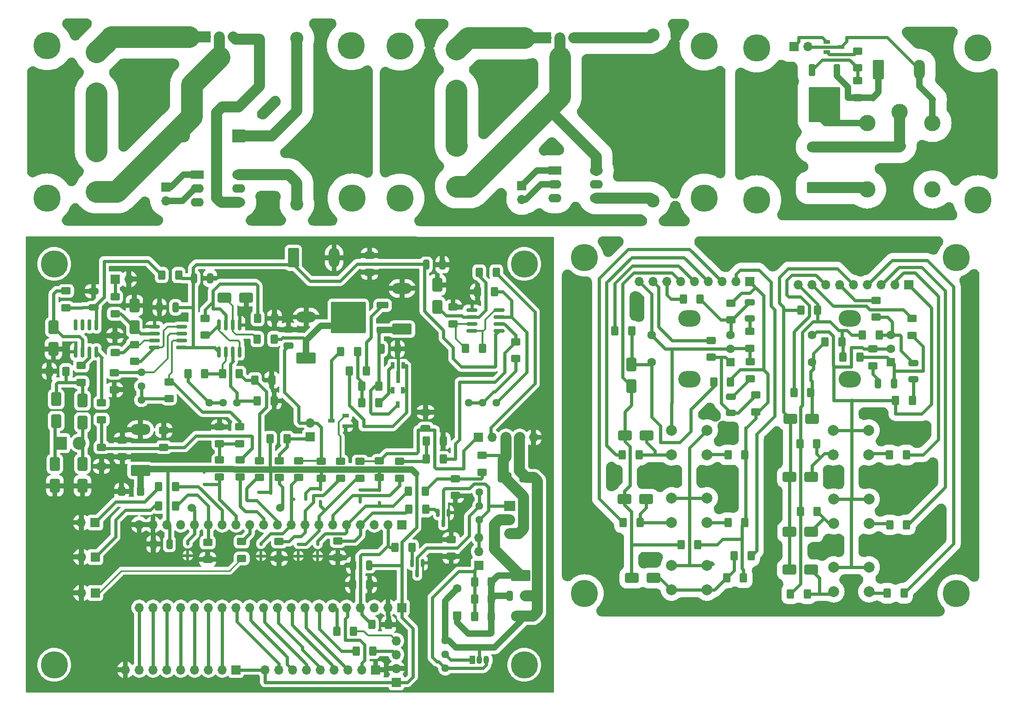
<source format=gbr>
%TF.GenerationSoftware,KiCad,Pcbnew,8.0.2*%
%TF.CreationDate,2025-05-09T17:21:55+03:00*%
%TF.ProjectId,Station,53746174-696f-46e2-9e6b-696361645f70,rev?*%
%TF.SameCoordinates,Original*%
%TF.FileFunction,Copper,L2,Bot*%
%TF.FilePolarity,Positive*%
%FSLAX46Y46*%
G04 Gerber Fmt 4.6, Leading zero omitted, Abs format (unit mm)*
G04 Created by KiCad (PCBNEW 8.0.2) date 2025-05-09 17:21:55*
%MOMM*%
%LPD*%
G01*
G04 APERTURE LIST*
G04 Aperture macros list*
%AMRoundRect*
0 Rectangle with rounded corners*
0 $1 Rounding radius*
0 $2 $3 $4 $5 $6 $7 $8 $9 X,Y pos of 4 corners*
0 Add a 4 corners polygon primitive as box body*
4,1,4,$2,$3,$4,$5,$6,$7,$8,$9,$2,$3,0*
0 Add four circle primitives for the rounded corners*
1,1,$1+$1,$2,$3*
1,1,$1+$1,$4,$5*
1,1,$1+$1,$6,$7*
1,1,$1+$1,$8,$9*
0 Add four rect primitives between the rounded corners*
20,1,$1+$1,$2,$3,$4,$5,0*
20,1,$1+$1,$4,$5,$6,$7,0*
20,1,$1+$1,$6,$7,$8,$9,0*
20,1,$1+$1,$8,$9,$2,$3,0*%
G04 Aperture macros list end*
%TA.AperFunction,ComponentPad*%
%ADD10C,1.524000*%
%TD*%
%TA.AperFunction,SMDPad,CuDef*%
%ADD11RoundRect,0.250000X0.400000X0.625000X-0.400000X0.625000X-0.400000X-0.625000X0.400000X-0.625000X0*%
%TD*%
%TA.AperFunction,SMDPad,CuDef*%
%ADD12RoundRect,0.250000X-0.400000X-0.625000X0.400000X-0.625000X0.400000X0.625000X-0.400000X0.625000X0*%
%TD*%
%TA.AperFunction,SMDPad,CuDef*%
%ADD13RoundRect,0.125000X-0.125000X-0.125000X0.125000X-0.125000X0.125000X0.125000X-0.125000X0.125000X0*%
%TD*%
%TA.AperFunction,SMDPad,CuDef*%
%ADD14RoundRect,0.250000X0.650000X-0.325000X0.650000X0.325000X-0.650000X0.325000X-0.650000X-0.325000X0*%
%TD*%
%TA.AperFunction,SMDPad,CuDef*%
%ADD15RoundRect,0.250000X-0.625000X0.400000X-0.625000X-0.400000X0.625000X-0.400000X0.625000X0.400000X0*%
%TD*%
%TA.AperFunction,SMDPad,CuDef*%
%ADD16RoundRect,0.125000X-0.125000X0.125000X-0.125000X-0.125000X0.125000X-0.125000X0.125000X0.125000X0*%
%TD*%
%TA.AperFunction,SMDPad,CuDef*%
%ADD17R,1.220000X0.650000*%
%TD*%
%TA.AperFunction,SMDPad,CuDef*%
%ADD18RoundRect,0.250000X0.625000X-0.400000X0.625000X0.400000X-0.625000X0.400000X-0.625000X-0.400000X0*%
%TD*%
%TA.AperFunction,ComponentPad*%
%ADD19R,1.700000X1.700000*%
%TD*%
%TA.AperFunction,ComponentPad*%
%ADD20O,1.700000X1.700000*%
%TD*%
%TA.AperFunction,ComponentPad*%
%ADD21RoundRect,0.250000X-0.750000X-1.550000X0.750000X-1.550000X0.750000X1.550000X-0.750000X1.550000X0*%
%TD*%
%TA.AperFunction,ComponentPad*%
%ADD22O,2.000000X3.600000*%
%TD*%
%TA.AperFunction,ComponentPad*%
%ADD23C,2.000000*%
%TD*%
%TA.AperFunction,SMDPad,CuDef*%
%ADD24RoundRect,0.150000X0.150000X-0.825000X0.150000X0.825000X-0.150000X0.825000X-0.150000X-0.825000X0*%
%TD*%
%TA.AperFunction,ComponentPad*%
%ADD25R,1.905000X2.000000*%
%TD*%
%TA.AperFunction,ComponentPad*%
%ADD26O,1.905000X2.000000*%
%TD*%
%TA.AperFunction,SMDPad,CuDef*%
%ADD27RoundRect,0.125000X0.125000X0.125000X-0.125000X0.125000X-0.125000X-0.125000X0.125000X-0.125000X0*%
%TD*%
%TA.AperFunction,SMDPad,CuDef*%
%ADD28RoundRect,0.250000X-0.650000X1.000000X-0.650000X-1.000000X0.650000X-1.000000X0.650000X1.000000X0*%
%TD*%
%TA.AperFunction,ComponentPad*%
%ADD29RoundRect,0.250000X0.550000X0.550000X-0.550000X0.550000X-0.550000X-0.550000X0.550000X-0.550000X0*%
%TD*%
%TA.AperFunction,ComponentPad*%
%ADD30C,1.600000*%
%TD*%
%TA.AperFunction,ComponentPad*%
%ADD31O,4.100000X3.000000*%
%TD*%
%TA.AperFunction,ComponentPad*%
%ADD32R,2.400000X1.600000*%
%TD*%
%TA.AperFunction,ComponentPad*%
%ADD33O,2.400000X1.600000*%
%TD*%
%TA.AperFunction,SMDPad,CuDef*%
%ADD34RoundRect,0.250000X-0.325000X-0.650000X0.325000X-0.650000X0.325000X0.650000X-0.325000X0.650000X0*%
%TD*%
%TA.AperFunction,ComponentPad*%
%ADD35R,2.400000X2.400000*%
%TD*%
%TA.AperFunction,ComponentPad*%
%ADD36O,2.400000X2.400000*%
%TD*%
%TA.AperFunction,ComponentPad*%
%ADD37RoundRect,0.250000X1.550000X-0.750000X1.550000X0.750000X-1.550000X0.750000X-1.550000X-0.750000X0*%
%TD*%
%TA.AperFunction,ComponentPad*%
%ADD38O,3.600000X2.000000*%
%TD*%
%TA.AperFunction,SMDPad,CuDef*%
%ADD39RoundRect,0.250000X0.325000X0.650000X-0.325000X0.650000X-0.325000X-0.650000X0.325000X-0.650000X0*%
%TD*%
%TA.AperFunction,SMDPad,CuDef*%
%ADD40RoundRect,0.150000X-0.825000X-0.150000X0.825000X-0.150000X0.825000X0.150000X-0.825000X0.150000X0*%
%TD*%
%TA.AperFunction,SMDPad,CuDef*%
%ADD41R,0.650000X1.220000*%
%TD*%
%TA.AperFunction,SMDPad,CuDef*%
%ADD42RoundRect,0.150000X-0.150000X0.587500X-0.150000X-0.587500X0.150000X-0.587500X0.150000X0.587500X0*%
%TD*%
%TA.AperFunction,SMDPad,CuDef*%
%ADD43RoundRect,0.250000X-0.600000X0.400000X-0.600000X-0.400000X0.600000X-0.400000X0.600000X0.400000X0*%
%TD*%
%TA.AperFunction,ComponentPad*%
%ADD44C,3.000000*%
%TD*%
%TA.AperFunction,SMDPad,CuDef*%
%ADD45RoundRect,0.150000X-0.150000X0.825000X-0.150000X-0.825000X0.150000X-0.825000X0.150000X0.825000X0*%
%TD*%
%TA.AperFunction,SMDPad,CuDef*%
%ADD46RoundRect,0.250000X-1.000000X-0.650000X1.000000X-0.650000X1.000000X0.650000X-1.000000X0.650000X0*%
%TD*%
%TA.AperFunction,ComponentPad*%
%ADD47C,2.400000*%
%TD*%
%TA.AperFunction,SMDPad,CuDef*%
%ADD48RoundRect,0.250000X0.650000X-1.000000X0.650000X1.000000X-0.650000X1.000000X-0.650000X-1.000000X0*%
%TD*%
%TA.AperFunction,SMDPad,CuDef*%
%ADD49RoundRect,0.250000X1.000000X0.650000X-1.000000X0.650000X-1.000000X-0.650000X1.000000X-0.650000X0*%
%TD*%
%TA.AperFunction,SMDPad,CuDef*%
%ADD50RoundRect,0.250000X0.400000X0.600000X-0.400000X0.600000X-0.400000X-0.600000X0.400000X-0.600000X0*%
%TD*%
%TA.AperFunction,SMDPad,CuDef*%
%ADD51RoundRect,0.250000X0.850000X0.350000X-0.850000X0.350000X-0.850000X-0.350000X0.850000X-0.350000X0*%
%TD*%
%TA.AperFunction,SMDPad,CuDef*%
%ADD52RoundRect,0.250000X1.275000X1.125000X-1.275000X1.125000X-1.275000X-1.125000X1.275000X-1.125000X0*%
%TD*%
%TA.AperFunction,SMDPad,CuDef*%
%ADD53RoundRect,0.249997X2.950003X2.650003X-2.950003X2.650003X-2.950003X-2.650003X2.950003X-2.650003X0*%
%TD*%
%TA.AperFunction,ComponentPad*%
%ADD54C,1.440000*%
%TD*%
%TA.AperFunction,ComponentPad*%
%ADD55R,1.050000X1.500000*%
%TD*%
%TA.AperFunction,ComponentPad*%
%ADD56O,1.050000X1.500000*%
%TD*%
%TA.AperFunction,ComponentPad*%
%ADD57RoundRect,0.250000X-1.550000X0.750000X-1.550000X-0.750000X1.550000X-0.750000X1.550000X0.750000X0*%
%TD*%
%TA.AperFunction,ComponentPad*%
%ADD58R,2.000000X1.905000*%
%TD*%
%TA.AperFunction,ComponentPad*%
%ADD59O,2.000000X1.905000*%
%TD*%
%TA.AperFunction,ComponentPad*%
%ADD60R,1.600000X1.600000*%
%TD*%
%TA.AperFunction,SMDPad,CuDef*%
%ADD61RoundRect,0.250000X-0.650000X0.325000X-0.650000X-0.325000X0.650000X-0.325000X0.650000X0.325000X0*%
%TD*%
%TA.AperFunction,SMDPad,CuDef*%
%ADD62RoundRect,0.250000X-0.350000X0.850000X-0.350000X-0.850000X0.350000X-0.850000X0.350000X0.850000X0*%
%TD*%
%TA.AperFunction,SMDPad,CuDef*%
%ADD63RoundRect,0.250000X-1.125000X1.275000X-1.125000X-1.275000X1.125000X-1.275000X1.125000X1.275000X0*%
%TD*%
%TA.AperFunction,SMDPad,CuDef*%
%ADD64RoundRect,0.249997X-2.650003X2.950003X-2.650003X-2.950003X2.650003X-2.950003X2.650003X2.950003X0*%
%TD*%
%TA.AperFunction,ViaPad*%
%ADD65C,5.000000*%
%TD*%
%TA.AperFunction,Conductor*%
%ADD66C,0.600000*%
%TD*%
%TA.AperFunction,Conductor*%
%ADD67C,0.350000*%
%TD*%
%TA.AperFunction,Conductor*%
%ADD68C,1.200000*%
%TD*%
%TA.AperFunction,Conductor*%
%ADD69C,0.250000*%
%TD*%
%TA.AperFunction,Conductor*%
%ADD70C,2.000000*%
%TD*%
%TA.AperFunction,Conductor*%
%ADD71C,4.000000*%
%TD*%
G04 APERTURE END LIST*
D10*
%TO.P,R100,1*%
%TO.N,/MController/Vibration_Detection*%
X54356000Y-108458000D03*
%TO.P,R100,2*%
%TO.N,Net-(D9-A)*%
X70612000Y-108458000D03*
%TD*%
D11*
%TO.P,R57,1*%
%TO.N,Net-(D11-K)*%
X31239100Y-83385750D03*
%TO.P,R57,2*%
%TO.N,GND*%
X28139100Y-83385750D03*
%TD*%
%TO.P,R7,1*%
%TO.N,Net-(R6-Pad1)*%
X84790100Y-79814750D03*
%TO.P,R7,2*%
%TO.N,Net-(Q4-C)*%
X81690100Y-79814750D03*
%TD*%
D12*
%TO.P,R2,1*%
%TO.N,Net-(U5B--)*%
X66364600Y-88836000D03*
%TO.P,R2,2*%
%TO.N,GND*%
X69464600Y-88836000D03*
%TD*%
D13*
%TO.P,D9,1,K*%
%TO.N,+3V3*%
X68793000Y-105724000D03*
%TO.P,D9,2,A*%
%TO.N,Net-(D9-A)*%
X70993000Y-105724000D03*
%TD*%
D14*
%TO.P,C23,1*%
%TO.N,Net-(U7C-V+)*%
X36293100Y-71652750D03*
%TO.P,C23,2*%
%TO.N,GND*%
X36293100Y-68702750D03*
%TD*%
D15*
%TO.P,R88,1*%
%TO.N,Net-(D24-K)*%
X63246000Y-99682000D03*
%TO.P,R88,2*%
%TO.N,/MController/ZCD*%
X63246000Y-102782000D03*
%TD*%
D16*
%TO.P,D30,1,K*%
%TO.N,/FAN/Gerkon*%
X73914000Y-115144000D03*
%TO.P,D30,2,A*%
%TO.N,GND*%
X73914000Y-117344000D03*
%TD*%
D12*
%TO.P,R21,1*%
%TO.N,Net-(U2A--)*%
X104600800Y-79177150D03*
%TO.P,R21,2*%
%TO.N,Net-(U2B-+)*%
X107700800Y-79177150D03*
%TD*%
D17*
%TO.P,Q4,1,B*%
%TO.N,Net-(Q4-B)*%
X82601100Y-91559750D03*
%TO.P,Q4,2,E*%
%TO.N,GND*%
X82601100Y-93459750D03*
%TO.P,Q4,3,C*%
%TO.N,Net-(Q4-C)*%
X79981100Y-92509750D03*
%TD*%
D18*
%TO.P,R20,1*%
%TO.N,Net-(U2A--)*%
X102333100Y-74681950D03*
%TO.P,R20,2*%
%TO.N,GND*%
X102333100Y-71581950D03*
%TD*%
D15*
%TO.P,R31,1*%
%TO.N,Motor+*%
X107696000Y-98840000D03*
%TO.P,R31,2*%
%TO.N,Net-(R31-Pad2)*%
X107696000Y-101940000D03*
%TD*%
%TO.P,R39,1*%
%TO.N,Net-(U4B--)*%
X40101600Y-83679250D03*
%TO.P,R39,2*%
%TO.N,GND*%
X40101600Y-86779250D03*
%TD*%
D11*
%TO.P,R25,1*%
%TO.N,Net-(R23-Pad2)*%
X100512600Y-99504000D03*
%TO.P,R25,2*%
%TO.N,Net-(R25-Pad2)*%
X97412600Y-99504000D03*
%TD*%
D15*
%TO.P,R15,1*%
%TO.N,Net-(J1-Pin_2)*%
X78074600Y-99935250D03*
%TO.P,R15,2*%
%TO.N,+3V3*%
X78074600Y-103035250D03*
%TD*%
%TO.P,R43,1*%
%TO.N,Net-(R41-Pad2)*%
X59436000Y-99708000D03*
%TO.P,R43,2*%
%TO.N,/MController/TABLE_Analog*%
X59436000Y-102808000D03*
%TD*%
D11*
%TO.P,R91,1*%
%TO.N,Net-(J22-Pin_1)*%
X109373000Y-125282000D03*
%TO.P,R91,2*%
%TO.N,Net-(J40-Pin_1)*%
X106273000Y-125282000D03*
%TD*%
D19*
%TO.P,J25,1,Pin_1*%
%TO.N,Net-(J25-Pin_1)*%
X164942000Y-23689000D03*
D20*
%TO.P,J25,2,Pin_2*%
%TO.N,Net-(J25-Pin_2)*%
X167482000Y-23689000D03*
%TD*%
D11*
%TO.P,R8,1*%
%TO.N,+24V*%
X88683100Y-86159750D03*
%TO.P,R8,2*%
%TO.N,Net-(R6-Pad1)*%
X85583100Y-86159750D03*
%TD*%
D21*
%TO.P,J26,1,Pin_1*%
%TO.N,Net-(J26-Pin_1)*%
X180496000Y-27967500D03*
D22*
%TO.P,J26,2,Pin_2*%
%TO.N,Net-(J25-Pin_2)*%
X187996000Y-27967500D03*
%TD*%
D23*
%TO.P,SW7,1,1*%
%TO.N,Net-(D16-K)*%
X178712000Y-98734000D03*
X172212000Y-98734000D03*
%TO.P,SW7,2,2*%
%TO.N,/ENCODER/GND*%
X178712000Y-94234000D03*
X172212000Y-94234000D03*
%TD*%
D24*
%TO.P,U7,1*%
%TO.N,Net-(R56-Pad1)*%
X36801100Y-79829750D03*
%TO.P,U7,2,-*%
%TO.N,Net-(U7A--)*%
X35531100Y-79829750D03*
%TO.P,U7,3,+*%
%TO.N,Net-(D15-A)*%
X34261100Y-79829750D03*
%TO.P,U7,4,V-*%
%TO.N,GND*%
X32991100Y-79829750D03*
%TO.P,U7,5*%
%TO.N,N/C*%
X32991100Y-74879750D03*
%TO.P,U7,6*%
X34261100Y-74879750D03*
%TO.P,U7,7*%
X35531100Y-74879750D03*
%TO.P,U7,8,V+*%
%TO.N,Net-(U7C-V+)*%
X36801100Y-74879750D03*
%TD*%
D15*
%TO.P,R77,1*%
%TO.N,/MController/Reley_Control*%
X57248100Y-114855750D03*
%TO.P,R77,2*%
%TO.N,GND*%
X57248100Y-117955750D03*
%TD*%
D18*
%TO.P,R12,1*%
%TO.N,/MController/SOLDER_PWM*%
X81630600Y-103035250D03*
%TO.P,R12,2*%
%TO.N,Net-(Q4-B)*%
X81630600Y-99935250D03*
%TD*%
D11*
%TO.P,R59,1*%
%TO.N,+5V*%
X51913350Y-65698000D03*
%TO.P,R59,2*%
%TO.N,Net-(U7C-V+)*%
X48813350Y-65698000D03*
%TD*%
D25*
%TO.P,Q5,1,A1*%
%TO.N,Net-(J5-Pin_2)*%
X56888500Y-21963500D03*
D26*
%TO.P,Q5,2,A2*%
%TO.N,Net-(D7-A)*%
X59428500Y-21963500D03*
%TO.P,Q5,3,G*%
%TO.N,Net-(Q5-G)*%
X61968500Y-21963500D03*
%TD*%
D27*
%TO.P,D25,1,K*%
%TO.N,+3V3*%
X66560600Y-105600000D03*
%TO.P,D25,2,A*%
%TO.N,/MController/Solder_Analog*%
X64360600Y-105600000D03*
%TD*%
D11*
%TO.P,R28,1*%
%TO.N,/MController/FAN_Control+*%
X51334000Y-104560000D03*
%TO.P,R28,2*%
%TO.N,Net-(J6-Pin_1)*%
X48234000Y-104560000D03*
%TD*%
D16*
%TO.P,D5,1,K*%
%TO.N,+3V3*%
X88773000Y-105302000D03*
%TO.P,D5,2,A*%
%TO.N,/FAN/FAN_Speed_Analog*%
X88773000Y-107502000D03*
%TD*%
D15*
%TO.P,R27,1*%
%TO.N,Net-(R25-Pad2)*%
X92485600Y-99953750D03*
%TO.P,R27,2*%
%TO.N,/FAN/FAN_Analog*%
X92485600Y-103053750D03*
%TD*%
D28*
%TO.P,D13,1,K*%
%TO.N,/ZCD/~AC*%
X34261100Y-100435750D03*
%TO.P,D13,2,A*%
%TO.N,GND*%
X34261100Y-104435750D03*
%TD*%
D18*
%TO.P,R23,1*%
%TO.N,Net-(R23-Pad1)*%
X113821600Y-81082750D03*
%TO.P,R23,2*%
%TO.N,Net-(R23-Pad2)*%
X113821600Y-77982750D03*
%TD*%
D12*
%TO.P,R5,1*%
%TO.N,Net-(Q2-E)*%
X83297100Y-83365750D03*
%TO.P,R5,2*%
%TO.N,Net-(Q1-G2)*%
X86397100Y-83365750D03*
%TD*%
D11*
%TO.P,R22,1*%
%TO.N,Net-(U2B--)*%
X109936000Y-68813950D03*
%TO.P,R22,2*%
%TO.N,GND*%
X106836000Y-68813950D03*
%TD*%
D18*
%TO.P,R68,1*%
%TO.N,/MController/Solder_Full_Power*%
X73984600Y-102908250D03*
%TO.P,R68,2*%
%TO.N,Net-(J1-Pin_2)*%
X73984600Y-99808250D03*
%TD*%
D29*
%TO.P,SW1,A,A*%
%TO.N,Net-(C6-Pad1)*%
X182764000Y-81752000D03*
D30*
%TO.P,SW1,B,B*%
%TO.N,Net-(C5-Pad1)*%
X182764000Y-76752000D03*
%TO.P,SW1,C,C*%
%TO.N,/ENCODER/GND*%
X182764000Y-79252000D03*
%TO.P,SW1,S1,S1*%
%TO.N,Net-(D17-K)*%
X168264000Y-81752000D03*
%TO.P,SW1,S2,S2*%
%TO.N,/ENCODER/GND*%
X168264000Y-76752000D03*
D31*
%TO.P,SW1,SH*%
%TO.N,N/C*%
X175264000Y-84852000D03*
X175264000Y-73652000D03*
%TD*%
D32*
%TO.P,U6,1*%
%TO.N,/TABLE/TABLE_Control+*%
X121031250Y-46482000D03*
D33*
%TO.P,U6,2*%
%TO.N,/TABLE/TABLE_Control-*%
X121031250Y-49022000D03*
%TO.P,U6,3,NC*%
%TO.N,unconnected-(U6-NC-Pad3)*%
X121031250Y-51562000D03*
%TO.P,U6,4*%
%TO.N,Net-(R45-Pad1)*%
X128651250Y-51562000D03*
%TO.P,U6,5,NC*%
%TO.N,unconnected-(U6-NC-Pad5)*%
X128651250Y-49022000D03*
%TO.P,U6,6*%
%TO.N,Net-(J10-Pin_1)*%
X128651250Y-46482000D03*
%TD*%
D34*
%TO.P,C7,1*%
%TO.N,+5V*%
X97409600Y-63814000D03*
%TO.P,C7,2*%
%TO.N,GND*%
X100359600Y-63814000D03*
%TD*%
D35*
%TO.P,D7,1,K*%
%TO.N,Net-(D7-K)*%
X62984500Y-40124500D03*
D36*
%TO.P,D7,2,A*%
%TO.N,Net-(D7-A)*%
X52824500Y-40124500D03*
%TD*%
D11*
%TO.P,R92,1*%
%TO.N,Net-(J22-Pin_1)*%
X109373000Y-122107000D03*
%TO.P,R92,2*%
%TO.N,Net-(J40-Pin_1)*%
X106273000Y-122107000D03*
%TD*%
D23*
%TO.P,SW5,1,1*%
%TO.N,Net-(D21-K)*%
X148994000Y-98734000D03*
X142494000Y-98734000D03*
%TO.P,SW5,2,2*%
%TO.N,/ENCODER2/GND*%
X148994000Y-94234000D03*
X142494000Y-94234000D03*
%TD*%
D11*
%TO.P,R76,1*%
%TO.N,/MController/Reley_Control*%
X51334000Y-108116000D03*
%TO.P,R76,2*%
%TO.N,Net-(J24-Pin_1)*%
X48234000Y-108116000D03*
%TD*%
D16*
%TO.P,D31,1,K*%
%TO.N,+3V3*%
X77978000Y-105132000D03*
%TO.P,D31,2,A*%
%TO.N,/FAN/Gerkon*%
X77978000Y-107332000D03*
%TD*%
D12*
%TO.P,R93,1*%
%TO.N,/FAN/FAN_OFF{slash}ON*%
X94208000Y-108772000D03*
%TO.P,R93,2*%
%TO.N,Net-(Q11-B)*%
X97308000Y-108772000D03*
%TD*%
D37*
%TO.P,J11,1,Pin_1*%
%TO.N,Net-(J10-Pin_2)*%
X102957750Y-31735000D03*
D38*
%TO.P,J11,2,Pin_2*%
%TO.N,Net-(J11-Pin_2)*%
X102957750Y-24235000D03*
%TD*%
D34*
%TO.P,C1,1*%
%TO.N,+24V*%
X89183600Y-79278750D03*
%TO.P,C1,2*%
%TO.N,GND*%
X92133600Y-79278750D03*
%TD*%
D39*
%TO.P,C18,1*%
%TO.N,+3V3*%
X50214100Y-115135750D03*
%TO.P,C18,2*%
%TO.N,GND*%
X47264100Y-115135750D03*
%TD*%
D27*
%TO.P,D27,1,K*%
%TO.N,+3V3*%
X75268000Y-106867000D03*
%TO.P,D27,2,A*%
%TO.N,/MController/Solder_Full_Power*%
X73068000Y-106867000D03*
%TD*%
D11*
%TO.P,R29,1*%
%TO.N,Net-(Q6-B)*%
X94768000Y-115757000D03*
%TO.P,R29,2*%
%TO.N,/FAN/~FAN_FULL_Speed*%
X91668000Y-115757000D03*
%TD*%
D28*
%TO.P,D8,1,K*%
%TO.N,GND*%
X43785350Y-71318000D03*
%TO.P,D8,2,A*%
%TO.N,Net-(D8-A)*%
X43785350Y-75318000D03*
%TD*%
D34*
%TO.P,C2,1*%
%TO.N,+5V*%
X54737600Y-66324750D03*
%TO.P,C2,2*%
%TO.N,GND*%
X57687600Y-66324750D03*
%TD*%
D23*
%TO.P,SW8,1,1*%
%TO.N,Net-(D19-K)*%
X148994000Y-123590000D03*
X142494000Y-123590000D03*
%TO.P,SW8,2,2*%
%TO.N,/ENCODER2/GND*%
X148994000Y-119090000D03*
X142494000Y-119090000D03*
%TD*%
D37*
%TO.P,J10,1,Pin_1*%
%TO.N,Net-(J10-Pin_1)*%
X102997250Y-49455000D03*
D38*
%TO.P,J10,2,Pin_2*%
%TO.N,Net-(J10-Pin_2)*%
X102997250Y-41955000D03*
%TD*%
D28*
%TO.P,D12,1,K*%
%TO.N,Net-(D11-K)*%
X29435100Y-88529750D03*
%TO.P,D12,2,A*%
%TO.N,/ZCD/AC *%
X29435100Y-92529750D03*
%TD*%
D40*
%TO.P,U4,1*%
%TO.N,Net-(U4B-+)*%
X47470600Y-79006250D03*
%TO.P,U4,2,-*%
%TO.N,Net-(U4A--)*%
X47470600Y-77736250D03*
%TO.P,U4,3,+*%
%TO.N,Net-(D8-A)*%
X47470600Y-76466250D03*
%TO.P,U4,4,V-*%
%TO.N,GND*%
X47470600Y-75196250D03*
%TO.P,U4,5,+*%
%TO.N,Net-(U4B-+)*%
X52420600Y-75196250D03*
%TO.P,U4,6,-*%
%TO.N,Net-(U4B--)*%
X52420600Y-76466250D03*
%TO.P,U4,7*%
%TO.N,Net-(R40-Pad2)*%
X52420600Y-77736250D03*
%TO.P,U4,8,V+*%
%TO.N,+5V*%
X52420600Y-79006250D03*
%TD*%
D11*
%TO.P,R30,1*%
%TO.N,Net-(J22-Pin_1)*%
X109373000Y-128457000D03*
%TO.P,R30,2*%
%TO.N,Net-(J40-Pin_1)*%
X106273000Y-128457000D03*
%TD*%
D16*
%TO.P,D6,1,K*%
%TO.N,/FAN/FAN_Speed_Analog*%
X77470000Y-115165000D03*
%TO.P,D6,2,A*%
%TO.N,GND*%
X77470000Y-117365000D03*
%TD*%
D12*
%TO.P,R83,1*%
%TO.N,/MController/SDA*%
X80971100Y-131137750D03*
%TO.P,R83,2*%
%TO.N,Net-(J2-Pin_4)*%
X84071100Y-131137750D03*
%TD*%
D41*
%TO.P,Q3,1,B*%
%TO.N,Net-(Q2-B)*%
X91263100Y-82309750D03*
%TO.P,Q3,2,E*%
%TO.N,Net-(Q2-E)*%
X93163100Y-82309750D03*
%TO.P,Q3,3,C*%
%TO.N,GND*%
X92213100Y-84929750D03*
%TD*%
D37*
%TO.P,J4,1,Pin_1*%
%TO.N,Net-(D7-A)*%
X36822500Y-50418500D03*
D38*
%TO.P,J4,2,Pin_2*%
%TO.N,Net-(J4-Pin_2)*%
X36822500Y-42918500D03*
%TD*%
D18*
%TO.P,R55,1*%
%TO.N,Net-(U7C-V+)*%
X31213100Y-71727750D03*
%TO.P,R55,2*%
%TO.N,Net-(D15-A)*%
X31213100Y-68627750D03*
%TD*%
D12*
%TO.P,R9,1*%
%TO.N,Net-(R3-Pad2)*%
X59962600Y-83858250D03*
%TO.P,R9,2*%
%TO.N,Net-(R10-Pad1)*%
X63062600Y-83858250D03*
%TD*%
%TO.P,R10,1*%
%TO.N,Net-(R10-Pad1)*%
X65916600Y-85026000D03*
%TO.P,R10,2*%
%TO.N,GND*%
X69016600Y-85026000D03*
%TD*%
D23*
%TO.P,SW6,1,1*%
%TO.N,Net-(D23-K)*%
X148994000Y-111180000D03*
X142494000Y-111180000D03*
%TO.P,SW6,2,2*%
%TO.N,/ENCODER2/GND*%
X148994000Y-106680000D03*
X142494000Y-106680000D03*
%TD*%
D11*
%TO.P,R16,1*%
%TO.N,Net-(J20-Pin_1)*%
X69464600Y-77482250D03*
%TO.P,R16,2*%
%TO.N,Net-(D1-A)*%
X66364600Y-77482250D03*
%TD*%
D42*
%TO.P,Q11,1,B*%
%TO.N,Net-(Q11-B)*%
X99568000Y-109407000D03*
%TO.P,Q11,2,E*%
%TO.N,GND*%
X101468000Y-109407000D03*
%TO.P,Q11,3,C*%
%TO.N,Net-(J40-Pin_2)*%
X100518000Y-111282000D03*
%TD*%
D43*
%TO.P,D24,1,K*%
%TO.N,Net-(D24-K)*%
X37748600Y-97364750D03*
%TO.P,D24,2,A*%
%TO.N,GND*%
X37748600Y-100864750D03*
%TD*%
D18*
%TO.P,R11,1*%
%TO.N,/MController/Solder_Analog*%
X66771600Y-102908250D03*
%TO.P,R11,2*%
%TO.N,Net-(R10-Pad1)*%
X66771600Y-99808250D03*
%TD*%
D44*
%TO.P,K1,11*%
%TO.N,Net-(J12-Pin_2)*%
X184404000Y-35786000D03*
%TO.P,K1,12*%
%TO.N,unconnected-(K1-Pad12)*%
X190404000Y-49986000D03*
%TO.P,K1,14*%
%TO.N,Net-(J12-Pin_1)*%
X178404000Y-49986000D03*
%TO.P,K1,A1*%
%TO.N,Net-(Q9-D1)*%
X178404000Y-37786000D03*
%TO.P,K1,A2*%
%TO.N,Net-(J25-Pin_2)*%
X190404000Y-37786000D03*
%TD*%
D14*
%TO.P,C16,1*%
%TO.N,Gerkon_in*%
X97282000Y-93864000D03*
%TO.P,C16,2*%
%TO.N,GND*%
X97282000Y-90914000D03*
%TD*%
D16*
%TO.P,D4,1,K*%
%TO.N,+3V3*%
X85217000Y-105216000D03*
%TO.P,D4,2,A*%
%TO.N,/FAN/FAN_Analog*%
X85217000Y-107416000D03*
%TD*%
D32*
%TO.P,U3,1*%
%TO.N,/FAN/FAN_Control+*%
X55349500Y-47251500D03*
D33*
%TO.P,U3,2*%
%TO.N,/FAN/FAN_Control-*%
X55349500Y-49791500D03*
%TO.P,U3,3,NC*%
%TO.N,unconnected-(U3-NC-Pad3)*%
X55349500Y-52331500D03*
%TO.P,U3,4*%
%TO.N,Net-(Q5-G)*%
X62969500Y-52331500D03*
%TO.P,U3,5,NC*%
%TO.N,unconnected-(U3-NC-Pad5)*%
X62969500Y-49791500D03*
%TO.P,U3,6*%
%TO.N,Net-(R34-Pad1)*%
X62969500Y-47251500D03*
%TD*%
D39*
%TO.P,C12,1*%
%TO.N,+5V*%
X51355600Y-71640250D03*
%TO.P,C12,2*%
%TO.N,GND*%
X48405600Y-71640250D03*
%TD*%
D42*
%TO.P,Q6,1,B*%
%TO.N,Net-(Q6-B)*%
X94808000Y-118629500D03*
%TO.P,Q6,2,E*%
%TO.N,GND*%
X96708000Y-118629500D03*
%TO.P,Q6,3,C*%
%TO.N,Net-(Q6-C)*%
X95758000Y-120504500D03*
%TD*%
D18*
%TO.P,R54,1*%
%TO.N,Net-(D9-A)*%
X70428600Y-102908250D03*
%TO.P,R54,2*%
%TO.N,Net-(J1-Pin_1)*%
X70428600Y-99808250D03*
%TD*%
D15*
%TO.P,R4,1*%
%TO.N,Net-(U5A--)*%
X56738600Y-73664750D03*
%TO.P,R4,2*%
%TO.N,Net-(U5B-+)*%
X56738600Y-76764750D03*
%TD*%
D19*
%TO.P,J9,1,Pin_1*%
%TO.N,/TABLE/TABLE_Control+*%
X114960250Y-49261000D03*
D20*
%TO.P,J9,2,Pin_2*%
%TO.N,/TABLE/TABLE_Control-*%
X114960250Y-51801000D03*
%TD*%
D15*
%TO.P,R84,1*%
%TO.N,GND*%
X41558600Y-96014750D03*
%TO.P,R84,2*%
X41558600Y-99114750D03*
%TD*%
D45*
%TO.P,U5,1*%
%TO.N,Net-(U5B-+)*%
X59353600Y-74893250D03*
%TO.P,U5,2,-*%
%TO.N,Net-(U5A--)*%
X60623600Y-74893250D03*
%TO.P,U5,3,+*%
%TO.N,Net-(D1-A)*%
X61893600Y-74893250D03*
%TO.P,U5,4,V-*%
%TO.N,GND*%
X63163600Y-74893250D03*
%TO.P,U5,5,+*%
%TO.N,Net-(U5B-+)*%
X63163600Y-79843250D03*
%TO.P,U5,6,-*%
%TO.N,Net-(U5B--)*%
X61893600Y-79843250D03*
%TO.P,U5,7*%
%TO.N,Net-(R3-Pad2)*%
X60623600Y-79843250D03*
%TO.P,U5,8,V+*%
%TO.N,+5V*%
X59353600Y-79843250D03*
%TD*%
D18*
%TO.P,R85,1*%
%TO.N,+3V3*%
X88802600Y-102926750D03*
%TO.P,R85,2*%
%TO.N,Gerkon_in*%
X88802600Y-99826750D03*
%TD*%
D15*
%TO.P,R41,1*%
%TO.N,Net-(R40-Pad2)*%
X63088600Y-93612000D03*
%TO.P,R41,2*%
%TO.N,Net-(R41-Pad2)*%
X63088600Y-96712000D03*
%TD*%
D39*
%TO.P,C17,1*%
%TO.N,+3V3*%
X86916350Y-119038000D03*
%TO.P,C17,2*%
%TO.N,GND*%
X83966350Y-119038000D03*
%TD*%
D46*
%TO.P,D29,1,K*%
%TO.N,Motor+*%
X111792000Y-102930000D03*
%TO.P,D29,2,A*%
%TO.N,Motor-*%
X115792000Y-102930000D03*
%TD*%
D12*
%TO.P,R89,1*%
%TO.N,GND*%
X83891350Y-122594000D03*
%TO.P,R89,2*%
X86991350Y-122594000D03*
%TD*%
D47*
%TO.P,R34,1*%
%TO.N,Net-(R34-Pad1)*%
X73652500Y-52702500D03*
D36*
%TO.P,R34,2*%
%TO.N,Net-(D7-K)*%
X73652500Y-22222500D03*
%TD*%
D34*
%TO.P,C11,1*%
%TO.N,Motor+*%
X111584600Y-99598750D03*
%TO.P,C11,2*%
%TO.N,Motor-*%
X114534600Y-99598750D03*
%TD*%
D48*
%TO.P,D15,1,K*%
%TO.N,GND*%
X28927100Y-79289750D03*
%TO.P,D15,2,A*%
%TO.N,Net-(D15-A)*%
X28927100Y-75289750D03*
%TD*%
D12*
%TO.P,R1,1*%
%TO.N,Net-(U5A--)*%
X66426100Y-73672250D03*
%TO.P,R1,2*%
%TO.N,GND*%
X69526100Y-73672250D03*
%TD*%
D18*
%TO.P,R42,1*%
%TO.N,Net-(R41-Pad2)*%
X59436000Y-96712000D03*
%TO.P,R42,2*%
%TO.N,GND*%
X59436000Y-93612000D03*
%TD*%
D12*
%TO.P,R26,1*%
%TO.N,Net-(R25-Pad2)*%
X97412600Y-96202000D03*
%TO.P,R26,2*%
%TO.N,GND*%
X100512600Y-96202000D03*
%TD*%
D18*
%TO.P,R37,1*%
%TO.N,Net-(U4A--)*%
X40229350Y-79948000D03*
%TO.P,R37,2*%
%TO.N,GND*%
X40229350Y-76848000D03*
%TD*%
D11*
%TO.P,R33,1*%
%TO.N,Net-(R31-Pad2)*%
X97210600Y-105440750D03*
%TO.P,R33,2*%
%TO.N,/FAN/FAN_Speed_Analog*%
X94110600Y-105440750D03*
%TD*%
D34*
%TO.P,C9,1*%
%TO.N,Net-(J22-Pin_1)*%
X112698000Y-124647000D03*
%TO.P,C9,2*%
%TO.N,Motor-*%
X115648000Y-124647000D03*
%TD*%
D23*
%TO.P,SW3,1,1*%
%TO.N,Net-(D22-K)*%
X178750000Y-111398000D03*
X172250000Y-111398000D03*
%TO.P,SW3,2,2*%
%TO.N,/ENCODER/GND*%
X178750000Y-106898000D03*
X172250000Y-106898000D03*
%TD*%
D11*
%TO.P,R24,1*%
%TO.N,FAN_Termistor*%
X110262000Y-65211000D03*
%TO.P,R24,2*%
%TO.N,Net-(D3-A)*%
X107162000Y-65211000D03*
%TD*%
D12*
%TO.P,R6,1*%
%TO.N,Net-(R6-Pad1)*%
X85583100Y-89207750D03*
%TO.P,R6,2*%
%TO.N,Net-(Q2-B)*%
X88683100Y-89207750D03*
%TD*%
D28*
%TO.P,D14,1,K*%
%TO.N,/ZCD/AC *%
X29181100Y-100435750D03*
%TO.P,D14,2,A*%
%TO.N,GND*%
X29181100Y-104435750D03*
%TD*%
D18*
%TO.P,R40,1*%
%TO.N,Net-(R40-Pad1)*%
X50134600Y-88430250D03*
%TO.P,R40,2*%
%TO.N,Net-(R40-Pad2)*%
X50134600Y-85330250D03*
%TD*%
D15*
%TO.P,R97,1*%
%TO.N,GND*%
X86996100Y-62099750D03*
%TO.P,R97,2*%
X86996100Y-65199750D03*
%TD*%
%TO.P,R56,1*%
%TO.N,Net-(R56-Pad1)*%
X37748600Y-89182750D03*
%TO.P,R56,2*%
%TO.N,Net-(D24-K)*%
X37748600Y-92282750D03*
%TD*%
D18*
%TO.P,R35,1*%
%TO.N,GND*%
X101980998Y-117408000D03*
%TO.P,R35,2*%
X101980998Y-114308000D03*
%TD*%
D29*
%TO.P,SW4,A,A*%
%TO.N,Net-(C10-Pad1)*%
X153300000Y-81765000D03*
D30*
%TO.P,SW4,B,B*%
%TO.N,Net-(C4-Pad1)*%
X153300000Y-76765000D03*
%TO.P,SW4,C,C*%
%TO.N,/ENCODER2/GND*%
X153300000Y-79265000D03*
%TO.P,SW4,S1,S1*%
%TO.N,Net-(D20-K)*%
X138800000Y-81765000D03*
%TO.P,SW4,S2,S2*%
%TO.N,/ENCODER2/GND*%
X138800000Y-76765000D03*
D31*
%TO.P,SW4,SH*%
%TO.N,N/C*%
X145800000Y-84865000D03*
X145800000Y-73665000D03*
%TD*%
D23*
%TO.P,SW2,1,1*%
%TO.N,Net-(D18-K)*%
X178750000Y-123880000D03*
X172250000Y-123880000D03*
%TO.P,SW2,2,2*%
%TO.N,/ENCODER/GND*%
X178750000Y-119380000D03*
X172250000Y-119380000D03*
%TD*%
D40*
%TO.P,U2,1*%
%TO.N,Net-(U2B-+)*%
X105809400Y-75951350D03*
%TO.P,U2,2,-*%
%TO.N,Net-(U2A--)*%
X105809400Y-74681350D03*
%TO.P,U2,3,+*%
%TO.N,Net-(D3-A)*%
X105809400Y-73411350D03*
%TO.P,U2,4,V-*%
%TO.N,GND*%
X105809400Y-72141350D03*
%TO.P,U2,5,+*%
%TO.N,Net-(U2B-+)*%
X110759400Y-72141350D03*
%TO.P,U2,6,-*%
%TO.N,Net-(U2B--)*%
X110759400Y-73411350D03*
%TO.P,U2,7*%
%TO.N,Net-(R23-Pad2)*%
X110759400Y-74681350D03*
%TO.P,U2,8,V+*%
%TO.N,+5V*%
X110759400Y-75951350D03*
%TD*%
D15*
%TO.P,R38,1*%
%TO.N,Net-(U4A--)*%
X43784600Y-78472250D03*
%TO.P,R38,2*%
%TO.N,Net-(U4B-+)*%
X43784600Y-81572250D03*
%TD*%
D28*
%TO.P,D11,1,K*%
%TO.N,Net-(D11-K)*%
X34261100Y-88783750D03*
%TO.P,D11,2,A*%
%TO.N,/ZCD/~AC*%
X34261100Y-92783750D03*
%TD*%
D37*
%TO.P,J5,1,Pin_1*%
%TO.N,Net-(J4-Pin_2)*%
X36822500Y-32257500D03*
D38*
%TO.P,J5,2,Pin_2*%
%TO.N,Net-(J5-Pin_2)*%
X36822500Y-24757500D03*
%TD*%
D12*
%TO.P,R80,1*%
%TO.N,/FAN/~FAN_FULL_Speed*%
X87405000Y-129924450D03*
%TO.P,R80,2*%
%TO.N,GND*%
X90505000Y-129924450D03*
%TD*%
D49*
%TO.P,D1,1,K*%
%TO.N,GND*%
X64326600Y-69862250D03*
%TO.P,D1,2,A*%
%TO.N,Net-(D1-A)*%
X60326600Y-69862250D03*
%TD*%
D25*
%TO.P,Q7,1,A1*%
%TO.N,Net-(J11-Pin_2)*%
X119425250Y-22083000D03*
D26*
%TO.P,Q7,2,A2*%
%TO.N,Net-(J10-Pin_1)*%
X121965250Y-22083000D03*
%TO.P,Q7,3,G*%
%TO.N,Net-(Q7-G)*%
X124505250Y-22083000D03*
%TD*%
D15*
%TO.P,R32,1*%
%TO.N,Net-(R31-Pad2)*%
X102743000Y-103128750D03*
%TO.P,R32,2*%
%TO.N,GND*%
X102743000Y-106228750D03*
%TD*%
D16*
%TO.P,D28,1,K*%
%TO.N,/MController/Solder_Full_Power*%
X67056000Y-115144000D03*
%TO.P,D28,2,A*%
%TO.N,GND*%
X67056000Y-117344000D03*
%TD*%
D15*
%TO.P,R86,1*%
%TO.N,Gerkon_in*%
X85246600Y-99953750D03*
%TO.P,R86,2*%
%TO.N,/FAN/Gerkon*%
X85246600Y-103053750D03*
%TD*%
%TO.P,R94,1*%
%TO.N,/FAN/FAN_OFF{slash}ON*%
X81153000Y-114562000D03*
%TO.P,R94,2*%
%TO.N,GND*%
X81153000Y-117662000D03*
%TD*%
%TO.P,R69,1*%
%TO.N,/MController/SOLDER_PWM*%
X70358000Y-114694000D03*
%TO.P,R69,2*%
%TO.N,GND*%
X70358000Y-117794000D03*
%TD*%
D37*
%TO.P,J12,1,Pin_1*%
%TO.N,Net-(J12-Pin_1)*%
X169093500Y-49664000D03*
D38*
%TO.P,J12,2,Pin_2*%
%TO.N,Net-(J12-Pin_2)*%
X169093500Y-42164000D03*
%TD*%
D15*
%TO.P,R36,1*%
%TO.N,Table_Termistor*%
X40229350Y-69736000D03*
%TO.P,R36,2*%
%TO.N,Net-(D8-A)*%
X40229350Y-72836000D03*
%TD*%
D47*
%TO.P,R45,1*%
%TO.N,Net-(R45-Pad1)*%
X139065250Y-52060000D03*
D36*
%TO.P,R45,2*%
%TO.N,Net-(Q7-G)*%
X139065250Y-21580000D03*
%TD*%
D28*
%TO.P,D3,1,K*%
%TO.N,GND*%
X99441000Y-67529000D03*
%TO.P,D3,2,A*%
%TO.N,Net-(D3-A)*%
X99441000Y-71529000D03*
%TD*%
D41*
%TO.P,Q2,1,B*%
%TO.N,Net-(Q2-B)*%
X91197100Y-86921750D03*
%TO.P,Q2,2,E*%
%TO.N,Net-(Q2-E)*%
X93097100Y-86921750D03*
%TO.P,Q2,3,C*%
%TO.N,+24V*%
X92147100Y-89541750D03*
%TD*%
D18*
%TO.P,R58,1*%
%TO.N,Net-(D11-K)*%
X34007100Y-85443750D03*
%TO.P,R58,2*%
%TO.N,Net-(U7A--)*%
X34007100Y-82343750D03*
%TD*%
D12*
%TO.P,R75,1*%
%TO.N,/MController/SCL*%
X84527100Y-134801250D03*
%TO.P,R75,2*%
%TO.N,Net-(J2-Pin_3)*%
X87627100Y-134801250D03*
%TD*%
D50*
%TO.P,D10,1,K*%
%TO.N,+3V3*%
X44930000Y-105470000D03*
%TO.P,D10,2,A*%
%TO.N,GND*%
X41430000Y-105470000D03*
%TD*%
D16*
%TO.P,D26,1,K*%
%TO.N,/MController/Vibration_Detection*%
X53594000Y-115060000D03*
%TO.P,D26,2,A*%
%TO.N,GND*%
X53594000Y-117260000D03*
%TD*%
D12*
%TO.P,R3,1*%
%TO.N,Net-(R3-Pad1)*%
X53612600Y-83858250D03*
%TO.P,R3,2*%
%TO.N,Net-(R3-Pad2)*%
X56712600Y-83858250D03*
%TD*%
D19*
%TO.P,J7,1,Pin_1*%
%TO.N,/FAN/FAN_Control+*%
X49547500Y-49542500D03*
D20*
%TO.P,J7,2,Pin_2*%
%TO.N,/FAN/FAN_Control-*%
X49547500Y-52082500D03*
%TD*%
D18*
%TO.P,R87,1*%
%TO.N,Net-(D24-K)*%
X49178600Y-97362750D03*
%TO.P,R87,2*%
%TO.N,GND*%
X49178600Y-94262750D03*
%TD*%
D51*
%TO.P,Q1,1,G2*%
%TO.N,Net-(Q1-G2)*%
X89377600Y-71259250D03*
D52*
%TO.P,Q1,2,D1*%
%TO.N,Net-(J20-Pin_1)*%
X84752600Y-72014250D03*
X84752600Y-75064250D03*
D53*
X83077600Y-73539250D03*
D52*
X81402600Y-72014250D03*
X81402600Y-75064250D03*
D51*
%TO.P,Q1,3,S1*%
%TO.N,+24V*%
X89377600Y-75819250D03*
%TD*%
D15*
%TO.P,R44,1*%
%TO.N,/MController/TABLE_Control+*%
X63500000Y-114694000D03*
%TO.P,R44,2*%
%TO.N,Net-(J8-Pin_1)*%
X63500000Y-117794000D03*
%TD*%
D14*
%TO.P,C3,1*%
%TO.N,Net-(J1-Pin_2)*%
X72105600Y-78703250D03*
%TO.P,C3,2*%
%TO.N,GND*%
X72105600Y-75753250D03*
%TD*%
D16*
%TO.P,D2,1,K*%
%TO.N,+3V3*%
X56642000Y-101936000D03*
%TO.P,D2,2,A*%
%TO.N,/MController/TABLE_Analog*%
X56642000Y-104136000D03*
%TD*%
D12*
%TO.P,R14,1*%
%TO.N,+3V3*%
X68710600Y-95788750D03*
%TO.P,R14,2*%
%TO.N,Net-(J1-Pin_1)*%
X71810600Y-95788750D03*
%TD*%
D54*
%TO.P,RV6,1,1*%
%TO.N,Net-(J40-Pin_2)*%
X107188000Y-110665750D03*
%TO.P,RV6,2,2*%
%TO.N,Net-(Q6-C)*%
X107188000Y-108125750D03*
%TO.P,RV6,3,3*%
X107188000Y-105585750D03*
%TD*%
D19*
%TO.P,J15,1,Pin_1*%
%TO.N,+3V3*%
X62455100Y-138249750D03*
D20*
%TO.P,J15,2,Pin_2*%
%TO.N,/MController/E2B3*%
X59915100Y-138249750D03*
%TO.P,J15,3,Pin_3*%
%TO.N,/MController/E2B2*%
X57375100Y-138249750D03*
%TO.P,J15,4,Pin_4*%
%TO.N,/MController/E2B1*%
X54835100Y-138249750D03*
%TO.P,J15,5,Pin_5*%
%TO.N,/MController/E2S*%
X52295100Y-138249750D03*
%TO.P,J15,6,Pin_6*%
%TO.N,/MController/E2BI*%
X49755100Y-138249750D03*
%TO.P,J15,7,Pin_7*%
%TO.N,/MController/E2B*%
X47215100Y-138249750D03*
%TO.P,J15,8,Pin_8*%
%TO.N,/MController/E2A*%
X44675100Y-138249750D03*
%TO.P,J15,9,Pin_9*%
%TO.N,GND*%
X42135100Y-138249750D03*
%TD*%
D55*
%TO.P,U1,1,REF*%
%TO.N,Net-(U1-REF)*%
X105918000Y-136437000D03*
D56*
%TO.P,U1,2,A*%
%TO.N,Motor-*%
X107188000Y-136437000D03*
%TO.P,U1,3,K*%
%TO.N,Net-(J40-Pin_1)*%
X108458000Y-136437000D03*
%TD*%
D11*
%TO.P,R60,1*%
%TO.N,Net-(D21-K)*%
X136531000Y-98785000D03*
%TO.P,R60,2*%
%TO.N,/ENCODER2/Batton1*%
X133431000Y-98785000D03*
%TD*%
D19*
%TO.P,J3,1,Pin_1*%
%TO.N,/ENCODER/GND*%
X186080000Y-67543000D03*
D20*
%TO.P,J3,2,Pin_2*%
%TO.N,/ENCODER/Button3*%
X183540000Y-67543000D03*
%TO.P,J3,3,Pin_3*%
%TO.N,/ENCODER/Button2*%
X181000000Y-67543000D03*
%TO.P,J3,4,Pin_4*%
%TO.N,/ENCODER/Batton1*%
X178460000Y-67543000D03*
%TO.P,J3,5,Pin_5*%
%TO.N,/ENCODER/Encoder_int*%
X175920000Y-67543000D03*
%TO.P,J3,6,Pin_6*%
%TO.N,/ENCODER/B*%
X173380000Y-67543000D03*
%TO.P,J3,7,Pin_7*%
%TO.N,/ENCODER/S*%
X170840000Y-67543000D03*
%TO.P,J3,8,Pin_8*%
%TO.N,/ENCODER/A*%
X168300000Y-67543000D03*
%TO.P,J3,9,Pin_9*%
%TO.N,/ENCODER/3v3*%
X165760000Y-67543000D03*
%TD*%
D35*
%TO.P,J16,1,Pin_1*%
%TO.N,/ZCD/AC *%
X30197100Y-96593750D03*
D47*
%TO.P,J16,2,Pin_2*%
%TO.N,/ZCD/~AC*%
X33697100Y-96593750D03*
%TD*%
D14*
%TO.P,C10,1*%
%TO.N,Net-(C10-Pad1)*%
X153416000Y-91054000D03*
%TO.P,C10,2*%
%TO.N,Net-(C10-Pad2)*%
X153416000Y-88104000D03*
%TD*%
D57*
%TO.P,J22,1,Pin_1*%
%TO.N,Net-(J22-Pin_1)*%
X114808000Y-120897000D03*
D38*
%TO.P,J22,2,Pin_2*%
%TO.N,Motor-*%
X114808000Y-128397000D03*
%TD*%
D11*
%TO.P,R72,1*%
%TO.N,/ENCODER2/Button3*%
X157073000Y-117312000D03*
%TO.P,R72,2*%
%TO.N,Net-(D19-K)*%
X153973000Y-117312000D03*
%TD*%
D58*
%TO.P,Q10,1,G*%
%TO.N,Net-(J40-Pin_2)*%
X112776000Y-108137000D03*
D59*
%TO.P,Q10,2,D*%
%TO.N,Net-(J22-Pin_1)*%
X112776000Y-110677000D03*
%TO.P,Q10,3,S*%
%TO.N,Motor+*%
X112776000Y-113217000D03*
%TD*%
D12*
%TO.P,R62,1*%
%TO.N,/ENCODER/3v3*%
X173964000Y-80816000D03*
%TO.P,R62,2*%
%TO.N,Net-(C6-Pad1)*%
X177064000Y-80816000D03*
%TD*%
D11*
%TO.P,R81,1*%
%TO.N,/ENCODER/Button2*%
X185674000Y-111612000D03*
%TO.P,R81,2*%
%TO.N,Net-(D22-K)*%
X182574000Y-111612000D03*
%TD*%
D12*
%TO.P,R66,1*%
%TO.N,Net-(D18-K)*%
X182092000Y-124185000D03*
%TO.P,R66,2*%
%TO.N,/ENCODER/Batton1*%
X185192000Y-124185000D03*
%TD*%
D15*
%TO.P,R49,1*%
%TO.N,/ENCODER2/3v3*%
X153420000Y-70869000D03*
%TO.P,R49,2*%
%TO.N,Net-(C4-Pad1)*%
X153420000Y-73969000D03*
%TD*%
D19*
%TO.P,J8,1,Pin_1*%
%TO.N,Net-(J8-Pin_1)*%
X36581000Y-124118000D03*
D20*
%TO.P,J8,2,Pin_2*%
%TO.N,GND*%
X34041000Y-124118000D03*
%TD*%
D54*
%TO.P,RV1,1,1*%
%TO.N,Net-(U5B--)*%
X62580600Y-89166250D03*
%TO.P,RV1,2,2*%
%TO.N,Net-(R3-Pad1)*%
X60040600Y-89166250D03*
%TO.P,RV1,3,3*%
X57500600Y-89166250D03*
%TD*%
D20*
%TO.P,J6,2,Pin_2*%
%TO.N,GND*%
X34036000Y-111188000D03*
D19*
%TO.P,J6,1,Pin_1*%
%TO.N,Net-(J6-Pin_1)*%
X36576000Y-111188000D03*
%TD*%
D11*
%TO.P,R95,1*%
%TO.N,/ENCODER/Button3*%
X185599000Y-98785000D03*
%TO.P,R95,2*%
%TO.N,Net-(D16-K)*%
X182499000Y-98785000D03*
%TD*%
D18*
%TO.P,R50,1*%
%TO.N,/ENCODER2/3v3*%
X157988000Y-90875000D03*
%TO.P,R50,2*%
%TO.N,Net-(C10-Pad1)*%
X157988000Y-87775000D03*
%TD*%
D12*
%TO.P,R70,1*%
%TO.N,/ENCODER2/Button2*%
X133578000Y-111216000D03*
%TO.P,R70,2*%
%TO.N,Net-(D23-K)*%
X136678000Y-111216000D03*
%TD*%
D11*
%TO.P,R64,1*%
%TO.N,Net-(D17-K)*%
X168061000Y-87340000D03*
%TO.P,R64,2*%
%TO.N,/ENCODER/S*%
X164961000Y-87340000D03*
%TD*%
D19*
%TO.P,U8,1,VB*%
%TO.N,unconnected-(U8-VB-Pad1)*%
X92935100Y-111579750D03*
D20*
%TO.P,U8,2,C13*%
%TO.N,/FAN/~FAN_FULL_Speed*%
X90395100Y-111579750D03*
%TO.P,U8,3,C14*%
%TO.N,unconnected-(U8-C14-Pad3)*%
X87855100Y-111579750D03*
%TO.P,U8,4,C15*%
%TO.N,/FAN/FAN_OFF{slash}ON*%
X85315100Y-111579750D03*
%TO.P,U8,5,A0*%
%TO.N,/FAN/FAN_Speed_Analog*%
X82775100Y-111579750D03*
%TO.P,U8,6,A1*%
%TO.N,/FAN/FAN_Analog*%
X80235100Y-111579750D03*
%TO.P,U8,7,A2*%
%TO.N,/FAN/Gerkon*%
X77695100Y-111579750D03*
%TO.P,U8,8,A3*%
%TO.N,/MController/SOLDER_PWM*%
X75155100Y-111579750D03*
%TO.P,U8,9,A4*%
%TO.N,/MController/Solder_Full_Power*%
X72615100Y-111579750D03*
%TO.P,U8,10,A5*%
%TO.N,/MController/Solder_Analog*%
X70075100Y-111579750D03*
%TO.P,U8,11,A6*%
%TO.N,/MController/ZCD*%
X67535100Y-111579750D03*
%TO.P,U8,12,A7*%
%TO.N,/MController/TABLE_Control+*%
X64995100Y-111579750D03*
%TO.P,U8,13,B0*%
%TO.N,/MController/TABLE_Analog*%
X62455100Y-111579750D03*
%TO.P,U8,14,B1*%
%TO.N,/MController/FAN_Control+*%
X59915100Y-111579750D03*
%TO.P,U8,15,B10*%
%TO.N,/MController/Reley_Control*%
X57375100Y-111579750D03*
%TO.P,U8,16,B11*%
%TO.N,/MController/Vibration_Detection*%
X54835100Y-111579750D03*
%TO.P,U8,17,R*%
%TO.N,unconnected-(U8-R-Pad17)*%
X52295100Y-111579750D03*
%TO.P,U8,18,3V3*%
%TO.N,+3V3*%
X49755100Y-111579750D03*
%TO.P,U8,19,GND*%
%TO.N,GND*%
X47215100Y-111579750D03*
%TO.P,U8,20,GND*%
X44675100Y-111579750D03*
%TO.P,U8,21,B12*%
%TO.N,/MController/E2A*%
X44675100Y-126819750D03*
%TO.P,U8,22,B13*%
%TO.N,/MController/E2B*%
X47215100Y-126819750D03*
%TO.P,U8,23,B14*%
%TO.N,/MController/E2BI*%
X49755100Y-126819750D03*
%TO.P,U8,24,B15*%
%TO.N,/MController/E2S*%
X52295100Y-126819750D03*
%TO.P,U8,25,A8*%
%TO.N,/MController/E2B1*%
X54835100Y-126819750D03*
%TO.P,U8,26,A9*%
%TO.N,/MController/E2B2*%
X57375100Y-126819750D03*
%TO.P,U8,27,A10*%
%TO.N,/MController/E2B3*%
X59915100Y-126819750D03*
%TO.P,U8,28,A11*%
%TO.N,/MController/E1A*%
X62455100Y-126819750D03*
%TO.P,U8,29,A12*%
%TO.N,/MController/E1S*%
X64995100Y-126819750D03*
%TO.P,U8,30,A15*%
%TO.N,/MController/E1B*%
X67535100Y-126819750D03*
%TO.P,U8,31,B3*%
%TO.N,/MController/E1BI*%
X70075100Y-126819750D03*
%TO.P,U8,32,B4*%
%TO.N,/MController/E1B1*%
X72615100Y-126819750D03*
%TO.P,U8,33,B5*%
%TO.N,/MController/E1B2*%
X75155100Y-126819750D03*
%TO.P,U8,34,B6*%
%TO.N,/MController/SCL*%
X77695100Y-126819750D03*
%TO.P,U8,35,B7*%
%TO.N,/MController/SDA*%
X80235100Y-126819750D03*
%TO.P,U8,36,B8*%
%TO.N,/MController/E1B3*%
X82775100Y-126819750D03*
%TO.P,U8,37,B9*%
%TO.N,/FAN/~FAN_FULL_Speed*%
X85315100Y-126819750D03*
%TO.P,U8,38,5V*%
%TO.N,unconnected-(U8-5V-Pad38)*%
X87855100Y-126819750D03*
%TO.P,U8,39,GND*%
%TO.N,GND*%
X90395100Y-126819750D03*
D19*
%TO.P,U8,40,3V3*%
%TO.N,+3V3*%
X92935100Y-126819750D03*
%TD*%
D11*
%TO.P,R73,1*%
%TO.N,/ENCODER2/3v3*%
X147294000Y-115280000D03*
%TO.P,R73,2*%
%TO.N,/ENCODER2/Encoder_int*%
X144194000Y-115280000D03*
%TD*%
%TO.P,R96,1*%
%TO.N,/ENCODER/3v3*%
X169305600Y-72195000D03*
%TO.P,R96,2*%
%TO.N,/ENCODER/Encoder_int*%
X166205600Y-72195000D03*
%TD*%
D19*
%TO.P,J13,1,Pin_1*%
%TO.N,GND*%
X88109100Y-138249750D03*
D20*
%TO.P,J13,2,Pin_2*%
%TO.N,/MController/E1B3*%
X85569100Y-138249750D03*
%TO.P,J13,3,Pin_3*%
%TO.N,/MController/E1B2*%
X83029100Y-138249750D03*
%TO.P,J13,4,Pin_4*%
%TO.N,/MController/E1B1*%
X80489100Y-138249750D03*
%TO.P,J13,5,Pin_5*%
%TO.N,/MController/E1BI*%
X77949100Y-138249750D03*
%TO.P,J13,6,Pin_6*%
%TO.N,/MController/E1B*%
X75409100Y-138249750D03*
%TO.P,J13,7,Pin_7*%
%TO.N,/MController/E1S*%
X72869100Y-138249750D03*
%TO.P,J13,8,Pin_8*%
%TO.N,/MController/E1A*%
X70329100Y-138249750D03*
%TO.P,J13,9,Pin_9*%
%TO.N,+3V3*%
X67789100Y-138249750D03*
%TD*%
D49*
%TO.P,D19,1,K*%
%TO.N,Net-(D19-K)*%
X139177000Y-121376000D03*
%TO.P,D19,2,A*%
%TO.N,/ENCODER2/Encoder_int*%
X135177000Y-121376000D03*
%TD*%
D54*
%TO.P,RV4,1,1*%
%TO.N,Net-(J40-Pin_1)*%
X100913000Y-137967000D03*
%TO.P,RV4,2,2*%
%TO.N,Net-(U1-REF)*%
X100913000Y-135427000D03*
%TO.P,RV4,3,3*%
%TO.N,Motor-*%
X100913000Y-132887000D03*
%TD*%
D12*
%TO.P,R67,1*%
%TO.N,/ENCODER/3v3*%
X166140800Y-109199000D03*
%TO.P,R67,2*%
%TO.N,Net-(D22-K)*%
X169240800Y-109199000D03*
%TD*%
D15*
%TO.P,R18,1*%
%TO.N,/ENCODER/B*%
X180049200Y-70340200D03*
%TO.P,R18,2*%
%TO.N,Net-(C5-Pad1)*%
X180049200Y-73440200D03*
%TD*%
%TO.P,R17,1*%
%TO.N,/ENCODER/A*%
X186690000Y-73678000D03*
%TO.P,R17,2*%
%TO.N,Net-(C6-Pad1)*%
X186690000Y-76778000D03*
%TD*%
D60*
%TO.P,C8,1*%
%TO.N,Net-(J22-Pin_1)*%
X103124000Y-128330000D03*
D30*
%TO.P,C8,2*%
%TO.N,Motor-*%
X103124000Y-123330000D03*
%TD*%
D61*
%TO.P,C4,1*%
%TO.N,Net-(C4-Pad1)*%
X156845000Y-70705000D03*
%TO.P,C4,2*%
%TO.N,Net-(C4-Pad2)*%
X156845000Y-73655000D03*
%TD*%
%TO.P,C5,1*%
%TO.N,Net-(C5-Pad1)*%
X186944000Y-81881000D03*
%TO.P,C5,2*%
%TO.N,Net-(C5-Pad2)*%
X186944000Y-84831000D03*
%TD*%
D49*
%TO.P,D21,1,K*%
%TO.N,Net-(D21-K)*%
X137870000Y-95214000D03*
%TO.P,D21,2,A*%
%TO.N,/ENCODER2/Encoder_int*%
X133870000Y-95214000D03*
%TD*%
%TO.P,D17,1,K*%
%TO.N,Net-(D17-K)*%
X168282400Y-92166000D03*
%TO.P,D17,2,A*%
%TO.N,/ENCODER/Encoder_int*%
X164282400Y-92166000D03*
%TD*%
D12*
%TO.P,R48,1*%
%TO.N,/ENCODER/3v3*%
X177520000Y-76752000D03*
%TO.P,R48,2*%
%TO.N,Net-(C5-Pad1)*%
X180620000Y-76752000D03*
%TD*%
D11*
%TO.P,R71,1*%
%TO.N,/ENCODER2/3v3*%
X155676000Y-121376000D03*
%TO.P,R71,2*%
%TO.N,Net-(D19-K)*%
X152576000Y-121376000D03*
%TD*%
%TO.P,R61,1*%
%TO.N,/ENCODER2/3v3*%
X155930000Y-111216000D03*
%TO.P,R61,2*%
%TO.N,Net-(D23-K)*%
X152830000Y-111216000D03*
%TD*%
D18*
%TO.P,R74,1*%
%TO.N,/ENCODER2/GND*%
X156845000Y-79191000D03*
%TO.P,R74,2*%
%TO.N,Net-(C4-Pad2)*%
X156845000Y-76091000D03*
%TD*%
%TO.P,R79,1*%
%TO.N,Net-(J26-Pin_1)*%
X176626000Y-33113000D03*
%TO.P,R79,2*%
%TO.N,Net-(Q9-G2)*%
X176626000Y-30013000D03*
%TD*%
D37*
%TO.P,J17,1,Pin_1*%
%TO.N,+3V3*%
X44889600Y-101613750D03*
D38*
%TO.P,J17,2,Pin_2*%
%TO.N,GND*%
X44889600Y-94113750D03*
%TD*%
D12*
%TO.P,R82,1*%
%TO.N,/ENCODER/3v3*%
X166038000Y-96738000D03*
%TO.P,R82,2*%
%TO.N,Net-(D16-K)*%
X169138000Y-96738000D03*
%TD*%
D17*
%TO.P,Q8,1,C*%
%TO.N,Net-(Q8-C)*%
X170958000Y-24766000D03*
%TO.P,Q8,2,B*%
%TO.N,Net-(J25-Pin_1)*%
X170958000Y-22866000D03*
%TO.P,Q8,3,E*%
%TO.N,Net-(J25-Pin_2)*%
X173578000Y-23816000D03*
%TD*%
D11*
%TO.P,R52,1*%
%TO.N,Net-(D20-K)*%
X135154000Y-75990000D03*
%TO.P,R52,2*%
%TO.N,/ENCODER2/S*%
X132054000Y-75990000D03*
%TD*%
%TO.P,R51,1*%
%TO.N,/ENCODER2/3v3*%
X153315000Y-85388000D03*
%TO.P,R51,2*%
%TO.N,Net-(D20-K)*%
X150215000Y-85388000D03*
%TD*%
%TO.P,R63,1*%
%TO.N,/ENCODER/3v3*%
X173762000Y-78022000D03*
%TO.P,R63,2*%
%TO.N,Net-(D17-K)*%
X170662000Y-78022000D03*
%TD*%
D19*
%TO.P,J21,1,Pin_1*%
%TO.N,Gerkon_in*%
X106963600Y-95534750D03*
D20*
%TO.P,J21,2,Pin_2*%
%TO.N,FAN_Termistor*%
X109503600Y-95534750D03*
%TO.P,J21,3,Pin_3*%
%TO.N,Motor+*%
X112043600Y-95534750D03*
%TO.P,J21,4,Pin_4*%
%TO.N,Motor-*%
X114583600Y-95534750D03*
%TO.P,J21,5,Pin_5*%
%TO.N,GND*%
X117123600Y-95534750D03*
%TD*%
D62*
%TO.P,Q9,1,G2*%
%TO.N,Net-(Q9-G2)*%
X168249000Y-28081000D03*
D63*
%TO.P,Q9,2,D1*%
%TO.N,Net-(Q9-D1)*%
X172054000Y-32706000D03*
X169004000Y-32706000D03*
D64*
X170529000Y-34381000D03*
D63*
X172054000Y-36056000D03*
X169004000Y-36056000D03*
D62*
%TO.P,Q9,3,S1*%
%TO.N,Net-(J26-Pin_1)*%
X172809000Y-28081000D03*
%TD*%
D15*
%TO.P,R47,1*%
%TO.N,/ENCODER/GND*%
X179465000Y-79281000D03*
%TO.P,R47,2*%
%TO.N,Net-(C6-Pad2)*%
X179465000Y-82381000D03*
%TD*%
D37*
%TO.P,J19,1,Pin_1*%
%TO.N,+24V*%
X92954100Y-75662750D03*
D38*
%TO.P,J19,2,Pin_2*%
%TO.N,GND*%
X92954100Y-68162750D03*
%TD*%
D19*
%TO.P,J23,1,Pin_1*%
%TO.N,Table_Termistor*%
X40229350Y-66465000D03*
D20*
%TO.P,J23,2,Pin_2*%
%TO.N,GND*%
X42769350Y-66465000D03*
%TD*%
D21*
%TO.P,J18,1,Pin_1*%
%TO.N,+5V*%
X72987600Y-62546500D03*
D22*
%TO.P,J18,2,Pin_2*%
%TO.N,GND*%
X80487600Y-62546500D03*
%TD*%
D12*
%TO.P,R46,1*%
%TO.N,/ENCODER2/B*%
X144627000Y-70148000D03*
%TO.P,R46,2*%
%TO.N,Net-(C4-Pad1)*%
X147727000Y-70148000D03*
%TD*%
D49*
%TO.P,D22,1,K*%
%TO.N,Net-(D22-K)*%
X168148000Y-112882000D03*
%TO.P,D22,2,A*%
%TO.N,/ENCODER/Encoder_int*%
X164148000Y-112882000D03*
%TD*%
D19*
%TO.P,J40,1,Pin_1*%
%TO.N,Net-(J40-Pin_1)*%
X107062100Y-119032750D03*
D20*
%TO.P,J40,2,Pin_2*%
%TO.N,Net-(J40-Pin_2)*%
X107062100Y-116492750D03*
%TO.P,J40,3,Pin_3*%
X107062100Y-113952750D03*
%TD*%
D37*
%TO.P,J20,1,Pin_1*%
%TO.N,Net-(J20-Pin_1)*%
X75340600Y-80936750D03*
D38*
%TO.P,J20,2,Pin_2*%
%TO.N,GND*%
X75340600Y-73436750D03*
%TD*%
D19*
%TO.P,J1,1,Pin_1*%
%TO.N,Net-(J1-Pin_1)*%
X76102600Y-95412750D03*
D20*
%TO.P,J1,2,Pin_2*%
%TO.N,Net-(J1-Pin_2)*%
X76102600Y-92872750D03*
%TD*%
D49*
%TO.P,D18,1,K*%
%TO.N,Net-(D18-K)*%
X168116000Y-119867000D03*
%TO.P,D18,2,A*%
%TO.N,/ENCODER/Encoder_int*%
X164116000Y-119867000D03*
%TD*%
D54*
%TO.P,RV5,1,1*%
%TO.N,Net-(U4B--)*%
X45054600Y-83578250D03*
%TO.P,RV5,2,2*%
%TO.N,Net-(R40-Pad1)*%
X45054600Y-86118250D03*
%TO.P,RV5,3,3*%
X45054600Y-88658250D03*
%TD*%
D39*
%TO.P,C6,1*%
%TO.N,Net-(C6-Pad1)*%
X183339000Y-85642000D03*
%TO.P,C6,2*%
%TO.N,Net-(C6-Pad2)*%
X180389000Y-85642000D03*
%TD*%
D15*
%TO.P,R90,1*%
%TO.N,/ENCODER2/GND*%
X156972000Y-81679000D03*
%TO.P,R90,2*%
%TO.N,Net-(C10-Pad2)*%
X156972000Y-84779000D03*
%TD*%
D11*
%TO.P,R53,1*%
%TO.N,/ENCODER2/3v3*%
X155930000Y-98770000D03*
%TO.P,R53,2*%
%TO.N,Net-(D21-K)*%
X152830000Y-98770000D03*
%TD*%
D19*
%TO.P,J24,1,Pin_1*%
%TO.N,Net-(J24-Pin_1)*%
X36581000Y-117514000D03*
D20*
%TO.P,J24,2,Pin_2*%
%TO.N,GND*%
X34041000Y-117514000D03*
%TD*%
D49*
%TO.P,D16,1,K*%
%TO.N,Net-(D16-K)*%
X168102000Y-102849000D03*
%TO.P,D16,2,A*%
%TO.N,/ENCODER/Encoder_int*%
X164102000Y-102849000D03*
%TD*%
D12*
%TO.P,R19,1*%
%TO.N,/ENCODER/GND*%
X183616000Y-88737000D03*
%TO.P,R19,2*%
%TO.N,Net-(C5-Pad2)*%
X186716000Y-88737000D03*
%TD*%
%TO.P,R65,1*%
%TO.N,/ENCODER/3v3*%
X164312000Y-124312000D03*
%TO.P,R65,2*%
%TO.N,Net-(D18-K)*%
X167412000Y-124312000D03*
%TD*%
D19*
%TO.P,J2,1,Pin_1*%
%TO.N,+3V3*%
X91919100Y-140535750D03*
D20*
%TO.P,J2,2,Pin_2*%
%TO.N,GND*%
X91919100Y-137995750D03*
%TO.P,J2,3,Pin_3*%
%TO.N,Net-(J2-Pin_3)*%
X91919100Y-135455750D03*
%TO.P,J2,4,Pin_4*%
%TO.N,Net-(J2-Pin_4)*%
X91919100Y-132915750D03*
%TD*%
D18*
%TO.P,R78,1*%
%TO.N,Net-(Q9-G2)*%
X176626000Y-27652000D03*
%TO.P,R78,2*%
%TO.N,Net-(Q8-C)*%
X176626000Y-24552000D03*
%TD*%
D54*
%TO.P,RV2,1,1*%
%TO.N,Net-(U2B--)*%
X110265600Y-89184750D03*
%TO.P,RV2,2,2*%
%TO.N,Net-(R23-Pad1)*%
X107725600Y-89184750D03*
%TO.P,RV2,3,3*%
X105185600Y-89184750D03*
%TD*%
D28*
%TO.P,D20,1,K*%
%TO.N,Net-(D20-K)*%
X135132000Y-82135000D03*
%TO.P,D20,2,A*%
%TO.N,/ENCODER2/Encoder_int*%
X135132000Y-86135000D03*
%TD*%
D49*
%TO.P,D23,1,K*%
%TO.N,Net-(D23-K)*%
X137838000Y-106898000D03*
%TO.P,D23,2,A*%
%TO.N,/ENCODER2/Encoder_int*%
X133838000Y-106898000D03*
%TD*%
D19*
%TO.P,J14,1,Pin_1*%
%TO.N,/ENCODER2/3v3*%
X156839000Y-66933000D03*
D20*
%TO.P,J14,2,Pin_2*%
%TO.N,/ENCODER2/Button3*%
X154299000Y-66933000D03*
%TO.P,J14,3,Pin_3*%
%TO.N,/ENCODER2/Button2*%
X151759000Y-66933000D03*
%TO.P,J14,4,Pin_4*%
%TO.N,/ENCODER2/Batton1*%
X149219000Y-66933000D03*
%TO.P,J14,5,Pin_5*%
%TO.N,/ENCODER2/S*%
X146679000Y-66933000D03*
%TO.P,J14,6,Pin_6*%
%TO.N,/ENCODER2/Encoder_int*%
X144139000Y-66933000D03*
%TO.P,J14,7,Pin_7*%
%TO.N,/ENCODER2/B*%
X141599000Y-66933000D03*
%TO.P,J14,8,Pin_8*%
%TO.N,/ENCODER2/A*%
X139059000Y-66933000D03*
%TO.P,J14,9,Pin_9*%
%TO.N,/ENCODER2/GND*%
X136519000Y-66933000D03*
%TD*%
D15*
%TO.P,R13,1*%
%TO.N,/ENCODER2/A*%
X149733000Y-77727000D03*
%TO.P,R13,2*%
%TO.N,Net-(C10-Pad1)*%
X149733000Y-80827000D03*
%TD*%
D65*
%TO.N,*%
X126492000Y-124206000D03*
X92574750Y-23640500D03*
X194818000Y-62484000D03*
X148454750Y-51580500D03*
X92574750Y-51580500D03*
X83653000Y-23555250D03*
X198756500Y-23951000D03*
X158116500Y-23951000D03*
X115413350Y-137326000D03*
X198756500Y-51891000D03*
X115413350Y-63666000D03*
X27773000Y-23555250D03*
X158116500Y-51891000D03*
X148454750Y-23640500D03*
X194818000Y-124206000D03*
X83788250Y-51554500D03*
X29053350Y-63666000D03*
X126492000Y-62484000D03*
X27773000Y-51554500D03*
X29053350Y-137326000D03*
%TD*%
D66*
%TO.N,Net-(D24-K)*%
X65278000Y-95250000D02*
X65405000Y-95377000D01*
X53005250Y-97362750D02*
X55118000Y-95250000D01*
X65405000Y-97523000D02*
X63246000Y-99682000D01*
X49178600Y-97362750D02*
X53005250Y-97362750D01*
X55118000Y-95250000D02*
X65278000Y-95250000D01*
X65405000Y-95377000D02*
X65405000Y-97523000D01*
%TO.N,Net-(R41-Pad2)*%
X63088600Y-96712000D02*
X59436000Y-96712000D01*
X59436000Y-99708000D02*
X59436000Y-96712000D01*
%TO.N,Net-(D9-A)*%
X70428600Y-102908250D02*
X70428600Y-104083600D01*
X70428600Y-104083600D02*
X70993000Y-104648000D01*
X70993000Y-104648000D02*
X70993000Y-105724000D01*
X70993000Y-108077000D02*
X70993000Y-105724000D01*
X70612000Y-108458000D02*
X70993000Y-108077000D01*
%TO.N,/MController/Vibration_Detection*%
X54835100Y-113312900D02*
X54835100Y-111579750D01*
X53594000Y-114554000D02*
X54835100Y-113312900D01*
X53594000Y-115060000D02*
X53594000Y-114554000D01*
%TO.N,Net-(D9-A)*%
X70428600Y-108274600D02*
X70612000Y-108458000D01*
%TO.N,/MController/Vibration_Detection*%
X54835100Y-108937100D02*
X54356000Y-108458000D01*
X54835100Y-111579750D02*
X54835100Y-108937100D01*
%TO.N,Net-(J24-Pin_1)*%
X40314600Y-113780400D02*
X36581000Y-117514000D01*
X46664600Y-108902000D02*
X42092600Y-108902000D01*
X40314600Y-110680000D02*
X40314600Y-113780400D01*
X47450600Y-108116000D02*
X46664600Y-108902000D01*
X48234000Y-108116000D02*
X47450600Y-108116000D01*
X42092600Y-108902000D02*
X40314600Y-110680000D01*
%TO.N,Net-(J6-Pin_1)*%
X48234000Y-104792600D02*
X45648600Y-107378000D01*
X45648600Y-107378000D02*
X40362000Y-107378000D01*
X40362000Y-107378000D02*
X36576000Y-111164000D01*
X48234000Y-104560000D02*
X48234000Y-104792600D01*
%TO.N,/MController/Vibration_Detection*%
X54792600Y-108394000D02*
X54835100Y-108436500D01*
%TO.N,/MController/Reley_Control*%
X55300600Y-106108000D02*
X57375100Y-108182500D01*
X53522600Y-106108000D02*
X55300600Y-106108000D01*
X57375100Y-108182500D02*
X57375100Y-111579750D01*
X51334000Y-108116000D02*
X51514600Y-108116000D01*
X51514600Y-108116000D02*
X53522600Y-106108000D01*
%TO.N,/MController/FAN_Control+*%
X59915100Y-108944500D02*
X59915100Y-111579750D01*
X55530600Y-104560000D02*
X59915100Y-108944500D01*
X51334000Y-104560000D02*
X55530600Y-104560000D01*
%TO.N,/MController/TABLE_Analog*%
X56642000Y-104136000D02*
X59376000Y-104136000D01*
X59436000Y-104076000D02*
X59436000Y-102808000D01*
X59376000Y-104136000D02*
X59436000Y-104076000D01*
X59436000Y-106941400D02*
X59436000Y-104076000D01*
X62455100Y-109960500D02*
X59436000Y-106941400D01*
X62455100Y-111579750D02*
X62455100Y-109960500D01*
%TO.N,/MController/ZCD*%
X63246000Y-108211400D02*
X63246000Y-102782000D01*
X66222600Y-109156000D02*
X64190600Y-109156000D01*
X64190600Y-109156000D02*
X63246000Y-108211400D01*
X67535100Y-110468500D02*
X66222600Y-109156000D01*
X67535100Y-111579750D02*
X67535100Y-110468500D01*
%TO.N,/MController/Solder_Analog*%
X64360600Y-107040000D02*
X64360600Y-105600000D01*
X64444600Y-107124000D02*
X64360600Y-107040000D01*
X66222600Y-107124000D02*
X64444600Y-107124000D01*
X70075100Y-110976500D02*
X66222600Y-107124000D01*
X70075100Y-111579750D02*
X70075100Y-110976500D01*
%TO.N,+3V3*%
X68669000Y-105600000D02*
X68793000Y-105724000D01*
X66560600Y-105600000D02*
X68669000Y-105600000D01*
%TO.N,/MController/Solder_Analog*%
X66374350Y-102908250D02*
X64360600Y-104922000D01*
X66771600Y-102908250D02*
X66374350Y-102908250D01*
X64360600Y-104922000D02*
X64360600Y-105600000D01*
%TO.N,/MController/TABLE_Control+*%
X64995100Y-113198900D02*
X63500000Y-114694000D01*
X64995100Y-111579750D02*
X64995100Y-113198900D01*
%TO.N,/MController/Reley_Control*%
X57375100Y-111579750D02*
X57375100Y-114728750D01*
X57375100Y-114728750D02*
X57248100Y-114855750D01*
%TO.N,+5V*%
X97057600Y-63666000D02*
X97057600Y-72352600D01*
X100584000Y-75879000D02*
X100584000Y-77276000D01*
X58516600Y-79006250D02*
X59353600Y-79843250D01*
X51355600Y-71640250D02*
X54570300Y-71640250D01*
X52420600Y-79006250D02*
X54588800Y-79006250D01*
X54588800Y-79006250D02*
X58516600Y-79006250D01*
X102362000Y-81086000D02*
X103856750Y-82580750D01*
X110138600Y-76572150D02*
X110759400Y-75951350D01*
X102362000Y-79054000D02*
X102362000Y-81086000D01*
X100584000Y-77276000D02*
X102362000Y-79054000D01*
X84730350Y-63666000D02*
X97057600Y-63666000D01*
X54570300Y-65816750D02*
X54570300Y-64362050D01*
X54570300Y-71640250D02*
X54588800Y-71658750D01*
X54588800Y-79006250D02*
X54588800Y-71658750D01*
X97057600Y-72352600D02*
X100584000Y-75879000D01*
X103856750Y-82580750D02*
X110011600Y-82580750D01*
X81563600Y-66832750D02*
X84730350Y-63666000D01*
X54570300Y-65816750D02*
X54570300Y-65239450D01*
X110138600Y-82453750D02*
X110138600Y-76572150D01*
X54570300Y-71640250D02*
X54570300Y-65816750D01*
X54570300Y-64362050D02*
X55187100Y-63745250D01*
X110011600Y-82580750D02*
X110138600Y-82453750D01*
X72987600Y-63745250D02*
X76075100Y-66832750D01*
X55187100Y-63745250D02*
X72987600Y-63745250D01*
X52540100Y-66324750D02*
X51913350Y-65698000D01*
X54737600Y-66324750D02*
X52540100Y-66324750D01*
X76075100Y-66832750D02*
X81563600Y-66832750D01*
%TO.N,GND*%
X92213100Y-79358250D02*
X92133600Y-79278750D01*
X92213100Y-84929750D02*
X92213100Y-79358250D01*
D67*
X91665100Y-138249750D02*
X91919100Y-137995750D01*
X90733600Y-126717250D02*
X90520600Y-126504250D01*
D66*
%TO.N,/MController/SCL*%
X77728200Y-126596650D02*
X77820600Y-126504250D01*
X77728200Y-130737250D02*
X77728200Y-126596650D01*
X84122600Y-134801250D02*
X81792200Y-134801250D01*
X81792200Y-134801250D02*
X77728200Y-130737250D01*
X84527100Y-134396750D02*
X84122600Y-134801250D01*
%TO.N,/ENCODER/Encoder_int*%
X163859000Y-64560000D02*
X162269200Y-66149800D01*
X164268400Y-102613800D02*
X164503600Y-102849000D01*
X163211000Y-72195000D02*
X163016000Y-72390000D01*
X172937000Y-64560000D02*
X163859000Y-64560000D01*
X163811200Y-112736200D02*
X163811200Y-112907400D01*
X162269200Y-70829200D02*
X163068000Y-71628000D01*
X164148000Y-112882000D02*
X164148000Y-119835000D01*
X163016000Y-72390000D02*
X163016000Y-90899600D01*
X164148000Y-112882000D02*
X164148000Y-102895000D01*
X164148000Y-102895000D02*
X164102000Y-102849000D01*
X164282400Y-92166000D02*
X164282400Y-102668600D01*
X163894000Y-112653400D02*
X163811200Y-112736200D01*
X166205600Y-72195000D02*
X163211000Y-72195000D01*
X163016000Y-71680000D02*
X163016000Y-72390000D01*
X162269200Y-66149800D02*
X162269200Y-70829200D01*
X164282400Y-102668600D02*
X164102000Y-102849000D01*
X163016000Y-90899600D02*
X164282400Y-92166000D01*
X164148000Y-119835000D02*
X164116000Y-119867000D01*
X164148000Y-103020200D02*
X164319200Y-102849000D01*
X163068000Y-71628000D02*
X163016000Y-71680000D01*
X175920000Y-67543000D02*
X172937000Y-64560000D01*
%TO.N,/ENCODER2/Encoder_int*%
X133870000Y-95214000D02*
X133870000Y-90889000D01*
X133838000Y-106898000D02*
X133838000Y-107946000D01*
X144139000Y-66933000D02*
X142528000Y-65322000D01*
X133477000Y-67354000D02*
X133477000Y-84480000D01*
X133870000Y-96294000D02*
X134822000Y-97246000D01*
X135509000Y-65322000D02*
X133477000Y-67354000D01*
X135132000Y-86135000D02*
X135132000Y-89627000D01*
X134822000Y-97246000D02*
X134822000Y-104389000D01*
X142528000Y-65322000D02*
X135509000Y-65322000D01*
X134822000Y-104389000D02*
X133838000Y-105373000D01*
X144194000Y-115280000D02*
X135177000Y-115280000D01*
X133870000Y-95214000D02*
X133870000Y-96294000D01*
X133838000Y-107946000D02*
X135076000Y-109184000D01*
X133838000Y-105373000D02*
X133838000Y-106898000D01*
X135076000Y-121275000D02*
X135177000Y-121376000D01*
X133477000Y-84480000D02*
X135132000Y-86135000D01*
X135076000Y-109184000D02*
X135076000Y-121275000D01*
X133870000Y-90889000D02*
X135132000Y-89627000D01*
%TO.N,/MController/Solder_Full_Power*%
X68834000Y-113196000D02*
X70998850Y-113196000D01*
X67056000Y-115144000D02*
X67056000Y-114974000D01*
X72615100Y-105597000D02*
X72615100Y-104277750D01*
X67056000Y-114974000D02*
X68834000Y-113196000D01*
X73068000Y-106867000D02*
X72742100Y-106867000D01*
X72615100Y-104277750D02*
X73984600Y-102908250D01*
X72742100Y-106867000D02*
X72615100Y-106740000D01*
X72615100Y-106740000D02*
X72615100Y-105597000D01*
X70998850Y-113196000D02*
X72615100Y-111579750D01*
X72615100Y-111579750D02*
X72615100Y-106740000D01*
%TO.N,/ENCODER/GND*%
X174512000Y-88741000D02*
X175492000Y-88741000D01*
X186080000Y-67543000D02*
X190246000Y-71709000D01*
X190246000Y-89452000D02*
X188468000Y-91230000D01*
X175514000Y-82594000D02*
X175514000Y-79038000D01*
X172226000Y-88726000D02*
X172226000Y-82354000D01*
X175209200Y-106898000D02*
X175514000Y-106898000D01*
X175528000Y-106884000D02*
X175514000Y-106898000D01*
X177546000Y-79038000D02*
X177789000Y-79281000D01*
X174244000Y-88741000D02*
X172226000Y-88741000D01*
X175514000Y-119380000D02*
X175260000Y-119380000D01*
X178510000Y-119380000D02*
X175514000Y-119380000D01*
X172212000Y-94234000D02*
X178712000Y-94234000D01*
X175492000Y-88741000D02*
X175528000Y-88705000D01*
X174512000Y-88741000D02*
X174244000Y-88741000D01*
X179592000Y-79154000D02*
X179465000Y-79281000D01*
X183642000Y-88716000D02*
X183616000Y-88690000D01*
X175514000Y-119380000D02*
X175514000Y-106898000D01*
X175528000Y-88705000D02*
X175528000Y-106884000D01*
X172212000Y-76978000D02*
X172212000Y-82340000D01*
X169135000Y-76164000D02*
X171398000Y-76164000D01*
X175514000Y-79038000D02*
X177546000Y-79038000D01*
X188468000Y-91230000D02*
X183642000Y-91230000D01*
X175260000Y-106948800D02*
X175209200Y-106898000D01*
X175260000Y-119380000D02*
X172010000Y-119380000D01*
X179479000Y-79267000D02*
X179465000Y-79281000D01*
X172466000Y-82594000D02*
X175514000Y-82594000D01*
X181497000Y-79267000D02*
X179479000Y-79267000D01*
X183032000Y-79267000D02*
X181497000Y-79267000D01*
X168532000Y-76767000D02*
X169135000Y-76164000D01*
X177789000Y-79281000D02*
X179465000Y-79281000D01*
X171398000Y-76164000D02*
X172212000Y-76978000D01*
X182447000Y-88737000D02*
X183616000Y-88737000D01*
X182443000Y-88741000D02*
X182447000Y-88737000D01*
X172034000Y-106898000D02*
X175209200Y-106898000D01*
X172212000Y-82340000D02*
X172466000Y-82594000D01*
X175514000Y-106898000D02*
X178534000Y-106898000D01*
X183642000Y-91230000D02*
X183642000Y-88716000D01*
X174512000Y-88741000D02*
X182443000Y-88741000D01*
X190246000Y-71709000D02*
X190246000Y-89452000D01*
X172226000Y-82354000D02*
X172212000Y-82340000D01*
X186080000Y-67543000D02*
X185869000Y-67543000D01*
%TO.N,/ENCODER/Button2*%
X181000000Y-67543000D02*
X184281000Y-64262000D01*
X185861000Y-111612000D02*
X185674000Y-111612000D01*
X185674000Y-111612000D02*
X185674000Y-111485000D01*
X192786000Y-68580000D02*
X192786000Y-104687000D01*
X184281000Y-64262000D02*
X188468000Y-64262000D01*
X192786000Y-104687000D02*
X185861000Y-111612000D01*
X188468000Y-64262000D02*
X192786000Y-68580000D01*
%TO.N,/ENCODER/Button3*%
X188655000Y-98785000D02*
X185599000Y-98785000D01*
X191516000Y-69578500D02*
X191516000Y-95924000D01*
X185599000Y-98785000D02*
X185838000Y-99024000D01*
X187215500Y-65278000D02*
X191516000Y-69578500D01*
X183540000Y-67543000D02*
X183540000Y-66864500D01*
X185126500Y-65278000D02*
X187215500Y-65278000D01*
X183540000Y-66864500D02*
X185126500Y-65278000D01*
X191516000Y-95924000D02*
X188655000Y-98785000D01*
%TO.N,/ENCODER/B*%
X180049200Y-70340200D02*
X176177200Y-70340200D01*
X172936000Y-67987000D02*
X173380000Y-67543000D01*
X176177200Y-70340200D02*
X173380000Y-67543000D01*
%TO.N,/ENCODER/3v3*%
X175542000Y-76752000D02*
X177520000Y-76752000D01*
X169305600Y-74277800D02*
X171543800Y-74277800D01*
X169305600Y-72195000D02*
X169305600Y-74277800D01*
X166532400Y-76212200D02*
X168466800Y-74277800D01*
X169305600Y-71088600D02*
X169305600Y-72195000D01*
X166228000Y-109111800D02*
X166140800Y-109199000D01*
X173964000Y-80816000D02*
X173964000Y-78224000D01*
X166140800Y-122483200D02*
X164312000Y-124312000D01*
X166038000Y-96738000D02*
X166178000Y-96598000D01*
X166140800Y-101894800D02*
X166140800Y-102834000D01*
X171543800Y-74277800D02*
X173176000Y-75910000D01*
X165760000Y-67543000D02*
X169305600Y-71088600D01*
X173684000Y-75910000D02*
X174700000Y-75910000D01*
X166140800Y-109199000D02*
X166152000Y-109210200D01*
X173762000Y-75988000D02*
X173762000Y-78022000D01*
X166178000Y-89994000D02*
X166532400Y-89639600D01*
X166140800Y-109199000D02*
X166140800Y-122483200D01*
X166140800Y-96840800D02*
X166038000Y-96738000D01*
X166140800Y-102834000D02*
X166140800Y-109199000D01*
X174700000Y-75910000D02*
X175542000Y-76752000D01*
X166532400Y-89639600D02*
X166532400Y-76212200D01*
X173684000Y-75910000D02*
X173762000Y-75988000D01*
X166038000Y-96738000D02*
X166064000Y-96712000D01*
X173964000Y-78224000D02*
X173762000Y-78022000D01*
X166140800Y-109199000D02*
X166497000Y-109555200D01*
X166140800Y-102834000D02*
X166140800Y-96840800D01*
X164312000Y-124312000D02*
X164312000Y-123957000D01*
X173176000Y-75910000D02*
X173684000Y-75910000D01*
X168466800Y-74277800D02*
X169305600Y-74277800D01*
X166178000Y-96598000D02*
X166178000Y-89994000D01*
%TO.N,/ENCODER/A*%
X178880800Y-72042600D02*
X178271200Y-71433000D01*
X178271200Y-71433000D02*
X172190000Y-71433000D01*
X185054600Y-72042600D02*
X186690000Y-73678000D01*
X172190000Y-71433000D02*
X168300000Y-67543000D01*
X178880800Y-72042600D02*
X185054600Y-72042600D01*
%TO.N,+3V3*%
X95534600Y-102212000D02*
X95620600Y-102298000D01*
X49880600Y-111264250D02*
X49880600Y-101739250D01*
X78074600Y-101494550D02*
X78007600Y-101427550D01*
X88687000Y-105216000D02*
X88773000Y-105302000D01*
D67*
X88802600Y-101612250D02*
X88675600Y-101485250D01*
D66*
X77978000Y-105132000D02*
X77978000Y-104962000D01*
X77978000Y-104962000D02*
X77978000Y-103131850D01*
X77978000Y-104962000D02*
X76073000Y-104962000D01*
X95152600Y-102212000D02*
X95534600Y-102212000D01*
X68793000Y-101533650D02*
X68710600Y-101451250D01*
X78007600Y-101427550D02*
X88878800Y-101427550D01*
X85217000Y-105216000D02*
X88687000Y-105216000D01*
X92935100Y-114769900D02*
X92935100Y-119038000D01*
X77978000Y-103131850D02*
X78074600Y-103035250D01*
X67789100Y-140535750D02*
X91919100Y-140535750D01*
X68686900Y-101427550D02*
X78007600Y-101427550D01*
D68*
X62156348Y-101427550D02*
X68834000Y-101427550D01*
X44893350Y-101406000D02*
X61973898Y-101406000D01*
D66*
X68710600Y-101451250D02*
X68710600Y-95788750D01*
X92935100Y-128597750D02*
X92935100Y-126819750D01*
X68793000Y-101468550D02*
X68834000Y-101427550D01*
X76073000Y-104962000D02*
X75268000Y-105767000D01*
X88773000Y-105302000D02*
X88773000Y-102956350D01*
X61802400Y-101427550D02*
X68686900Y-101427550D01*
X95620600Y-102298000D02*
X95620600Y-112084400D01*
X93951100Y-140535750D02*
X94967100Y-139519750D01*
X91919100Y-140535750D02*
X93951100Y-140535750D01*
X49755100Y-101613750D02*
X49832850Y-101536000D01*
X94967100Y-139519750D02*
X94967100Y-130629750D01*
D68*
X44889600Y-101613750D02*
X44893350Y-101610000D01*
D66*
X62455100Y-138249750D02*
X67789100Y-138249750D01*
X68834000Y-105765000D02*
X68793000Y-105724000D01*
X67789100Y-138249750D02*
X67789100Y-140535750D01*
X75268000Y-105767000D02*
X75268000Y-106867000D01*
X78074600Y-103035250D02*
X78074600Y-101494550D01*
X57306600Y-101536000D02*
X61693950Y-101536000D01*
X86916350Y-119038000D02*
X92935100Y-119038000D01*
X61693950Y-101536000D02*
X61802400Y-101427550D01*
X68793000Y-105724000D02*
X68793000Y-101468550D01*
D68*
X94750150Y-101427550D02*
X95534600Y-102212000D01*
D66*
X68686900Y-101427550D02*
X68710600Y-101451250D01*
D68*
X44930000Y-105470000D02*
X44930000Y-101654150D01*
D66*
X92935100Y-123728750D02*
X92935100Y-119038000D01*
X88802600Y-102926750D02*
X88802600Y-101503750D01*
D68*
X44930000Y-101654150D02*
X44889600Y-101613750D01*
X68834000Y-101427550D02*
X94750150Y-101427550D01*
D66*
X50214100Y-115135750D02*
X50214100Y-111597750D01*
D67*
X49831600Y-111313250D02*
X49880600Y-111264250D01*
D66*
X49880600Y-101739250D02*
X49755100Y-101613750D01*
X92935100Y-126819750D02*
X92935100Y-123728750D01*
X88773000Y-102956350D02*
X88802600Y-102926750D01*
X44889600Y-101613750D02*
X49755100Y-101613750D01*
X95620600Y-112084400D02*
X92935100Y-114769900D01*
X94967100Y-130629750D02*
X92935100Y-128597750D01*
X50214100Y-111597750D02*
X49880600Y-111264250D01*
X88802600Y-101503750D02*
X88878800Y-101427550D01*
%TO.N,/MController/SDA*%
X80971100Y-127114750D02*
X80360600Y-126504250D01*
X80971100Y-131137750D02*
X80971100Y-127114750D01*
%TO.N,/ENCODER/Batton1*%
X183011000Y-62992000D02*
X178460000Y-67543000D01*
X185226000Y-124185000D02*
X194310000Y-115101000D01*
X194310000Y-67818000D02*
X189484000Y-62992000D01*
X189484000Y-62992000D02*
X183011000Y-62992000D01*
X194310000Y-115101000D02*
X194310000Y-67818000D01*
X185192000Y-124185000D02*
X185226000Y-124185000D01*
%TO.N,Net-(Q2-B)*%
X90435100Y-87455750D02*
X88683100Y-89207750D01*
X90435100Y-83137750D02*
X90435100Y-86921750D01*
X90435100Y-86921750D02*
X90435100Y-87455750D01*
X91197100Y-86921750D02*
X90435100Y-86921750D01*
X91263100Y-82309750D02*
X90435100Y-83137750D01*
D69*
X91197100Y-86921750D02*
X90969100Y-86921750D01*
X91197100Y-82375750D02*
X91263100Y-82309750D01*
D66*
%TO.N,Net-(Q2-E)*%
X85863100Y-93525750D02*
X91197100Y-93525750D01*
X93737100Y-90985750D02*
X93737100Y-86921750D01*
X83297100Y-83365750D02*
X83297100Y-89689750D01*
X85863100Y-92255750D02*
X85863100Y-93525750D01*
D69*
X93097100Y-82375750D02*
X93163100Y-82309750D01*
D66*
X83297100Y-89689750D02*
X85863100Y-92255750D01*
X91197100Y-93525750D02*
X93737100Y-90985750D01*
X93097100Y-86921750D02*
X93737100Y-86921750D01*
X93203100Y-82349750D02*
X93163100Y-82309750D01*
X93737100Y-86921750D02*
X93737100Y-82349750D01*
X93737100Y-82349750D02*
X93203100Y-82349750D01*
D67*
%TO.N,Net-(Q4-B)*%
X81291100Y-92763750D02*
X81291100Y-95049750D01*
X82495100Y-91559750D02*
X81291100Y-92763750D01*
X82601100Y-91559750D02*
X82495100Y-91559750D01*
X81630600Y-99935250D02*
X81630600Y-95389250D01*
X81630600Y-95389250D02*
X81291100Y-95049750D01*
D66*
%TO.N,Net-(Q4-C)*%
X79981100Y-81373750D02*
X79981100Y-92509750D01*
X81690100Y-79814750D02*
X81540100Y-79814750D01*
X81540100Y-79814750D02*
X79981100Y-81373750D01*
%TO.N,Net-(U5A--)*%
X64648100Y-67340750D02*
X66069600Y-67340750D01*
X58195600Y-71912750D02*
X58195600Y-68610750D01*
X60623600Y-74893250D02*
X60623600Y-73070750D01*
D67*
X65918100Y-73164250D02*
X66426100Y-73672250D01*
D66*
X66426100Y-73672250D02*
X66426100Y-67697250D01*
X59465600Y-67340750D02*
X64648100Y-67340750D01*
X59465600Y-71912750D02*
X58195600Y-71912750D01*
X56738600Y-72099750D02*
X58195600Y-70642750D01*
X60623600Y-73070750D02*
X59973600Y-72420750D01*
X59973600Y-72420750D02*
X59465600Y-71912750D01*
X58195600Y-68610750D02*
X59465600Y-67340750D01*
X56738600Y-73664750D02*
X56738600Y-72099750D01*
X66426100Y-67697250D02*
X66069600Y-67340750D01*
%TO.N,Net-(U5B--)*%
X62580600Y-87317750D02*
X61399600Y-86136750D01*
X66364600Y-88836000D02*
X62910850Y-88836000D01*
X61399600Y-82072750D02*
X61907600Y-81564750D01*
X62910850Y-88836000D02*
X62580600Y-89166250D01*
X61907600Y-81564750D02*
X61893600Y-81550750D01*
X62580600Y-89166250D02*
X62580600Y-87660750D01*
X61399600Y-86136750D02*
X61399600Y-82072750D01*
X62580600Y-87660750D02*
X62580600Y-87317750D01*
X61893600Y-81550750D02*
X61893600Y-79843250D01*
%TO.N,Net-(R3-Pad1)*%
X53612600Y-83858250D02*
X53612600Y-85278250D01*
X53612600Y-85278250D02*
X57500600Y-89166250D01*
X60040600Y-89166250D02*
X57500600Y-89166250D01*
D67*
%TO.N,Net-(R3-Pad2)*%
X60623600Y-79843250D02*
X60623600Y-81471250D01*
X59962600Y-82132250D02*
X59962600Y-83858250D01*
D66*
X59962600Y-83858250D02*
X56712600Y-83858250D01*
D67*
X60623600Y-81471250D02*
X59962600Y-82132250D01*
%TO.N,Net-(U5B-+)*%
X61221601Y-77736250D02*
X62834600Y-77736250D01*
D66*
X56738600Y-76764750D02*
X57482100Y-76764750D01*
X57482100Y-76764750D02*
X59353600Y-74893250D01*
D67*
X59353600Y-74893250D02*
X59353600Y-75868249D01*
X59353600Y-75868249D02*
X61221601Y-77736250D01*
X63163600Y-78065250D02*
X63163600Y-79843250D01*
X62834600Y-77736250D02*
X63163600Y-78065250D01*
D66*
%TO.N,Net-(J1-Pin_2)*%
X78074600Y-99935250D02*
X78074600Y-93696750D01*
X77250600Y-92872750D02*
X76102600Y-92872750D01*
X73943600Y-89895950D02*
X73943600Y-92689950D01*
X71302000Y-87254350D02*
X73943600Y-89895950D01*
X72105600Y-78703250D02*
X71302000Y-79506850D01*
X71302000Y-79506850D02*
X71302000Y-87254350D01*
X78074600Y-93696750D02*
X77250600Y-92872750D01*
D67*
X77947600Y-99808250D02*
X78074600Y-99935250D01*
D66*
X74126400Y-92872750D02*
X76102600Y-92872750D01*
X73943600Y-92689950D02*
X74126400Y-92872750D01*
D67*
X73984600Y-99808250D02*
X77947600Y-99808250D01*
D66*
%TO.N,Net-(R6-Pad1)*%
X85583100Y-89207750D02*
X85583100Y-86159750D01*
X85583100Y-86159750D02*
X85583100Y-85371750D01*
X84790100Y-84578750D02*
X84790100Y-79814750D01*
X85583100Y-85371750D02*
X84790100Y-84578750D01*
%TO.N,/ENCODER/S*%
X168989600Y-65692600D02*
X164555200Y-65692600D01*
X167806400Y-73261800D02*
X164961000Y-76107200D01*
X163590000Y-69350200D02*
X163945600Y-69705800D01*
X164555200Y-65692600D02*
X163590000Y-66657800D01*
X166180800Y-69705800D02*
X167806400Y-71331400D01*
X164961000Y-76107200D02*
X164961000Y-87340000D01*
X170840000Y-67543000D02*
X168989600Y-65692600D01*
X163590000Y-66657800D02*
X163590000Y-69350200D01*
X163945600Y-69705800D02*
X166180800Y-69705800D01*
X167806400Y-71331400D02*
X167806400Y-73261800D01*
%TO.N,Net-(D9-A)*%
X70075100Y-103261750D02*
X70428600Y-102908250D01*
D67*
X70200600Y-103136250D02*
X70428600Y-102908250D01*
D66*
%TO.N,+24V*%
X87387100Y-91239750D02*
X90449100Y-91239750D01*
X88683100Y-76513750D02*
X89377600Y-75819250D01*
X87133100Y-90985750D02*
X87387100Y-91239750D01*
D68*
X92797600Y-75819250D02*
X92954100Y-75662750D01*
D66*
X88683100Y-86159750D02*
X88683100Y-76513750D01*
X90449100Y-91239750D02*
X92147100Y-89541750D01*
X88964100Y-85878750D02*
X88683100Y-86159750D01*
X87895100Y-86159750D02*
X87133100Y-86921750D01*
X88683100Y-86159750D02*
X87895100Y-86159750D01*
D68*
X89377600Y-75819250D02*
X92797600Y-75819250D01*
D66*
X87133100Y-86921750D02*
X87133100Y-90985750D01*
%TO.N,/FAN/FAN_Analog*%
X85217000Y-107416000D02*
X85217000Y-106359000D01*
X80235100Y-109840750D02*
X83843850Y-106232000D01*
X85090000Y-106232000D02*
X90678000Y-106232000D01*
X90678000Y-106232000D02*
X92485600Y-104424400D01*
X83843850Y-106232000D02*
X85090000Y-106232000D01*
X92485600Y-104424400D02*
X92485600Y-103053750D01*
X80235100Y-111579750D02*
X80235100Y-109840750D01*
X85217000Y-106359000D02*
X85090000Y-106232000D01*
D68*
%TO.N,Net-(J22-Pin_1)*%
X103124000Y-129600000D02*
X105156000Y-131632000D01*
X110008000Y-124647000D02*
X109373000Y-125282000D01*
X109220000Y-131632000D02*
X109373000Y-131479000D01*
D70*
X109982000Y-111566000D02*
X109982000Y-116071000D01*
D68*
X112698000Y-124647000D02*
X110008000Y-124647000D01*
X103124000Y-128330000D02*
X103124000Y-129600000D01*
X105156000Y-131632000D02*
X109220000Y-131632000D01*
X109373000Y-131479000D02*
X109373000Y-128457000D01*
X110583000Y-120897000D02*
X109373000Y-122107000D01*
D70*
X110871000Y-110677000D02*
X109982000Y-111566000D01*
D68*
X114808000Y-120897000D02*
X110583000Y-120897000D01*
D70*
X112776000Y-110677000D02*
X110871000Y-110677000D01*
X109982000Y-116071000D02*
X114808000Y-120897000D01*
D68*
X109373000Y-122107000D02*
X109373000Y-128457000D01*
D66*
%TO.N,/FAN/FAN_Speed_Analog*%
X77470000Y-114613998D02*
X78866998Y-113217000D01*
X82550000Y-113217000D02*
X82775100Y-112991900D01*
X88646000Y-108137000D02*
X91313000Y-108137000D01*
X91313000Y-108137000D02*
X94009250Y-105440750D01*
X88773000Y-107502000D02*
X88773000Y-108010000D01*
X77470000Y-115165000D02*
X77470000Y-114613998D01*
X82775100Y-111579750D02*
X86217850Y-108137000D01*
X78866998Y-113217000D02*
X82550000Y-113217000D01*
X88773000Y-108010000D02*
X88646000Y-108137000D01*
X82775100Y-112991900D02*
X82775100Y-111579750D01*
X86217850Y-108137000D02*
X88646000Y-108137000D01*
X94009250Y-105440750D02*
X94110600Y-105440750D01*
%TO.N,/ENCODER2/B*%
X144627000Y-70148000D02*
X142367000Y-70148000D01*
X142367000Y-70148000D02*
X141599000Y-69380000D01*
X141599000Y-69380000D02*
X141599000Y-66933000D01*
D69*
%TO.N,/MController/Reley_Control*%
X57248100Y-111706750D02*
X57375100Y-111579750D01*
D66*
%TO.N,Net-(J1-Pin_1)*%
X75726600Y-95788750D02*
X76102600Y-95412750D01*
X71810600Y-95788750D02*
X75726600Y-95788750D01*
X70428600Y-99808250D02*
X70428600Y-98668750D01*
X70428600Y-98668750D02*
X71810600Y-97286750D01*
X71810600Y-97286750D02*
X71810600Y-95788750D01*
%TO.N,/ENCODER2/Button2*%
X145786000Y-60960000D02*
X151759000Y-66933000D01*
X129159000Y-66338000D02*
X134537000Y-60960000D01*
X129159000Y-106797000D02*
X129159000Y-66338000D01*
X133578000Y-111216000D02*
X129159000Y-106797000D01*
X134537000Y-60960000D02*
X145786000Y-60960000D01*
%TO.N,/ENCODER2/3v3*%
X151840000Y-114264000D02*
X155396000Y-114264000D01*
X160147000Y-83886000D02*
X159363000Y-83102000D01*
X153315000Y-84880000D02*
X155093000Y-83102000D01*
X159363000Y-83102000D02*
X159363000Y-69457000D01*
X156839000Y-66933000D02*
X156839000Y-67450000D01*
X157878000Y-67972000D02*
X156839000Y-66933000D01*
X155396000Y-111750000D02*
X155396000Y-114264000D01*
X157988000Y-90875000D02*
X158343000Y-90875000D01*
X155676000Y-121376000D02*
X155396000Y-121096000D01*
X160147000Y-89071000D02*
X160147000Y-83886000D01*
X150824000Y-115280000D02*
X151840000Y-114264000D01*
X156109000Y-111037000D02*
X155930000Y-111216000D01*
X155284000Y-69005000D02*
X156845000Y-69005000D01*
X159363000Y-69457000D02*
X157878000Y-67972000D01*
X157988000Y-90875000D02*
X157988000Y-92018000D01*
X157988000Y-92018000D02*
X156236000Y-93770000D01*
X153315000Y-85388000D02*
X153315000Y-84880000D01*
X155930000Y-111216000D02*
X155396000Y-111750000D01*
X156109000Y-93770000D02*
X156109000Y-111037000D01*
X156845000Y-69005000D02*
X157878000Y-67972000D01*
X155396000Y-114264000D02*
X155396000Y-119598000D01*
X155676000Y-119878000D02*
X155676000Y-121376000D01*
X155093000Y-83102000D02*
X159363000Y-83102000D01*
X153420000Y-70869000D02*
X155284000Y-69005000D01*
X158343000Y-90875000D02*
X160147000Y-89071000D01*
X147294000Y-115280000D02*
X150824000Y-115280000D01*
X155396000Y-119598000D02*
X155676000Y-119878000D01*
D67*
%TO.N,Net-(D1-A)*%
X61893600Y-74893250D02*
X61893600Y-71429250D01*
X61893600Y-74893250D02*
X61893600Y-76093250D01*
X65537100Y-76654750D02*
X66364600Y-77482250D01*
X61893600Y-71429250D02*
X60326600Y-69862250D01*
X62455100Y-76654750D02*
X65537100Y-76654750D01*
X61893600Y-76093250D02*
X62455100Y-76654750D01*
D66*
%TO.N,Net-(Q1-G2)*%
X86397100Y-78052050D02*
X87253200Y-77195950D01*
X87253200Y-73383650D02*
X89377600Y-71259250D01*
X86397100Y-83365750D02*
X86397100Y-78052050D01*
X87253200Y-77195950D02*
X87253200Y-73383650D01*
%TO.N,/ENCODER2/GND*%
X156845000Y-79191000D02*
X153374000Y-79191000D01*
X156845000Y-79191000D02*
X156845000Y-81552000D01*
X148994000Y-94234000D02*
X145744000Y-97484000D01*
X145744000Y-97484000D02*
X145744000Y-119090000D01*
X142459000Y-93770000D02*
X142546000Y-93683000D01*
X141300000Y-79265000D02*
X138800000Y-76765000D01*
X142368000Y-106343000D02*
X142546000Y-106165000D01*
X142367000Y-79265000D02*
X141300000Y-79265000D01*
X153374000Y-79191000D02*
X153300000Y-79265000D01*
X150078000Y-118789000D02*
X149864000Y-118575000D01*
X142494000Y-119090000D02*
X145744000Y-119090000D01*
X142494000Y-94234000D02*
X142494000Y-89235000D01*
X153300000Y-79265000D02*
X142367000Y-79265000D01*
X145744000Y-119090000D02*
X148994000Y-119090000D01*
X142494000Y-106680000D02*
X148994000Y-106680000D01*
X142546000Y-79444000D02*
X142367000Y-79265000D01*
X156845000Y-81552000D02*
X156972000Y-81679000D01*
X138800000Y-69214000D02*
X136519000Y-66933000D01*
X138800000Y-76765000D02*
X138800000Y-69214000D01*
X142546000Y-89183000D02*
X142546000Y-79444000D01*
X142494000Y-89235000D02*
X142546000Y-89183000D01*
%TO.N,/ENCODER2/A*%
X142580000Y-77727000D02*
X140081000Y-75228000D01*
X150372000Y-77727000D02*
X142580000Y-77727000D01*
X140081000Y-67955000D02*
X139059000Y-66933000D01*
X140081000Y-75228000D02*
X140081000Y-67955000D01*
%TO.N,/FAN/Gerkon*%
X77695100Y-111579750D02*
X77695100Y-109973250D01*
X77695100Y-112716900D02*
X77695100Y-111579750D01*
X84614600Y-103053750D02*
X85246600Y-103053750D01*
X77978000Y-108137000D02*
X78754675Y-108913675D01*
X75268000Y-115144000D02*
X77695100Y-112716900D01*
X77978000Y-107332000D02*
X77978000Y-108137000D01*
X73914000Y-115144000D02*
X75268000Y-115144000D01*
X77695100Y-109973250D02*
X78754675Y-108913675D01*
X78754675Y-108913675D02*
X84614600Y-103053750D01*
%TO.N,Net-(C10-Pad1)*%
X151638000Y-89276000D02*
X151638000Y-80827000D01*
X151638000Y-80827000D02*
X152362000Y-80827000D01*
X153416000Y-91054000D02*
X151638000Y-89276000D01*
X154709000Y-91054000D02*
X157988000Y-87775000D01*
X153416000Y-91054000D02*
X154709000Y-91054000D01*
X152362000Y-80827000D02*
X153300000Y-81765000D01*
X153420000Y-81885000D02*
X153300000Y-81765000D01*
X149733000Y-80827000D02*
X151638000Y-80827000D01*
%TO.N,/ENCODER2/S*%
X135299000Y-64008000D02*
X143754000Y-64008000D01*
X132054000Y-75990000D02*
X132054000Y-67253000D01*
X143754000Y-64008000D02*
X146679000Y-66933000D01*
X132054000Y-67253000D02*
X135299000Y-64008000D01*
%TO.N,Net-(C5-Pad1)*%
X182133200Y-73440200D02*
X183047000Y-74354000D01*
X184658000Y-77006000D02*
X184658000Y-79595000D01*
X182905000Y-76640000D02*
X183032000Y-76767000D01*
X183032000Y-76767000D02*
X184419000Y-76767000D01*
X180049200Y-73440200D02*
X182133200Y-73440200D01*
X183017000Y-76752000D02*
X183032000Y-76767000D01*
X180620000Y-76752000D02*
X183017000Y-76752000D01*
X182778000Y-77021000D02*
X183032000Y-76767000D01*
X183032000Y-74369000D02*
X183047000Y-74354000D01*
X184419000Y-76767000D02*
X184658000Y-77006000D01*
X183032000Y-76767000D02*
X183032000Y-74369000D01*
X184658000Y-79595000D02*
X186944000Y-81881000D01*
%TO.N,/ENCODER2/Button3*%
X157174000Y-117312000D02*
X157073000Y-117312000D01*
X158115000Y-94913000D02*
X158115000Y-116371000D01*
X154299000Y-66933000D02*
X154299000Y-65582000D01*
X158579000Y-64770000D02*
X160782000Y-66973000D01*
X161417000Y-72053000D02*
X161417000Y-91611000D01*
X158115000Y-116371000D02*
X157174000Y-117312000D01*
X155111000Y-64770000D02*
X158579000Y-64770000D01*
X161417000Y-91611000D02*
X158115000Y-94913000D01*
X160782000Y-71418000D02*
X161417000Y-72053000D01*
X160782000Y-66973000D02*
X160782000Y-71418000D01*
X154299000Y-65582000D02*
X155111000Y-64770000D01*
%TO.N,Net-(C4-Pad2)*%
X156845000Y-73655000D02*
X156845000Y-76091000D01*
%TO.N,Gerkon_in*%
X99216600Y-101282000D02*
X98962600Y-101028000D01*
X88802600Y-99826750D02*
X90141350Y-98488000D01*
X95938200Y-94170000D02*
X95914600Y-94193600D01*
D67*
X85246600Y-99953750D02*
X88675600Y-99953750D01*
D66*
X95914600Y-98234000D02*
X95914600Y-94193600D01*
X98962600Y-94170000D02*
X95938200Y-94170000D01*
D67*
X88675600Y-99953750D02*
X88802600Y-99826750D01*
D66*
X95660600Y-98488000D02*
X95914600Y-98234000D01*
X98962600Y-101028000D02*
X98962600Y-94170000D01*
D67*
X88802600Y-99344750D02*
X88802600Y-99826750D01*
D66*
X106741850Y-95534750D02*
X104296600Y-97980000D01*
X90141350Y-98488000D02*
X95660600Y-98488000D01*
X104296600Y-97980000D02*
X104296600Y-101282000D01*
X104296600Y-101282000D02*
X99216600Y-101282000D01*
X106963600Y-95534750D02*
X106741850Y-95534750D01*
%TO.N,Net-(D3-A)*%
X101094750Y-73182750D02*
X103915600Y-73182750D01*
X99441000Y-71529000D02*
X101094750Y-73182750D01*
X103915600Y-73182750D02*
X104144200Y-73411350D01*
X108360600Y-72116550D02*
X107065800Y-73411350D01*
X107162000Y-65912150D02*
X108360600Y-67110750D01*
X104144200Y-73411350D02*
X105809400Y-73411350D01*
X108360600Y-67110750D02*
X108360600Y-72116550D01*
X107065800Y-73411350D02*
X105809400Y-73411350D01*
X107162000Y-65211000D02*
X107162000Y-65912150D01*
D70*
%TO.N,Net-(D7-K)*%
X69080500Y-40124500D02*
X73652500Y-35552500D01*
X73652500Y-35552500D02*
X73652500Y-22222500D01*
X62984500Y-40124500D02*
X69080500Y-40124500D01*
D71*
%TO.N,Net-(D7-A)*%
X40498500Y-50418500D02*
X51808500Y-39108500D01*
D70*
X59428500Y-21963500D02*
X59428500Y-25646500D01*
D71*
X54348500Y-36568500D02*
X54348500Y-30726500D01*
X36822500Y-50418500D02*
X40498500Y-50418500D01*
X54348500Y-30726500D02*
X59428500Y-25646500D01*
D70*
X52824500Y-40124500D02*
X51808500Y-39108500D01*
D71*
X51808500Y-39108500D02*
X54348500Y-36568500D01*
D66*
%TO.N,Net-(D8-A)*%
X47470600Y-76466250D02*
X44933600Y-76466250D01*
X44933600Y-76466250D02*
X43785350Y-75318000D01*
X40229350Y-72836000D02*
X41303350Y-72836000D01*
X41303350Y-72836000D02*
X43785350Y-75318000D01*
%TO.N,Net-(D11-K)*%
X34261100Y-88783750D02*
X34261100Y-86179750D01*
X31467100Y-85443750D02*
X29689100Y-85443750D01*
X32737100Y-85443750D02*
X31467100Y-85443750D01*
X33525100Y-85443750D02*
X32737100Y-85443750D01*
X29435100Y-88529750D02*
X29435100Y-85697750D01*
X34261100Y-86179750D02*
X33525100Y-85443750D01*
X29435100Y-85697750D02*
X29689100Y-85443750D01*
X31239100Y-85215750D02*
X31467100Y-85443750D01*
X31239100Y-83385750D02*
X31239100Y-85215750D01*
%TO.N,/ZCD/~AC*%
X34261100Y-100435750D02*
X34261100Y-92783750D01*
%TO.N,/ZCD/AC *%
X29181100Y-92783750D02*
X29435100Y-92529750D01*
X29181100Y-100435750D02*
X29181100Y-92783750D01*
%TO.N,Net-(D15-A)*%
X28927100Y-75289750D02*
X28927100Y-69161750D01*
X28927100Y-69161750D02*
X29461100Y-68627750D01*
X33684600Y-76992750D02*
X30630100Y-76992750D01*
X34261100Y-77569250D02*
X33684600Y-76992750D01*
X30630100Y-76992750D02*
X28927100Y-75289750D01*
X34261100Y-79829750D02*
X34261100Y-77569250D01*
X29461100Y-68627750D02*
X31213100Y-68627750D01*
%TO.N,Net-(D16-K)*%
X169822500Y-99226500D02*
X169328000Y-99721000D01*
X170554000Y-98495000D02*
X169822500Y-99226500D01*
X182209000Y-98495000D02*
X182499000Y-98785000D01*
X168319200Y-100729800D02*
X169328000Y-99721000D01*
X178510000Y-98495000D02*
X182209000Y-98495000D01*
X168319200Y-102849000D02*
X168319200Y-100729800D01*
X172010000Y-98495000D02*
X170554000Y-98495000D01*
X169138000Y-96738000D02*
X169138000Y-98542000D01*
X178800000Y-98785000D02*
X178510000Y-98495000D01*
X169138000Y-98542000D02*
X169822500Y-99226500D01*
%TO.N,Net-(D17-K)*%
X168532000Y-80152000D02*
X170662000Y-78022000D01*
X168282400Y-85218000D02*
X168061000Y-84996600D01*
X168282400Y-92166000D02*
X168282400Y-85218000D01*
X168532000Y-82972000D02*
X168532000Y-80152000D01*
X168061000Y-84996600D02*
X168061000Y-83443000D01*
X168061000Y-83443000D02*
X168532000Y-82972000D01*
%TO.N,Net-(D18-K)*%
X169620000Y-124312000D02*
X169620000Y-121376000D01*
X171578000Y-124312000D02*
X172010000Y-123880000D01*
X182092000Y-124185000D02*
X178815000Y-124185000D01*
X167412000Y-124312000D02*
X169620000Y-124312000D01*
X178815000Y-124185000D02*
X178510000Y-123880000D01*
X168116000Y-119872000D02*
X168116000Y-119867000D01*
X169620000Y-121376000D02*
X168116000Y-119872000D01*
X169620000Y-124312000D02*
X171578000Y-124312000D01*
%TO.N,Net-(D19-K)*%
X140280000Y-121376000D02*
X142494000Y-123590000D01*
X150362000Y-123590000D02*
X152576000Y-121376000D01*
X148994000Y-123590000D02*
X150362000Y-123590000D01*
X152602000Y-121376000D02*
X153973000Y-120005000D01*
X153973000Y-120005000D02*
X153973000Y-117312000D01*
X142494000Y-123590000D02*
X148994000Y-123590000D01*
X152576000Y-121376000D02*
X152602000Y-121376000D01*
X139177000Y-121376000D02*
X140280000Y-121376000D01*
%TO.N,Net-(D20-K)*%
X140410000Y-93436000D02*
X140410000Y-96484000D01*
X150215000Y-86171000D02*
X150215000Y-85388000D01*
X145998000Y-94452000D02*
X145998000Y-90388000D01*
X138430000Y-82135000D02*
X138800000Y-81765000D01*
X143966000Y-96484000D02*
X145998000Y-94452000D01*
X138800000Y-91826000D02*
X140410000Y-93436000D01*
X135132000Y-82135000D02*
X138430000Y-82135000D01*
X135154000Y-82113000D02*
X135132000Y-82135000D01*
X140410000Y-96484000D02*
X143966000Y-96484000D01*
X135502000Y-81765000D02*
X135132000Y-82135000D01*
X145998000Y-90388000D02*
X150215000Y-86171000D01*
X135154000Y-75990000D02*
X135154000Y-82113000D01*
X138800000Y-81765000D02*
X138800000Y-91826000D01*
%TO.N,Net-(D21-K)*%
X136531000Y-98785000D02*
X139394000Y-98785000D01*
X139394000Y-98008000D02*
X139394000Y-98785000D01*
X137870000Y-95214000D02*
X137870000Y-96484000D01*
X139394000Y-98785000D02*
X142443000Y-98785000D01*
X142443000Y-98785000D02*
X142494000Y-98734000D01*
X137870000Y-96484000D02*
X139394000Y-98008000D01*
X149685000Y-98683000D02*
X152743000Y-98683000D01*
%TO.N,Net-(D22-K)*%
X172264000Y-111398000D02*
X171439800Y-111398000D01*
X168148000Y-112882000D02*
X168148000Y-112755000D01*
X168148000Y-112755000D02*
X170472400Y-110430600D01*
X182360000Y-111398000D02*
X182574000Y-111612000D01*
X170472400Y-110430600D02*
X169240800Y-109199000D01*
X178534000Y-111398000D02*
X182360000Y-111398000D01*
X178720000Y-111913000D02*
X178510000Y-111703000D01*
X171439800Y-111398000D02*
X170472400Y-110430600D01*
%TO.N,Net-(D23-K)*%
X137870000Y-111216000D02*
X142458000Y-111216000D01*
X137838000Y-106898000D02*
X137838000Y-108454000D01*
X137838000Y-108454000D02*
X136678000Y-109614000D01*
X136678000Y-109614000D02*
X136678000Y-111216000D01*
X142458000Y-111216000D02*
X142494000Y-111180000D01*
X136678000Y-111216000D02*
X137870000Y-111216000D01*
X152794000Y-111180000D02*
X152830000Y-111216000D01*
X148994000Y-111180000D02*
X152794000Y-111180000D01*
X137838000Y-111184000D02*
X137870000Y-111216000D01*
%TO.N,/ENCODER2/Batton1*%
X149219000Y-66271000D02*
X149219000Y-66933000D01*
X144770000Y-62484000D02*
X135172000Y-62484000D01*
X132297000Y-98785000D02*
X133431000Y-98785000D01*
X130556000Y-97044000D02*
X132297000Y-98785000D01*
X149219000Y-66933000D02*
X144770000Y-62484000D01*
X135172000Y-62484000D02*
X130556000Y-67100000D01*
X130556000Y-67100000D02*
X130556000Y-97044000D01*
D71*
%TO.N,Net-(J4-Pin_2)*%
X36822500Y-32257500D02*
X36822500Y-42918500D01*
%TO.N,Net-(J5-Pin_2)*%
X36822500Y-24757500D02*
X38537000Y-23043000D01*
D68*
X44696500Y-22090500D02*
X44823500Y-21963500D01*
D70*
X56888500Y-21963500D02*
X53840500Y-21963500D01*
D71*
X39616500Y-21963500D02*
X38537000Y-23043000D01*
D68*
X44823500Y-21963500D02*
X39616500Y-21963500D01*
X53840500Y-21963500D02*
X44823500Y-21963500D01*
D71*
X53840500Y-21963500D02*
X39616500Y-21963500D01*
D68*
%TO.N,/FAN/FAN_Control+*%
X50518500Y-49542500D02*
X52824500Y-47236500D01*
X49547500Y-49542500D02*
X50518500Y-49542500D01*
X53840500Y-47236500D02*
X53855500Y-47251500D01*
X53855500Y-47251500D02*
X55349500Y-47251500D01*
X52824500Y-47236500D02*
X53840500Y-47236500D01*
%TO.N,/FAN/FAN_Control-*%
X54949500Y-49791500D02*
X52658500Y-52082500D01*
X52658500Y-52082500D02*
X49547500Y-52082500D01*
X55349500Y-49791500D02*
X54949500Y-49791500D01*
%TO.N,/TABLE/TABLE_Control+*%
X117739250Y-46482000D02*
X121031250Y-46482000D01*
X114960250Y-49261000D02*
X117739250Y-46482000D01*
%TO.N,/TABLE/TABLE_Control-*%
X115697250Y-51801000D02*
X118476250Y-49022000D01*
X118476250Y-49022000D02*
X121031250Y-49022000D01*
X114960250Y-51801000D02*
X115697250Y-51801000D01*
D70*
%TO.N,Net-(J10-Pin_2)*%
X102957750Y-41701000D02*
X102703750Y-41955000D01*
D71*
X102957750Y-41915500D02*
X102997250Y-41955000D01*
X102957750Y-31735000D02*
X102957750Y-41915500D01*
D70*
%TO.N,Net-(J11-Pin_2)*%
X119425250Y-22083000D02*
X115443250Y-22083000D01*
D71*
X102957750Y-24235000D02*
X105109750Y-22083000D01*
X115443250Y-22083000D02*
X105109750Y-22083000D01*
D70*
%TO.N,Net-(J12-Pin_1)*%
X178082000Y-49664000D02*
X178404000Y-49986000D01*
X169093500Y-49664000D02*
X178082000Y-49664000D01*
%TO.N,Net-(J12-Pin_2)*%
X184404000Y-41881000D02*
X184404000Y-35786000D01*
X184500000Y-41977000D02*
X184404000Y-41881000D01*
X169093500Y-42164000D02*
X184313000Y-42164000D01*
X184313000Y-42164000D02*
X184500000Y-41977000D01*
D66*
%TO.N,/MController/E1A*%
X70329100Y-137104950D02*
X62580600Y-129356450D01*
X62580600Y-129356450D02*
X62580600Y-126504250D01*
X70329100Y-138249750D02*
X70329100Y-137104950D01*
%TO.N,/MController/E1B*%
X67660600Y-129485250D02*
X67660600Y-126504250D01*
X75409100Y-137233750D02*
X67660600Y-129485250D01*
X75409100Y-138249750D02*
X75409100Y-137233750D01*
%TO.N,/MController/E1S*%
X71853100Y-135885750D02*
X65120600Y-129153250D01*
X72869100Y-138249750D02*
X71853100Y-137233750D01*
X71853100Y-137233750D02*
X71853100Y-135885750D01*
X65120600Y-129153250D02*
X65120600Y-126504250D01*
%TO.N,/MController/E1B1*%
X80489100Y-137753550D02*
X80489100Y-138249750D01*
X72740600Y-126504250D02*
X72740600Y-130005050D01*
X72740600Y-130005050D02*
X80489100Y-137753550D01*
%TO.N,/MController/E1B2*%
X83029100Y-138249750D02*
X75280600Y-130501250D01*
X75280600Y-130501250D02*
X75280600Y-126504250D01*
%TO.N,/MController/E1B3*%
X86077100Y-136471750D02*
X86077100Y-133599750D01*
X85569100Y-136979750D02*
X86077100Y-136471750D01*
X82521100Y-128851750D02*
X82900600Y-128472250D01*
X86077100Y-133599750D02*
X85246600Y-132769250D01*
X82900600Y-128472250D02*
X82900600Y-126504250D01*
X85569100Y-138249750D02*
X85569100Y-136979750D01*
X85246600Y-132769250D02*
X82521100Y-132769250D01*
X82521100Y-132769250D02*
X82521100Y-128851750D01*
%TO.N,/MController/E1BI*%
X74647100Y-134056950D02*
X70200600Y-129610450D01*
X74647100Y-134564950D02*
X74647100Y-134056950D01*
X77949100Y-137866950D02*
X74647100Y-134564950D01*
X70200600Y-129610450D02*
X70200600Y-126504250D01*
X77949100Y-138249750D02*
X77949100Y-137866950D01*
%TO.N,/MController/E2A*%
X44675100Y-126629750D02*
X44800600Y-126504250D01*
X44675100Y-138249750D02*
X44675100Y-126629750D01*
%TO.N,/MController/E2B*%
X47215100Y-138249750D02*
X47215100Y-126629750D01*
X47215100Y-126629750D02*
X47340600Y-126504250D01*
%TO.N,/MController/E2S*%
X52295100Y-126629750D02*
X52420600Y-126504250D01*
X52295100Y-138249750D02*
X52295100Y-126629750D01*
%TO.N,/MController/E2B1*%
X54835100Y-138249750D02*
X54835100Y-126629750D01*
X54835100Y-126629750D02*
X54960600Y-126504250D01*
%TO.N,/MController/E2B2*%
X57375100Y-138249750D02*
X57375100Y-126629750D01*
X57375100Y-126629750D02*
X57500600Y-126504250D01*
%TO.N,/MController/E2B3*%
X59915100Y-138249750D02*
X59915100Y-126629750D01*
X59915100Y-126629750D02*
X60040600Y-126504250D01*
%TO.N,/MController/E2BI*%
X49755100Y-126629750D02*
X49880600Y-126504250D01*
X49755100Y-138249750D02*
X49755100Y-126629750D01*
D70*
%TO.N,Net-(Q5-G)*%
X59697500Y-52331500D02*
X58920500Y-51554500D01*
X62969500Y-52331500D02*
X59697500Y-52331500D01*
X58920500Y-51554500D02*
X58920500Y-35806500D01*
X66794500Y-30980500D02*
X66794500Y-22344500D01*
D68*
X62227500Y-22222500D02*
X61968500Y-21963500D01*
D70*
X59936500Y-34790500D02*
X62984500Y-34790500D01*
X62984500Y-34790500D02*
X66794500Y-30980500D01*
X58920500Y-35806500D02*
X59936500Y-34790500D01*
X62349500Y-22344500D02*
X61968500Y-21963500D01*
X66794500Y-22344500D02*
X62349500Y-22344500D01*
D66*
%TO.N,Net-(Q6-B)*%
X94808000Y-118629500D02*
X94808000Y-115797000D01*
X94808000Y-115797000D02*
X94768000Y-115757000D01*
D70*
%TO.N,Net-(Q7-G)*%
X124505250Y-22083000D02*
X138562250Y-22083000D01*
X138562250Y-22083000D02*
X139065250Y-21580000D01*
D68*
X138480250Y-22083000D02*
X138983250Y-21580000D01*
D66*
%TO.N,Net-(Q8-C)*%
X170958000Y-24766000D02*
X171394650Y-25202650D01*
X171394650Y-25202650D02*
X175975350Y-25202650D01*
X175975350Y-25202650D02*
X176626000Y-24552000D01*
%TO.N,Net-(Q9-G2)*%
X176626000Y-30013000D02*
X176626000Y-27652000D01*
X168249000Y-28081000D02*
X170162150Y-26167850D01*
X170162150Y-26167850D02*
X175141850Y-26167850D01*
X175141850Y-26167850D02*
X176626000Y-27652000D01*
D67*
%TO.N,Net-(U2A--)*%
X102798000Y-77374350D02*
X104600800Y-79177150D01*
X105809400Y-74681350D02*
X102798600Y-74681350D01*
X102798000Y-74681950D02*
X102798000Y-77374350D01*
X102798600Y-74681350D02*
X102798000Y-74681950D01*
%TO.N,Net-(U2B-+)*%
X108233600Y-73919950D02*
X108233600Y-75671950D01*
X110012200Y-72141350D02*
X108233600Y-73919950D01*
X110759400Y-72141350D02*
X110012200Y-72141350D01*
X107928800Y-75976750D02*
X107903400Y-75951350D01*
X107903400Y-75951350D02*
X105809400Y-75951350D01*
X107700800Y-76153950D02*
X107903400Y-75951350D01*
X108233600Y-75671950D02*
X107928800Y-75976750D01*
X107700800Y-79177150D02*
X107700800Y-76153950D01*
D66*
%TO.N,Net-(U2B--)*%
X115853600Y-83596750D02*
X115853600Y-76205350D01*
X110265600Y-89184750D02*
X115853600Y-83596750D01*
X109936000Y-68813950D02*
X111484800Y-68813950D01*
X111484800Y-68813950D02*
X113059600Y-70388750D01*
X113059600Y-70388750D02*
X113059600Y-73411350D01*
X113059600Y-73411350D02*
X110759400Y-73411350D01*
X115853600Y-76205350D02*
X113059600Y-73411350D01*
%TO.N,Net-(R23-Pad1)*%
X105185600Y-89184750D02*
X107725600Y-89184750D01*
X113821600Y-81082750D02*
X113821600Y-83342750D01*
X113821600Y-83342750D02*
X110011600Y-87152750D01*
X109757600Y-87152750D02*
X107725600Y-89184750D01*
X110011600Y-87152750D02*
X109757600Y-87152750D01*
%TO.N,Net-(R23-Pad2)*%
X111789600Y-80014750D02*
X111789600Y-83596750D01*
X100512600Y-99504000D02*
X102772600Y-99504000D01*
X110011600Y-85374750D02*
X103534600Y-85374750D01*
X113821600Y-76768551D02*
X113821600Y-77982750D01*
X102772600Y-99504000D02*
X102772600Y-96701250D01*
X113821600Y-77982750D02*
X111789600Y-80014750D01*
X110759400Y-74681350D02*
X111734399Y-74681350D01*
X111789600Y-83596750D02*
X110011600Y-85374750D01*
X102772600Y-96701250D02*
X103534600Y-95939250D01*
X103534600Y-85374750D02*
X103534600Y-95939250D01*
X111734399Y-74681350D02*
X113821600Y-76768551D01*
%TO.N,FAN_Termistor*%
X110262000Y-65211000D02*
X110262000Y-65364000D01*
X117377600Y-85628750D02*
X109249600Y-93756750D01*
X110262000Y-65364000D02*
X117377600Y-72479600D01*
X109249600Y-93756750D02*
X109249600Y-95534750D01*
X117377600Y-72479600D02*
X117377600Y-85628750D01*
%TO.N,Net-(R31-Pad2)*%
X107696000Y-101940000D02*
X107696000Y-102930000D01*
X107696000Y-102930000D02*
X107497250Y-103128750D01*
X107497250Y-103128750D02*
X102391600Y-103128750D01*
X102365600Y-103154750D02*
X102391600Y-103128750D01*
X97210600Y-105440750D02*
X97210600Y-105287750D01*
X99343600Y-103154750D02*
X102365600Y-103154750D01*
X102391600Y-103128750D02*
X105387600Y-103128750D01*
X97210600Y-105287750D02*
X99343600Y-103154750D01*
%TO.N,Table_Termistor*%
X40229350Y-69736000D02*
X40229350Y-66465000D01*
%TO.N,Net-(U4A--)*%
X43203100Y-78472250D02*
X41727350Y-79948000D01*
D67*
X43732600Y-78524250D02*
X43784600Y-78472250D01*
X43784600Y-78472250D02*
X44826600Y-78472250D01*
X45562600Y-77736250D02*
X47470600Y-77736250D01*
D66*
X41727350Y-79948000D02*
X40229350Y-79948000D01*
X43784600Y-78472250D02*
X43203100Y-78472250D01*
D67*
X44826600Y-78472250D02*
X45562600Y-77736250D01*
%TO.N,Net-(U4B-+)*%
X49118600Y-75958250D02*
X49880600Y-75196250D01*
X48839600Y-79006250D02*
X49118600Y-78727250D01*
D66*
X44904600Y-81572250D02*
X47470600Y-79006250D01*
D67*
X47470600Y-79006250D02*
X48839600Y-79006250D01*
D66*
X43784600Y-81572250D02*
X44904600Y-81572250D01*
D67*
X49118600Y-78727250D02*
X49118600Y-75958250D01*
X49880600Y-75196250D02*
X52420600Y-75196250D01*
%TO.N,Net-(U4B--)*%
X47340600Y-83578250D02*
X49880600Y-81038250D01*
D66*
X45054600Y-83578250D02*
X40202600Y-83578250D01*
D67*
X45054600Y-83578250D02*
X47340600Y-83578250D01*
X49880600Y-81038250D02*
X49880600Y-76949250D01*
X49880600Y-76949250D02*
X50363600Y-76466250D01*
D66*
X40202600Y-83578250D02*
X40101600Y-83679250D01*
D67*
X50363600Y-76466250D02*
X52420600Y-76466250D01*
D66*
%TO.N,Net-(R40-Pad1)*%
X50134600Y-88430250D02*
X45282600Y-88430250D01*
X45282600Y-88430250D02*
X45054600Y-88658250D01*
X45054600Y-88658250D02*
X45054600Y-86118250D01*
D67*
%TO.N,Net-(R40-Pad2)*%
X50642600Y-77990250D02*
X50642600Y-83552250D01*
X50642600Y-83552250D02*
X50134600Y-84060250D01*
X50134600Y-84060250D02*
X50134600Y-85330250D01*
D66*
X61370600Y-90859250D02*
X56290600Y-90859250D01*
D67*
X50896600Y-77736250D02*
X50642600Y-77990250D01*
D66*
X50761600Y-85330250D02*
X50134600Y-85330250D01*
X63088600Y-92577250D02*
X61370600Y-90859250D01*
X56290600Y-90859250D02*
X50761600Y-85330250D01*
X63088600Y-93458250D02*
X63088600Y-92577250D01*
D67*
X52420600Y-77736250D02*
X50896600Y-77736250D01*
D70*
%TO.N,Net-(R45-Pad1)*%
X128651250Y-51562000D02*
X138567250Y-51562000D01*
X138567250Y-51562000D02*
X139065250Y-52060000D01*
D66*
%TO.N,Net-(U7A--)*%
X34007100Y-82343750D02*
X34033100Y-82343750D01*
X35531100Y-79829750D02*
X35531100Y-80845750D01*
X34033100Y-82343750D02*
X35531100Y-80845750D01*
D69*
%TO.N,Net-(J8-Pin_1)*%
X61240000Y-120054000D02*
X63500000Y-117794000D01*
X41402000Y-120054000D02*
X61240000Y-120054000D01*
X37338000Y-124118000D02*
X41402000Y-120054000D01*
X36581000Y-124118000D02*
X37338000Y-124118000D01*
D66*
%TO.N,Net-(J20-Pin_1)*%
X70761700Y-77482250D02*
X69464600Y-77482250D01*
D68*
X78056500Y-75064250D02*
X75340600Y-77780150D01*
D66*
X71098800Y-77246750D02*
X71048000Y-77195950D01*
X74807200Y-77246750D02*
X71098800Y-77246750D01*
D67*
X80513600Y-75953250D02*
X81402600Y-75064250D01*
D68*
X75340600Y-80682750D02*
X75340600Y-77780150D01*
X81402600Y-75064250D02*
X78056500Y-75064250D01*
D66*
X75340600Y-77780150D02*
X74807200Y-77246750D01*
X71048000Y-77195950D02*
X70761700Y-77482250D01*
D70*
%TO.N,Motor-*%
X117856000Y-103565000D02*
X117856000Y-124774000D01*
X117856000Y-127568000D02*
X117027000Y-128397000D01*
D66*
X107188000Y-136437000D02*
X107188000Y-134426000D01*
D68*
X114808000Y-129346000D02*
X114808000Y-128397000D01*
X101585000Y-132887000D02*
X102870000Y-134172000D01*
D66*
X114534600Y-99598750D02*
X114534600Y-95739750D01*
D70*
X115792000Y-102930000D02*
X117221000Y-102930000D01*
X114534600Y-101672600D02*
X115792000Y-102930000D01*
X117729000Y-124647000D02*
X117856000Y-124774000D01*
X114534600Y-99598750D02*
X114534600Y-101672600D01*
X117221000Y-102930000D02*
X117856000Y-103565000D01*
D68*
X102870000Y-134172000D02*
X106934000Y-134172000D01*
D70*
X114534600Y-99598750D02*
X114534600Y-95583750D01*
X115648000Y-124647000D02*
X117729000Y-124647000D01*
D68*
X109982000Y-134172000D02*
X114808000Y-129346000D01*
X106934000Y-134172000D02*
X109982000Y-134172000D01*
D70*
X117027000Y-128397000D02*
X114808000Y-128397000D01*
D66*
X114534600Y-95739750D02*
X114329600Y-95534750D01*
X107188000Y-134426000D02*
X106934000Y-134172000D01*
D68*
X100913000Y-132887000D02*
X101585000Y-132887000D01*
X103124000Y-123330000D02*
X100913000Y-125541000D01*
X100913000Y-125541000D02*
X100913000Y-132887000D01*
D70*
X114534600Y-95583750D02*
X114583600Y-95534750D01*
X117856000Y-124774000D02*
X117856000Y-127568000D01*
%TO.N,Motor+*%
X115316000Y-106454000D02*
X115316000Y-112328000D01*
D66*
X111789600Y-99393750D02*
X111584600Y-99598750D01*
D70*
X114427000Y-113217000D02*
X112776000Y-113217000D01*
X112043600Y-99139750D02*
X111584600Y-99598750D01*
X111584600Y-99598750D02*
X111584600Y-102722600D01*
D66*
X110825850Y-98840000D02*
X111584600Y-99598750D01*
D70*
X111584600Y-102722600D02*
X111792000Y-102930000D01*
X115316000Y-112328000D02*
X114427000Y-113217000D01*
X111792000Y-102930000D02*
X115316000Y-106454000D01*
D66*
X107696000Y-98840000D02*
X110825850Y-98840000D01*
D70*
X112043600Y-95534750D02*
X112043600Y-99139750D01*
D66*
X111789600Y-95534750D02*
X111789600Y-99393750D01*
%TO.N,Net-(J2-Pin_3)*%
X91264600Y-134801250D02*
X88031600Y-134801250D01*
X88031600Y-134801250D02*
X87627100Y-134396750D01*
X91919100Y-135455750D02*
X91264600Y-134801250D01*
D67*
%TO.N,Net-(J2-Pin_4)*%
X85901100Y-131137750D02*
X84071100Y-131137750D01*
X86719800Y-131956450D02*
X85901100Y-131137750D01*
X91919100Y-132915750D02*
X90959800Y-131956450D01*
X90959800Y-131956450D02*
X86719800Y-131956450D01*
D66*
%TO.N,Net-(R56-Pad1)*%
X37817100Y-80845750D02*
X37748600Y-80914250D01*
X37817100Y-80845750D02*
X36801100Y-79829750D01*
X37748600Y-80914250D02*
X37748600Y-89182750D01*
D68*
%TO.N,Net-(Q9-D1)*%
X178404000Y-37786000D02*
X170734000Y-37786000D01*
X170734000Y-37786000D02*
X169004000Y-36056000D01*
D66*
%TO.N,Net-(J25-Pin_1)*%
X165831000Y-22800000D02*
X165831000Y-22038000D01*
X165831000Y-22038000D02*
X170130000Y-22038000D01*
X164942000Y-23689000D02*
X165831000Y-22800000D01*
X170130000Y-22038000D02*
X170958000Y-22866000D01*
D68*
%TO.N,Net-(J25-Pin_2)*%
X187996000Y-27967500D02*
X187996000Y-30995000D01*
X187996000Y-30995000D02*
X190469000Y-33468000D01*
D66*
X182066500Y-22038000D02*
X187996000Y-27967500D01*
D68*
X190469000Y-33468000D02*
X190404000Y-33533000D01*
D66*
X167609000Y-23816000D02*
X173578000Y-23816000D01*
X167482000Y-23689000D02*
X167609000Y-23816000D01*
D68*
X190404000Y-33533000D02*
X190404000Y-37786000D01*
D66*
X174594000Y-22800000D02*
X174594000Y-22038000D01*
X173578000Y-23816000D02*
X174594000Y-22800000D01*
X174594000Y-22038000D02*
X182066500Y-22038000D01*
D68*
%TO.N,Net-(J26-Pin_1)*%
X174848000Y-33087000D02*
X174874000Y-33113000D01*
X179319000Y-33113000D02*
X176626000Y-33113000D01*
X174874000Y-33113000D02*
X176626000Y-33113000D01*
X179420000Y-33214000D02*
X179319000Y-33113000D01*
X180496000Y-32138000D02*
X179420000Y-33214000D01*
X174848000Y-31220000D02*
X174848000Y-33087000D01*
X172809000Y-28081000D02*
X172809000Y-29181000D01*
X180496000Y-27967500D02*
X180496000Y-32138000D01*
X172809000Y-29181000D02*
X174848000Y-31220000D01*
D66*
%TO.N,Net-(U7C-V+)*%
X36293100Y-71652750D02*
X38197350Y-69748500D01*
X31213100Y-71727750D02*
X33753100Y-71727750D01*
X36801100Y-72160750D02*
X36293100Y-71652750D01*
X46273350Y-63158000D02*
X48813350Y-65698000D01*
X36039100Y-71652750D02*
X34261100Y-71652750D01*
X38197350Y-63158000D02*
X46273350Y-63158000D01*
X33753100Y-71727750D02*
X34186100Y-71727750D01*
X34186100Y-71727750D02*
X34261100Y-71652750D01*
X38197350Y-69748500D02*
X38197350Y-63158000D01*
X36801100Y-74879750D02*
X36801100Y-72160750D01*
%TO.N,Net-(D24-K)*%
X48797600Y-97534750D02*
X38566600Y-97534750D01*
X37748600Y-96828750D02*
X37748600Y-92282750D01*
X38510600Y-97590750D02*
X37748600Y-96828750D01*
X38566600Y-97534750D02*
X38510600Y-97590750D01*
%TO.N,Net-(Q6-C)*%
X95758000Y-120504500D02*
X95758000Y-117662000D01*
X95758000Y-117662000D02*
X97536000Y-115884000D01*
X105283000Y-110030750D02*
X107188000Y-108125750D01*
X105283000Y-113661500D02*
X105283000Y-110030750D01*
X103060500Y-115884000D02*
X105283000Y-113661500D01*
X97536000Y-115884000D02*
X103060500Y-115884000D01*
X107188000Y-105585750D02*
X107188000Y-108125750D01*
%TO.N,Net-(Q11-B)*%
X97308000Y-108772000D02*
X98933000Y-108772000D01*
X98933000Y-108772000D02*
X99568000Y-109407000D01*
%TO.N,Net-(R10-Pad1)*%
X65916600Y-85026000D02*
X64230350Y-85026000D01*
X68003600Y-89984750D02*
X68003600Y-87113000D01*
X63062600Y-83858250D02*
X63062600Y-83833250D01*
X66771600Y-99808250D02*
X66771600Y-91216750D01*
X68003600Y-89984750D02*
X66771600Y-91216750D01*
X64230350Y-85026000D02*
X63062600Y-83858250D01*
X68003600Y-87113000D02*
X65916600Y-85026000D01*
%TO.N,Net-(R25-Pad2)*%
X92485600Y-99953750D02*
X96962850Y-99953750D01*
X97412600Y-96202000D02*
X97412600Y-99504000D01*
X96962850Y-99953750D02*
X97412600Y-99504000D01*
X97412600Y-99927750D02*
X97438600Y-99953750D01*
%TO.N,/FAN/~FAN_FULL_Speed*%
X91668000Y-115757000D02*
X90747200Y-115757000D01*
X85598000Y-117027000D02*
X85315100Y-117309900D01*
X90395100Y-115122000D02*
X90395100Y-115404900D01*
X85315100Y-117309900D02*
X85315100Y-126819750D01*
X90747200Y-115757000D02*
X90395100Y-115404900D01*
X90395100Y-111579750D02*
X90395100Y-115122000D01*
X88773000Y-117027000D02*
X85598000Y-117027000D01*
X90395100Y-115404900D02*
X88773000Y-117027000D01*
X85598000Y-128117450D02*
X87405000Y-129924450D01*
X85598000Y-127102650D02*
X85315100Y-126819750D01*
X85598000Y-128117450D02*
X85598000Y-127102650D01*
D69*
%TO.N,Net-(R41-Pad2)*%
X59690000Y-96966000D02*
X59436000Y-96712000D01*
D66*
X63123200Y-96592850D02*
X63088600Y-96558250D01*
X63081100Y-96550750D02*
X63088600Y-96558250D01*
%TO.N,/FAN/FAN_OFF{slash}ON*%
X84253000Y-114562000D02*
X81153000Y-114562000D01*
X87487850Y-109407000D02*
X93573000Y-109407000D01*
X85315100Y-111579750D02*
X87487850Y-109407000D01*
X85315100Y-113499900D02*
X84253000Y-114562000D01*
X85315100Y-111579750D02*
X85315100Y-113499900D01*
X93573000Y-109407000D02*
X94208000Y-108772000D01*
%TO.N,Net-(U1-REF)*%
X105918000Y-136437000D02*
X101923000Y-136437000D01*
X101923000Y-136437000D02*
X100913000Y-135427000D01*
D71*
%TO.N,Net-(J10-Pin_1)*%
X119507250Y-35291000D02*
X105343250Y-49455000D01*
D70*
X128651250Y-46482000D02*
X128651250Y-43927000D01*
D71*
X105343250Y-49455000D02*
X102997250Y-49455000D01*
D70*
X121965250Y-25639000D02*
X121965250Y-22083000D01*
X128651250Y-43927000D02*
X120015250Y-35291000D01*
D71*
X121965250Y-32833000D02*
X119507250Y-35291000D01*
X121965250Y-25639000D02*
X121965250Y-32833000D01*
D70*
%TO.N,Net-(R34-Pad1)*%
X72143500Y-47251500D02*
X73652500Y-48760500D01*
X62969500Y-47251500D02*
X72143500Y-47251500D01*
X73652500Y-48760500D02*
X73652500Y-52702500D01*
D66*
%TO.N,Net-(C5-Pad2)*%
X186944000Y-84831000D02*
X186944000Y-88462000D01*
X186944000Y-88462000D02*
X186716000Y-88690000D01*
%TO.N,Net-(C6-Pad2)*%
X179465000Y-83957000D02*
X180403000Y-84895000D01*
X179465000Y-82381000D02*
X179465000Y-83957000D01*
%TO.N,Net-(C10-Pad2)*%
X153647000Y-88104000D02*
X156972000Y-84779000D01*
X153416000Y-88104000D02*
X153647000Y-88104000D01*
%TO.N,Net-(C4-Pad1)*%
X153420000Y-76645000D02*
X153300000Y-76765000D01*
X153300000Y-74089000D02*
X153420000Y-73969000D01*
X151548000Y-73969000D02*
X147727000Y-70148000D01*
X153420000Y-73969000D02*
X153581000Y-73969000D01*
X153420000Y-73969000D02*
X153420000Y-76645000D01*
X153581000Y-73969000D02*
X156845000Y-70705000D01*
X153420000Y-73969000D02*
X151548000Y-73969000D01*
%TO.N,Net-(C6-Pad1)*%
X183353000Y-84895000D02*
X183353000Y-83356000D01*
X183353000Y-83356000D02*
X183353000Y-82088000D01*
X186690000Y-76778000D02*
X188722000Y-78810000D01*
X177064000Y-80816000D02*
X182081000Y-80816000D01*
X182081000Y-80816000D02*
X183032000Y-81767000D01*
X188722000Y-83356000D02*
X183353000Y-83356000D01*
X183353000Y-82088000D02*
X183032000Y-81767000D01*
X188722000Y-78810000D02*
X188722000Y-83356000D01*
%TO.N,Net-(J40-Pin_2)*%
X108966000Y-108137000D02*
X108839000Y-108010000D01*
X107188000Y-110665750D02*
X108839000Y-109014750D01*
X100518000Y-105282000D02*
X100838000Y-104962000D01*
X107062100Y-116492750D02*
X107062100Y-110791650D01*
X108192750Y-104061750D02*
X108839000Y-104708000D01*
X108839000Y-104708000D02*
X108839000Y-108010000D01*
X107188000Y-116302000D02*
X107263000Y-116377000D01*
X108839000Y-108887750D02*
X108839000Y-108010000D01*
X100838000Y-104962000D02*
X105283000Y-104962000D01*
X100518000Y-111282000D02*
X100518000Y-105282000D01*
X105283000Y-104962000D02*
X106183250Y-104061750D01*
X112776000Y-108137000D02*
X108966000Y-108137000D01*
X107062100Y-110791650D02*
X107188000Y-110665750D01*
X108839000Y-109014750D02*
X108839000Y-108887750D01*
X106183250Y-104061750D02*
X108192750Y-104061750D01*
%TO.N,Net-(J40-Pin_1)*%
X108458000Y-136437000D02*
X108458000Y-137337000D01*
X107828000Y-137967000D02*
X100913000Y-137967000D01*
X106273000Y-119907000D02*
X107263000Y-118917000D01*
X103318000Y-120202000D02*
X106273000Y-120202000D01*
X98552000Y-135950000D02*
X98552000Y-124968000D01*
X106273000Y-120202000D02*
X106273000Y-119907000D01*
X98552000Y-124968000D02*
X103318000Y-120202000D01*
X106273000Y-128457000D02*
X106273000Y-120202000D01*
X99349000Y-136747000D02*
X98552000Y-135950000D01*
X99693000Y-136747000D02*
X99349000Y-136747000D01*
X108458000Y-137337000D02*
X107828000Y-137967000D01*
X100913000Y-137967000D02*
X99693000Y-136747000D01*
%TO.N,/MController/SOLDER_PWM*%
X75155100Y-112970900D02*
X75155100Y-111579750D01*
X78433850Y-106232000D02*
X81630600Y-103035250D01*
X73152000Y-113704000D02*
X74422000Y-113704000D01*
X76708000Y-107464652D02*
X76708000Y-106232000D01*
X70358000Y-114694000D02*
X72162000Y-114694000D01*
X75280600Y-111705250D02*
X75155100Y-111579750D01*
X76708000Y-106232000D02*
X78433850Y-106232000D01*
X75155100Y-111579750D02*
X75155100Y-109017552D01*
X74422000Y-113704000D02*
X75155100Y-112970900D01*
D67*
X75254600Y-111290250D02*
X75280600Y-111264250D01*
D66*
X75155100Y-109017552D02*
X76708000Y-107464652D01*
X72162000Y-114694000D02*
X73152000Y-113704000D01*
%TD*%
%TA.AperFunction,Conductor*%
%TO.N,GND*%
G36*
X90455635Y-135721435D02*
G01*
X90501390Y-135774239D01*
X90508802Y-135795310D01*
X90542489Y-135928339D01*
X90639051Y-136148479D01*
X90738278Y-136300356D01*
X90770529Y-136349719D01*
X90933336Y-136526575D01*
X90933339Y-136526577D01*
X90933342Y-136526580D01*
X90980405Y-136563211D01*
X91021218Y-136619921D01*
X91024893Y-136689694D01*
X90990261Y-136750377D01*
X90984775Y-136755354D01*
X90819695Y-136896345D01*
X90661247Y-137081863D01*
X90661244Y-137081868D01*
X90533768Y-137289888D01*
X90440403Y-137515294D01*
X90433091Y-137545749D01*
X90433092Y-137545750D01*
X91698524Y-137545750D01*
X91612093Y-137595651D01*
X91519001Y-137688743D01*
X91453175Y-137802757D01*
X91419100Y-137929924D01*
X91419100Y-138061576D01*
X91453175Y-138188743D01*
X91519001Y-138302757D01*
X91612093Y-138395849D01*
X91698524Y-138445750D01*
X90433092Y-138445750D01*
X90440403Y-138476205D01*
X90533768Y-138701611D01*
X90661244Y-138909631D01*
X90661247Y-138909636D01*
X90747760Y-139010929D01*
X90776331Y-139074690D01*
X90765894Y-139143776D01*
X90728957Y-139189836D01*
X90652294Y-139248662D01*
X90640818Y-139257468D01*
X90544563Y-139382910D01*
X90484056Y-139528987D01*
X90481953Y-139536838D01*
X90480296Y-139536394D01*
X90455999Y-139591326D01*
X90397677Y-139629801D01*
X90361322Y-139635250D01*
X89673202Y-139635250D01*
X89606163Y-139615565D01*
X89560408Y-139562761D01*
X89550464Y-139493603D01*
X89567085Y-139447100D01*
X89602119Y-139389146D01*
X89652690Y-139226856D01*
X89659100Y-139156322D01*
X89659100Y-138699750D01*
X88329676Y-138699750D01*
X88416107Y-138649849D01*
X88509199Y-138556757D01*
X88575025Y-138442743D01*
X88609100Y-138315576D01*
X88609100Y-138183924D01*
X88575025Y-138056757D01*
X88509199Y-137942743D01*
X88416107Y-137849651D01*
X88329676Y-137799750D01*
X88559100Y-137799750D01*
X89659099Y-137799750D01*
X89659099Y-137343167D01*
X89652691Y-137272647D01*
X89652690Y-137272642D01*
X89602118Y-137110353D01*
X89514172Y-136964872D01*
X89393977Y-136844677D01*
X89248495Y-136756730D01*
X89248496Y-136756730D01*
X89086205Y-136706159D01*
X89086206Y-136706159D01*
X89015672Y-136699750D01*
X88559100Y-136699750D01*
X88559100Y-137799750D01*
X88329676Y-137799750D01*
X88302093Y-137783825D01*
X88174926Y-137749750D01*
X88043274Y-137749750D01*
X87916107Y-137783825D01*
X87802093Y-137849651D01*
X87709001Y-137942743D01*
X87659100Y-138029174D01*
X87659100Y-136699750D01*
X87202517Y-136699750D01*
X87131997Y-136706158D01*
X87125557Y-136707439D01*
X87125107Y-136705177D01*
X87065838Y-136706146D01*
X87006450Y-136669338D01*
X86976390Y-136606265D01*
X86977130Y-136566518D01*
X86977003Y-136566506D01*
X86977160Y-136564905D01*
X86977207Y-136562416D01*
X86977600Y-136560440D01*
X86977600Y-136397538D01*
X86997285Y-136330499D01*
X87050089Y-136284744D01*
X87109993Y-136273822D01*
X87111595Y-136273930D01*
X87111605Y-136273933D01*
X87153146Y-136276750D01*
X87153151Y-136276750D01*
X88101052Y-136276750D01*
X88101054Y-136276750D01*
X88142595Y-136273933D01*
X88322121Y-136229287D01*
X88487853Y-136147092D01*
X88632040Y-136031190D01*
X88747942Y-135887003D01*
X88774944Y-135832557D01*
X88805645Y-135770656D01*
X88853066Y-135719343D01*
X88916733Y-135701750D01*
X90388596Y-135701750D01*
X90455635Y-135721435D01*
G37*
%TD.AperFunction*%
%TA.AperFunction,Conductor*%
G36*
X90845100Y-128305758D02*
G01*
X90862012Y-128319090D01*
X90871834Y-128319582D01*
X90928652Y-128360246D01*
X90954466Y-128425172D01*
X90955000Y-128436666D01*
X90955000Y-129474450D01*
X91854999Y-129474450D01*
X91854999Y-129244357D01*
X91854998Y-129244351D01*
X91844921Y-129130989D01*
X91791771Y-128945234D01*
X91702313Y-128773975D01*
X91580215Y-128624234D01*
X91430474Y-128502136D01*
X91259216Y-128412679D01*
X91191542Y-128393315D01*
X91132504Y-128355947D01*
X91103041Y-128292593D01*
X91112507Y-128223368D01*
X91157896Y-128170249D01*
X91160864Y-128168371D01*
X91308988Y-128077600D01*
X91410280Y-127991089D01*
X91474041Y-127962518D01*
X91543127Y-127972955D01*
X91589184Y-128009890D01*
X91614837Y-128043321D01*
X91641141Y-128077602D01*
X91656818Y-128098032D01*
X91782259Y-128194286D01*
X91928338Y-128254794D01*
X91928343Y-128254794D01*
X91936188Y-128256897D01*
X91935744Y-128258553D01*
X91990676Y-128282851D01*
X92029151Y-128341173D01*
X92034600Y-128377528D01*
X92034600Y-128686446D01*
X92069203Y-128860409D01*
X92069204Y-128860413D01*
X92069205Y-128860416D01*
X92090247Y-128911214D01*
X92137083Y-129024291D01*
X92137087Y-129024297D01*
X92173378Y-129078610D01*
X92173378Y-129078611D01*
X92235632Y-129171781D01*
X92235638Y-129171789D01*
X94030281Y-130966431D01*
X94063766Y-131027754D01*
X94066600Y-131054112D01*
X94066600Y-139095388D01*
X94046915Y-139162427D01*
X94030281Y-139183069D01*
X93614419Y-139598931D01*
X93553096Y-139632416D01*
X93526738Y-139635250D01*
X93476878Y-139635250D01*
X93409839Y-139615565D01*
X93364084Y-139562761D01*
X93356612Y-139536740D01*
X93356247Y-139536838D01*
X93354144Y-139528993D01*
X93354144Y-139528988D01*
X93293636Y-139382909D01*
X93197382Y-139257468D01*
X93197380Y-139257467D01*
X93197380Y-139257466D01*
X93173433Y-139239091D01*
X93109240Y-139189835D01*
X93068040Y-139133411D01*
X93063885Y-139063665D01*
X93090439Y-139010930D01*
X93176952Y-138909636D01*
X93176955Y-138909631D01*
X93304431Y-138701611D01*
X93397796Y-138476205D01*
X93405108Y-138445750D01*
X92139676Y-138445750D01*
X92226107Y-138395849D01*
X92319199Y-138302757D01*
X92385025Y-138188743D01*
X92419100Y-138061576D01*
X92419100Y-137929924D01*
X92385025Y-137802757D01*
X92319199Y-137688743D01*
X92226107Y-137595651D01*
X92139676Y-137545750D01*
X93405108Y-137545750D01*
X93405108Y-137545749D01*
X93397796Y-137515294D01*
X93304431Y-137289888D01*
X93176955Y-137081868D01*
X93176952Y-137081863D01*
X93018504Y-136896345D01*
X92853425Y-136755353D01*
X92815232Y-136696846D01*
X92814734Y-136626978D01*
X92852088Y-136567932D01*
X92857766Y-136563232D01*
X92904864Y-136526575D01*
X93067671Y-136349719D01*
X93199149Y-136148478D01*
X93295710Y-135928341D01*
X93354720Y-135695313D01*
X93370608Y-135503580D01*
X93374571Y-135455755D01*
X93374571Y-135455744D01*
X93354720Y-135216190D01*
X93354720Y-135216187D01*
X93295710Y-134983159D01*
X93199149Y-134763022D01*
X93067671Y-134561781D01*
X92904864Y-134384925D01*
X92774685Y-134283602D01*
X92733873Y-134226893D01*
X92730198Y-134157120D01*
X92764830Y-134096437D01*
X92774679Y-134087901D01*
X92904864Y-133986575D01*
X93067671Y-133809719D01*
X93199149Y-133608478D01*
X93295710Y-133388341D01*
X93354720Y-133155313D01*
X93365459Y-133025715D01*
X93374571Y-132915755D01*
X93374571Y-132915744D01*
X93354720Y-132676190D01*
X93354720Y-132676187D01*
X93295710Y-132443159D01*
X93199149Y-132223022D01*
X93067671Y-132021781D01*
X92904864Y-131844925D01*
X92904859Y-131844921D01*
X92904857Y-131844919D01*
X92715175Y-131697283D01*
X92715169Y-131697279D01*
X92503757Y-131582868D01*
X92503752Y-131582866D01*
X92276400Y-131504816D01*
X92098568Y-131475141D01*
X92039292Y-131465250D01*
X91798908Y-131465250D01*
X91661682Y-131488148D01*
X91592317Y-131479766D01*
X91553592Y-131453520D01*
X91536536Y-131436464D01*
X91503051Y-131375141D01*
X91508035Y-131305449D01*
X91545858Y-131252680D01*
X91580219Y-131224663D01*
X91702310Y-131074929D01*
X91702312Y-131074925D01*
X91791771Y-130903665D01*
X91844920Y-130717911D01*
X91844921Y-130717908D01*
X91854999Y-130604547D01*
X91855000Y-130604545D01*
X91855000Y-130374450D01*
X89155001Y-130374450D01*
X89155001Y-130604548D01*
X89165078Y-130717910D01*
X89218228Y-130903663D01*
X89268309Y-130999538D01*
X89281900Y-131068073D01*
X89256281Y-131133077D01*
X89199586Y-131173910D01*
X89158400Y-131180950D01*
X88641070Y-131180950D01*
X88574031Y-131161265D01*
X88528276Y-131108461D01*
X88518332Y-131039303D01*
X88529982Y-131001856D01*
X88547630Y-130966269D01*
X88608037Y-130844471D01*
X88652683Y-130664945D01*
X88655500Y-130623404D01*
X88655500Y-129225496D01*
X88652683Y-129183955D01*
X88649657Y-129171789D01*
X88634851Y-129112250D01*
X88608037Y-129004429D01*
X88525842Y-128838697D01*
X88472056Y-128771785D01*
X88409940Y-128694509D01*
X88305617Y-128610652D01*
X88265753Y-128578608D01*
X88265751Y-128578607D01*
X88265750Y-128578606D01*
X88100023Y-128496414D01*
X88100013Y-128496410D01*
X88085767Y-128492867D01*
X88025461Y-128457583D01*
X87993805Y-128395296D01*
X88000849Y-128325782D01*
X88044357Y-128271112D01*
X88095285Y-128250226D01*
X88212397Y-128230684D01*
X88439756Y-128152632D01*
X88651167Y-128038222D01*
X88840864Y-127890575D01*
X88969431Y-127750913D01*
X89029317Y-127714923D01*
X89099155Y-127717023D01*
X89154950Y-127754364D01*
X89295695Y-127919154D01*
X89481213Y-128077602D01*
X89481218Y-128077605D01*
X89689236Y-128205079D01*
X89699991Y-128209534D01*
X89754396Y-128253373D01*
X89776463Y-128319667D01*
X89759186Y-128387367D01*
X89709954Y-128434005D01*
X89579528Y-128502134D01*
X89579526Y-128502136D01*
X89429784Y-128624234D01*
X89307686Y-128773975D01*
X89218228Y-128945234D01*
X89165079Y-129130988D01*
X89165078Y-129130991D01*
X89155000Y-129244352D01*
X89155000Y-129474450D01*
X90055000Y-129474450D01*
X90055000Y-128412750D01*
X90049138Y-128406888D01*
X90002061Y-128393065D01*
X89956306Y-128340261D01*
X89945100Y-128288750D01*
X89945100Y-127040325D01*
X89995001Y-127126757D01*
X90088093Y-127219849D01*
X90202107Y-127285675D01*
X90329274Y-127319750D01*
X90460926Y-127319750D01*
X90588093Y-127285675D01*
X90702107Y-127219849D01*
X90795199Y-127126757D01*
X90845100Y-127040325D01*
X90845100Y-128305758D01*
G37*
%TD.AperFunction*%
%TA.AperFunction,Conductor*%
G36*
X87709001Y-138556757D02*
G01*
X87802093Y-138649849D01*
X87888524Y-138699750D01*
X87783100Y-138699750D01*
X87716061Y-138680065D01*
X87670306Y-138627261D01*
X87659100Y-138575750D01*
X87659100Y-138470325D01*
X87709001Y-138556757D01*
G37*
%TD.AperFunction*%
%TA.AperFunction,Conductor*%
G36*
X91977639Y-119958185D02*
G01*
X92023394Y-120010989D01*
X92034600Y-120062500D01*
X92034600Y-125261971D01*
X92014915Y-125329010D01*
X91962111Y-125374765D01*
X91936090Y-125382239D01*
X91936188Y-125382603D01*
X91928337Y-125384706D01*
X91782260Y-125445213D01*
X91706519Y-125503331D01*
X91656818Y-125541468D01*
X91610921Y-125601283D01*
X91589187Y-125629607D01*
X91532758Y-125670809D01*
X91463012Y-125674964D01*
X91410279Y-125648410D01*
X91308986Y-125561897D01*
X91308981Y-125561894D01*
X91100960Y-125434418D01*
X91100957Y-125434416D01*
X90875560Y-125341055D01*
X90875549Y-125341051D01*
X90845100Y-125333740D01*
X90845100Y-126599174D01*
X90795199Y-126512743D01*
X90702107Y-126419651D01*
X90588093Y-126353825D01*
X90460926Y-126319750D01*
X90329274Y-126319750D01*
X90202107Y-126353825D01*
X90088093Y-126419651D01*
X89995001Y-126512743D01*
X89945100Y-126599174D01*
X89945100Y-125333741D01*
X89945099Y-125333740D01*
X89914650Y-125341051D01*
X89914639Y-125341055D01*
X89689242Y-125434416D01*
X89689239Y-125434418D01*
X89481218Y-125561894D01*
X89481213Y-125561897D01*
X89295695Y-125720345D01*
X89154950Y-125885135D01*
X89096443Y-125923328D01*
X89026575Y-125923826D01*
X88969431Y-125888586D01*
X88840864Y-125748925D01*
X88840859Y-125748921D01*
X88840857Y-125748919D01*
X88651175Y-125601283D01*
X88651169Y-125601279D01*
X88439757Y-125486868D01*
X88439752Y-125486866D01*
X88212400Y-125408816D01*
X87985485Y-125370951D01*
X87975292Y-125369250D01*
X87734908Y-125369250D01*
X87724715Y-125370951D01*
X87497799Y-125408816D01*
X87270447Y-125486866D01*
X87270442Y-125486868D01*
X87059030Y-125601279D01*
X87059024Y-125601283D01*
X86869342Y-125748919D01*
X86869339Y-125748922D01*
X86706530Y-125925779D01*
X86706529Y-125925781D01*
X86688907Y-125952753D01*
X86635760Y-125998108D01*
X86566529Y-126007530D01*
X86503193Y-125978027D01*
X86481293Y-125952753D01*
X86479254Y-125949633D01*
X86463671Y-125925781D01*
X86300864Y-125748925D01*
X86263437Y-125719794D01*
X86222624Y-125663083D01*
X86215600Y-125621941D01*
X86215600Y-124264065D01*
X86235285Y-124197026D01*
X86288089Y-124151271D01*
X86357247Y-124141327D01*
X86373713Y-124144850D01*
X86422884Y-124158920D01*
X86422891Y-124158921D01*
X86536253Y-124169000D01*
X86541350Y-124168999D01*
X87441350Y-124168999D01*
X87446442Y-124168999D01*
X87446448Y-124168998D01*
X87559810Y-124158921D01*
X87745565Y-124105771D01*
X87916824Y-124016313D01*
X88066565Y-123894215D01*
X88188663Y-123744474D01*
X88278121Y-123573215D01*
X88331270Y-123387461D01*
X88331271Y-123387458D01*
X88341349Y-123274097D01*
X88341350Y-123274095D01*
X88341350Y-123044000D01*
X87441350Y-123044000D01*
X87441350Y-124168999D01*
X86541350Y-124168999D01*
X86541350Y-122144000D01*
X87441350Y-122144000D01*
X88341349Y-122144000D01*
X88341349Y-121913907D01*
X88341348Y-121913901D01*
X88331271Y-121800539D01*
X88278121Y-121614784D01*
X88188663Y-121443525D01*
X88066565Y-121293784D01*
X87916824Y-121171686D01*
X87745565Y-121082228D01*
X87559811Y-121029079D01*
X87559808Y-121029078D01*
X87446447Y-121019000D01*
X87441350Y-121019000D01*
X87441350Y-122144000D01*
X86541350Y-122144000D01*
X86541350Y-121019000D01*
X86536243Y-121019001D01*
X86422889Y-121029078D01*
X86373711Y-121043150D01*
X86303843Y-121042667D01*
X86245327Y-121004486D01*
X86216743Y-120940731D01*
X86215600Y-120923934D01*
X86215600Y-120629574D01*
X86235285Y-120562535D01*
X86288089Y-120516780D01*
X86357247Y-120506836D01*
X86369517Y-120509238D01*
X86421622Y-120522196D01*
X86475845Y-120535681D01*
X86475848Y-120535682D01*
X86475852Y-120535682D01*
X86475855Y-120535683D01*
X86517396Y-120538500D01*
X86517398Y-120538500D01*
X87315302Y-120538500D01*
X87315304Y-120538500D01*
X87356845Y-120535683D01*
X87536371Y-120491037D01*
X87702103Y-120408842D01*
X87846290Y-120292940D01*
X87962192Y-120148753D01*
X88032294Y-120007403D01*
X88079713Y-119956093D01*
X88143381Y-119938500D01*
X91910600Y-119938500D01*
X91977639Y-119958185D01*
G37*
%TD.AperFunction*%
%TA.AperFunction,Conductor*%
G36*
X105843668Y-105770521D02*
G01*
X105885037Y-105826827D01*
X105888247Y-105837026D01*
X105942393Y-106039105D01*
X105942395Y-106039109D01*
X105942396Y-106039113D01*
X106035354Y-106238462D01*
X106040045Y-106248522D01*
X106040047Y-106248526D01*
X106172570Y-106437788D01*
X106172575Y-106437794D01*
X106251181Y-106516400D01*
X106284666Y-106577723D01*
X106287500Y-106604081D01*
X106287500Y-107107419D01*
X106267815Y-107174458D01*
X106251181Y-107195100D01*
X106172575Y-107273705D01*
X106172570Y-107273711D01*
X106040047Y-107462973D01*
X106040045Y-107462977D01*
X105942397Y-107672385D01*
X105942393Y-107672394D01*
X105882595Y-107895566D01*
X105882593Y-107895576D01*
X105862456Y-108125748D01*
X105862456Y-108126431D01*
X105862370Y-108126720D01*
X105861984Y-108131143D01*
X105861095Y-108131065D01*
X105842771Y-108193470D01*
X105826137Y-108214112D01*
X104583533Y-109456716D01*
X104562827Y-109487708D01*
X104562825Y-109487711D01*
X104484988Y-109604200D01*
X104484987Y-109604202D01*
X104459701Y-109665249D01*
X104459701Y-109665250D01*
X104417105Y-109768083D01*
X104417103Y-109768090D01*
X104383626Y-109936392D01*
X104383627Y-109936393D01*
X104382500Y-109942059D01*
X104382500Y-113237137D01*
X104362815Y-113304176D01*
X104346181Y-113324818D01*
X103765084Y-113905914D01*
X103703761Y-113939399D01*
X103634069Y-113934415D01*
X103578136Y-113892543D01*
X103553890Y-113829212D01*
X103545919Y-113739539D01*
X103492769Y-113553784D01*
X103403311Y-113382525D01*
X103281213Y-113232784D01*
X103131472Y-113110686D01*
X102960213Y-113021228D01*
X102774459Y-112968079D01*
X102774456Y-112968078D01*
X102661095Y-112958000D01*
X102430998Y-112958000D01*
X102430998Y-114634000D01*
X102411313Y-114701039D01*
X102358509Y-114746794D01*
X102306998Y-114758000D01*
X100405999Y-114758000D01*
X100405999Y-114763098D01*
X100413593Y-114848520D01*
X100399922Y-114917039D01*
X100351377Y-114967290D01*
X100290080Y-114983500D01*
X97447304Y-114983500D01*
X97273341Y-115018103D01*
X97273333Y-115018105D01*
X97176909Y-115058046D01*
X97176908Y-115058046D01*
X97109459Y-115085983D01*
X97109447Y-115085990D01*
X97005724Y-115155297D01*
X97005723Y-115155297D01*
X96961969Y-115184532D01*
X96961961Y-115184538D01*
X96230181Y-115916319D01*
X96168858Y-115949804D01*
X96099166Y-115944820D01*
X96043233Y-115902948D01*
X96018816Y-115837484D01*
X96018500Y-115828638D01*
X96018500Y-115058046D01*
X96017002Y-115035954D01*
X96015683Y-115016505D01*
X95971037Y-114836979D01*
X95888842Y-114671247D01*
X95826132Y-114593233D01*
X95772940Y-114527059D01*
X95661887Y-114437792D01*
X95628753Y-114411158D01*
X95628751Y-114411157D01*
X95628750Y-114411156D01*
X95463023Y-114328964D01*
X95463021Y-114328963D01*
X95283497Y-114284317D01*
X95283501Y-114284317D01*
X95252339Y-114282204D01*
X95241954Y-114281500D01*
X95241952Y-114281500D01*
X94996362Y-114281500D01*
X94929323Y-114261815D01*
X94883568Y-114209011D01*
X94873624Y-114139853D01*
X94902649Y-114076297D01*
X94908681Y-114069819D01*
X95125598Y-113852902D01*
X100405998Y-113852902D01*
X100405998Y-113858000D01*
X101530998Y-113858000D01*
X101530998Y-112958000D01*
X101300906Y-112958000D01*
X101300898Y-112958001D01*
X101187537Y-112968078D01*
X101001782Y-113021228D01*
X100830523Y-113110686D01*
X100680782Y-113232784D01*
X100558684Y-113382525D01*
X100469226Y-113553784D01*
X100416077Y-113739538D01*
X100416076Y-113739541D01*
X100405998Y-113852902D01*
X95125598Y-113852902D01*
X96320061Y-112658438D01*
X96320062Y-112658437D01*
X96320061Y-112658437D01*
X96320064Y-112658435D01*
X96340261Y-112628208D01*
X96418613Y-112510947D01*
X96425783Y-112493636D01*
X96445764Y-112445399D01*
X96445764Y-112445398D01*
X96453867Y-112425835D01*
X96486495Y-112347066D01*
X96521100Y-112173091D01*
X96521100Y-111995708D01*
X96521100Y-110335802D01*
X96540785Y-110268763D01*
X96593589Y-110223008D01*
X96662747Y-110213064D01*
X96675019Y-110215465D01*
X96792501Y-110244682D01*
X96792502Y-110244682D01*
X96792505Y-110244683D01*
X96834046Y-110247500D01*
X96834048Y-110247500D01*
X97781952Y-110247500D01*
X97781954Y-110247500D01*
X97823495Y-110244683D01*
X98003021Y-110200037D01*
X98168753Y-110117842D01*
X98312940Y-110001940D01*
X98428842Y-109857753D01*
X98432410Y-109850556D01*
X98479827Y-109799245D01*
X98547461Y-109781711D01*
X98613837Y-109803527D01*
X98657882Y-109857766D01*
X98667500Y-109905647D01*
X98667500Y-110044500D01*
X98667501Y-110044519D01*
X98678000Y-110147296D01*
X98678001Y-110147299D01*
X98733185Y-110313831D01*
X98733187Y-110313836D01*
X98762450Y-110361279D01*
X98825288Y-110463156D01*
X98949344Y-110587212D01*
X99098666Y-110679314D01*
X99265203Y-110734499D01*
X99367991Y-110745000D01*
X99493500Y-110744999D01*
X99560539Y-110764683D01*
X99606294Y-110817487D01*
X99617500Y-110868999D01*
X99617500Y-111919501D01*
X99617501Y-111919519D01*
X99628000Y-112022296D01*
X99628001Y-112022299D01*
X99683185Y-112188831D01*
X99683187Y-112188836D01*
X99694564Y-112207281D01*
X99775288Y-112338156D01*
X99899344Y-112462212D01*
X100048666Y-112554314D01*
X100215203Y-112609499D01*
X100317991Y-112620000D01*
X100718008Y-112619999D01*
X100718016Y-112619998D01*
X100718019Y-112619998D01*
X100774302Y-112614248D01*
X100820797Y-112609499D01*
X100987334Y-112554314D01*
X101136656Y-112462212D01*
X101260712Y-112338156D01*
X101352814Y-112188834D01*
X101407999Y-112022297D01*
X101418500Y-111919509D01*
X101418500Y-111285344D01*
X101418500Y-110833086D01*
X101768000Y-110833086D01*
X101912849Y-110797064D01*
X102078481Y-110714918D01*
X102222584Y-110599085D01*
X102222585Y-110599084D01*
X102338418Y-110454981D01*
X102420564Y-110289349D01*
X102465184Y-110109931D01*
X102468000Y-110068411D01*
X102468000Y-109707000D01*
X101768000Y-109707000D01*
X101768000Y-110833086D01*
X101418500Y-110833086D01*
X101418500Y-109107000D01*
X101768000Y-109107000D01*
X102467999Y-109107000D01*
X102467999Y-108745589D01*
X102467998Y-108745582D01*
X102465185Y-108704076D01*
X102465185Y-108704074D01*
X102420564Y-108524650D01*
X102338418Y-108359018D01*
X102222585Y-108214915D01*
X102222584Y-108214914D01*
X102078481Y-108099081D01*
X101912849Y-108016935D01*
X101768000Y-107980912D01*
X101768000Y-109107000D01*
X101418500Y-109107000D01*
X101418500Y-107539830D01*
X101438185Y-107472791D01*
X101490989Y-107427036D01*
X101560147Y-107417092D01*
X101599911Y-107429921D01*
X101763784Y-107515521D01*
X101949538Y-107568670D01*
X101949541Y-107568671D01*
X102062903Y-107578749D01*
X102292999Y-107578749D01*
X103193000Y-107578749D01*
X103423092Y-107578749D01*
X103423098Y-107578748D01*
X103536460Y-107568671D01*
X103722215Y-107515521D01*
X103893474Y-107426063D01*
X104043215Y-107303965D01*
X104165313Y-107154224D01*
X104254771Y-106982965D01*
X104307920Y-106797211D01*
X104307921Y-106797208D01*
X104317999Y-106683847D01*
X104318000Y-106683845D01*
X104318000Y-106678750D01*
X103193000Y-106678750D01*
X103193000Y-107578749D01*
X102292999Y-107578749D01*
X102293000Y-107578748D01*
X102293000Y-105986500D01*
X102312685Y-105919461D01*
X102365489Y-105873706D01*
X102417000Y-105862500D01*
X105371693Y-105862500D01*
X105371694Y-105862499D01*
X105545666Y-105827895D01*
X105637064Y-105790036D01*
X105709547Y-105760013D01*
X105709553Y-105760008D01*
X105710022Y-105759759D01*
X105710297Y-105759701D01*
X105715176Y-105757681D01*
X105715559Y-105758606D01*
X105778425Y-105745519D01*
X105843668Y-105770521D01*
G37*
%TD.AperFunction*%
%TA.AperFunction,Conductor*%
G36*
X85368464Y-64586185D02*
G01*
X85414219Y-64638989D01*
X85424938Y-64701480D01*
X85421100Y-64744650D01*
X85421100Y-64749750D01*
X88571099Y-64749750D01*
X88571099Y-64744657D01*
X88571098Y-64744651D01*
X88567261Y-64701480D01*
X88580932Y-64632961D01*
X88629477Y-64582710D01*
X88690774Y-64566500D01*
X96033100Y-64566500D01*
X96100139Y-64586185D01*
X96145894Y-64638989D01*
X96157100Y-64690500D01*
X96157100Y-72441296D01*
X96191703Y-72615258D01*
X96191705Y-72615266D01*
X96219934Y-72683416D01*
X96219934Y-72683417D01*
X96259584Y-72779142D01*
X96259585Y-72779144D01*
X96298450Y-72837310D01*
X96298451Y-72837311D01*
X96298454Y-72837315D01*
X96333075Y-72889129D01*
X96358137Y-72926638D01*
X96358138Y-72926639D01*
X99647181Y-76215680D01*
X99680666Y-76277003D01*
X99683500Y-76303361D01*
X99683500Y-77364696D01*
X99718103Y-77538659D01*
X99718106Y-77538669D01*
X99733244Y-77575213D01*
X99733245Y-77575216D01*
X99785984Y-77702542D01*
X99785985Y-77702543D01*
X99785987Y-77702547D01*
X99837172Y-77779150D01*
X99838452Y-77781065D01*
X99838452Y-77781066D01*
X99884537Y-77850038D01*
X99884540Y-77850041D01*
X101425181Y-79390680D01*
X101458666Y-79452003D01*
X101461500Y-79478361D01*
X101461500Y-81174696D01*
X101496103Y-81348658D01*
X101496105Y-81348666D01*
X101530046Y-81430606D01*
X101530046Y-81430607D01*
X101563984Y-81512542D01*
X101563985Y-81512543D01*
X101563987Y-81512547D01*
X101593189Y-81556250D01*
X101614306Y-81587853D01*
X101614306Y-81587854D01*
X101662537Y-81660038D01*
X101662540Y-81660041D01*
X103157286Y-83154785D01*
X103282715Y-83280214D01*
X103430203Y-83378763D01*
X103478202Y-83398645D01*
X103594084Y-83446645D01*
X103768053Y-83481249D01*
X103768057Y-83481250D01*
X103768058Y-83481250D01*
X110100293Y-83481250D01*
X110100294Y-83481249D01*
X110274266Y-83446645D01*
X110367412Y-83408061D01*
X110436880Y-83400593D01*
X110499359Y-83431867D01*
X110535012Y-83491956D01*
X110532519Y-83561781D01*
X110502545Y-83610304D01*
X109674919Y-84437931D01*
X109613596Y-84471416D01*
X109587238Y-84474250D01*
X103445906Y-84474250D01*
X103271941Y-84508853D01*
X103271932Y-84508856D01*
X103108059Y-84576733D01*
X103108046Y-84576740D01*
X102960565Y-84675285D01*
X102960561Y-84675288D01*
X102835138Y-84800711D01*
X102835135Y-84800715D01*
X102736590Y-84948196D01*
X102736583Y-84948209D01*
X102668706Y-85112082D01*
X102668703Y-85112091D01*
X102634100Y-85286054D01*
X102634100Y-95514888D01*
X102614415Y-95581927D01*
X102597781Y-95602569D01*
X102074280Y-96126069D01*
X102012957Y-96159554D01*
X101943265Y-96154570D01*
X101887332Y-96112698D01*
X101862915Y-96047234D01*
X101862599Y-96038388D01*
X101862599Y-95521907D01*
X101862598Y-95521901D01*
X101852521Y-95408539D01*
X101799371Y-95222784D01*
X101709913Y-95051525D01*
X101587815Y-94901784D01*
X101438074Y-94779686D01*
X101266815Y-94690228D01*
X101081061Y-94637079D01*
X101081058Y-94637078D01*
X100967697Y-94627000D01*
X100962600Y-94627000D01*
X100962600Y-97776999D01*
X100967692Y-97776999D01*
X100967698Y-97776998D01*
X101081060Y-97766921D01*
X101266815Y-97713771D01*
X101438074Y-97624313D01*
X101587815Y-97502215D01*
X101651998Y-97423502D01*
X101709619Y-97383985D01*
X101779457Y-97381893D01*
X101839340Y-97417891D01*
X101870255Y-97480549D01*
X101872100Y-97501863D01*
X101872100Y-98370350D01*
X101852415Y-98437389D01*
X101799611Y-98483144D01*
X101730453Y-98493088D01*
X101666897Y-98464063D01*
X101637012Y-98425445D01*
X101633442Y-98418247D01*
X101517540Y-98274059D01*
X101398499Y-98178371D01*
X101373353Y-98158158D01*
X101373351Y-98158157D01*
X101373350Y-98158156D01*
X101207623Y-98075964D01*
X101207621Y-98075963D01*
X101028097Y-98031317D01*
X101028101Y-98031317D01*
X100996939Y-98029204D01*
X100986554Y-98028500D01*
X100038646Y-98028500D01*
X99997105Y-98031317D01*
X99997102Y-98031317D01*
X99995491Y-98031427D01*
X99927273Y-98016324D01*
X99878050Y-97966737D01*
X99863100Y-97907711D01*
X99863100Y-97895230D01*
X99882785Y-97828191D01*
X99935589Y-97782436D01*
X99998082Y-97771717D01*
X100057504Y-97777000D01*
X100062600Y-97776999D01*
X100062600Y-94627000D01*
X100057493Y-94627001D01*
X99998080Y-94632283D01*
X99929561Y-94618612D01*
X99879310Y-94570067D01*
X99863100Y-94508770D01*
X99863100Y-94081306D01*
X99863099Y-94081304D01*
X99828496Y-93907341D01*
X99828493Y-93907332D01*
X99760616Y-93743459D01*
X99760609Y-93743446D01*
X99662064Y-93595965D01*
X99662061Y-93595961D01*
X99536637Y-93470537D01*
X99536634Y-93470535D01*
X99389153Y-93371990D01*
X99389140Y-93371983D01*
X99225267Y-93304106D01*
X99225258Y-93304103D01*
X99051294Y-93269500D01*
X99051291Y-93269500D01*
X98824609Y-93269500D01*
X98757570Y-93249815D01*
X98713521Y-93200595D01*
X98652842Y-93078247D01*
X98536940Y-92934059D01*
X98418337Y-92838723D01*
X98392753Y-92818158D01*
X98392751Y-92818157D01*
X98392750Y-92818156D01*
X98227023Y-92735964D01*
X98227021Y-92735963D01*
X98047497Y-92691317D01*
X98047501Y-92691317D01*
X98016339Y-92689204D01*
X98005954Y-92688500D01*
X96558046Y-92688500D01*
X96546177Y-92689304D01*
X96516500Y-92691317D01*
X96336978Y-92735963D01*
X96336976Y-92735964D01*
X96171249Y-92818156D01*
X96027059Y-92934059D01*
X95911157Y-93078247D01*
X95839764Y-93222200D01*
X95792343Y-93273512D01*
X95752869Y-93288722D01*
X95675538Y-93304104D01*
X95675529Y-93304107D01*
X95511659Y-93371983D01*
X95511646Y-93371990D01*
X95364165Y-93470535D01*
X95364164Y-93470536D01*
X95364164Y-93470537D01*
X95215136Y-93619563D01*
X95197974Y-93645249D01*
X95176587Y-93677258D01*
X95175664Y-93678639D01*
X95175663Y-93678640D01*
X95116588Y-93767049D01*
X95092680Y-93824770D01*
X95048705Y-93930933D01*
X95048703Y-93930941D01*
X95016660Y-94092029D01*
X95016661Y-94092030D01*
X95014100Y-94104905D01*
X95014100Y-97463500D01*
X94994415Y-97530539D01*
X94941611Y-97576294D01*
X94890100Y-97587500D01*
X90052656Y-97587500D01*
X89878691Y-97622103D01*
X89878682Y-97622106D01*
X89714809Y-97689983D01*
X89714796Y-97689990D01*
X89567316Y-97788534D01*
X89567314Y-97788537D01*
X88822919Y-98532931D01*
X88761596Y-98566416D01*
X88735238Y-98569250D01*
X88726219Y-98569250D01*
X88721288Y-98570231D01*
X88703008Y-98573867D01*
X88678817Y-98576250D01*
X88103646Y-98576250D01*
X88091777Y-98577054D01*
X88062100Y-98579067D01*
X87882578Y-98623713D01*
X87882576Y-98623714D01*
X87716849Y-98705906D01*
X87572659Y-98821809D01*
X87456758Y-98965995D01*
X87423652Y-99032750D01*
X87385663Y-99109346D01*
X87338245Y-99160657D01*
X87274577Y-99178250D01*
X86711637Y-99178250D01*
X86644598Y-99158565D01*
X86600549Y-99109344D01*
X86592442Y-99092997D01*
X86544014Y-99032750D01*
X86476542Y-98948811D01*
X86390568Y-98879703D01*
X86332353Y-98832908D01*
X86332351Y-98832907D01*
X86332350Y-98832906D01*
X86166623Y-98750714D01*
X86166621Y-98750713D01*
X85987097Y-98706067D01*
X85987101Y-98706067D01*
X85955939Y-98703954D01*
X85945554Y-98703250D01*
X84547646Y-98703250D01*
X84535777Y-98704054D01*
X84506100Y-98706067D01*
X84326578Y-98750713D01*
X84326576Y-98750714D01*
X84160849Y-98832906D01*
X84016659Y-98948809D01*
X83900756Y-99092999D01*
X83818564Y-99258726D01*
X83818563Y-99258728D01*
X83773917Y-99438250D01*
X83771100Y-99479798D01*
X83771100Y-100103050D01*
X83751415Y-100170089D01*
X83698611Y-100215844D01*
X83647100Y-100227050D01*
X83230100Y-100227050D01*
X83163061Y-100207365D01*
X83117306Y-100154561D01*
X83106100Y-100103050D01*
X83106100Y-99461298D01*
X83105594Y-99453838D01*
X83103283Y-99419755D01*
X83102443Y-99416379D01*
X83082030Y-99334296D01*
X83058637Y-99240229D01*
X82976442Y-99074497D01*
X82924609Y-99010015D01*
X82860540Y-98930309D01*
X82736758Y-98830810D01*
X82716353Y-98814408D01*
X82716351Y-98814407D01*
X82716350Y-98814406D01*
X82550623Y-98732214D01*
X82550616Y-98732211D01*
X82500172Y-98719666D01*
X82439866Y-98684383D01*
X82408208Y-98622097D01*
X82406100Y-98599332D01*
X82406100Y-95312869D01*
X82406099Y-95312865D01*
X82376300Y-95163052D01*
X82376298Y-95163049D01*
X82376298Y-95163045D01*
X82367265Y-95141237D01*
X82339101Y-95073242D01*
X82317843Y-95021919D01*
X82317841Y-95021916D01*
X82317840Y-95021913D01*
X82232970Y-94894898D01*
X82232966Y-94894894D01*
X82232964Y-94894891D01*
X82102919Y-94764846D01*
X82069434Y-94703523D01*
X82066600Y-94677165D01*
X82066600Y-94608749D01*
X82086285Y-94541710D01*
X82139089Y-94495955D01*
X82190600Y-94484749D01*
X82276100Y-94484749D01*
X82926100Y-94484749D01*
X83267681Y-94484749D01*
X83338202Y-94478341D01*
X83338207Y-94478340D01*
X83500496Y-94427768D01*
X83645977Y-94339822D01*
X83766172Y-94219627D01*
X83854119Y-94074145D01*
X83904690Y-93911856D01*
X83911100Y-93841322D01*
X83911100Y-93784750D01*
X82926100Y-93784750D01*
X82926100Y-94484749D01*
X82276100Y-94484749D01*
X82276100Y-93258750D01*
X82295785Y-93191711D01*
X82348589Y-93145956D01*
X82400100Y-93134750D01*
X83911099Y-93134750D01*
X83911099Y-93078167D01*
X83904691Y-93007647D01*
X83904690Y-93007642D01*
X83854118Y-92845353D01*
X83766172Y-92699872D01*
X83645977Y-92579677D01*
X83603323Y-92553892D01*
X83556135Y-92502364D01*
X83544297Y-92433504D01*
X83571566Y-92369176D01*
X83591987Y-92349399D01*
X83639382Y-92313032D01*
X83735636Y-92187591D01*
X83796144Y-92041512D01*
X83811600Y-91924111D01*
X83811599Y-91777109D01*
X83831283Y-91710072D01*
X83884087Y-91664317D01*
X83953245Y-91654373D01*
X84016801Y-91683398D01*
X84023280Y-91689430D01*
X84926281Y-92592431D01*
X84959766Y-92653754D01*
X84962600Y-92680112D01*
X84962600Y-93614442D01*
X84997203Y-93788408D01*
X84997206Y-93788417D01*
X85065083Y-93952290D01*
X85065090Y-93952303D01*
X85163635Y-94099784D01*
X85163638Y-94099788D01*
X85289061Y-94225211D01*
X85289065Y-94225214D01*
X85436546Y-94323759D01*
X85436559Y-94323766D01*
X85531179Y-94362958D01*
X85600434Y-94391644D01*
X85600436Y-94391644D01*
X85600441Y-94391646D01*
X85774404Y-94426249D01*
X85774407Y-94426250D01*
X85774409Y-94426250D01*
X91285793Y-94426250D01*
X91285794Y-94426249D01*
X91459766Y-94391645D01*
X91541706Y-94357703D01*
X91623647Y-94323763D01*
X91623649Y-94323761D01*
X91623652Y-94323760D01*
X91712055Y-94264689D01*
X91712055Y-94264688D01*
X91712059Y-94264686D01*
X91771136Y-94225214D01*
X94436563Y-91559786D01*
X94436564Y-91559785D01*
X94535113Y-91412297D01*
X94555118Y-91364000D01*
X95688215Y-91364000D01*
X95692078Y-91407460D01*
X95745228Y-91593215D01*
X95834686Y-91764474D01*
X95956784Y-91914215D01*
X96106525Y-92036313D01*
X96277784Y-92125771D01*
X96463538Y-92178920D01*
X96463541Y-92178921D01*
X96576903Y-92188999D01*
X96831999Y-92188999D01*
X97732000Y-92188999D01*
X97987092Y-92188999D01*
X97987098Y-92188998D01*
X98100460Y-92178921D01*
X98286215Y-92125771D01*
X98457474Y-92036313D01*
X98607215Y-91914215D01*
X98729313Y-91764474D01*
X98818771Y-91593215D01*
X98871921Y-91407460D01*
X98875785Y-91364000D01*
X97732000Y-91364000D01*
X97732000Y-92188999D01*
X96831999Y-92188999D01*
X96832000Y-92188998D01*
X96832000Y-91364000D01*
X95688215Y-91364000D01*
X94555118Y-91364000D01*
X94602994Y-91248416D01*
X94637600Y-91074441D01*
X94637600Y-90464000D01*
X95688215Y-90464000D01*
X96832000Y-90464000D01*
X97732000Y-90464000D01*
X98875784Y-90464000D01*
X98871921Y-90420539D01*
X98818771Y-90234784D01*
X98729313Y-90063525D01*
X98607215Y-89913784D01*
X98457474Y-89791686D01*
X98286215Y-89702228D01*
X98100461Y-89649079D01*
X98100458Y-89649078D01*
X97987097Y-89639000D01*
X97732000Y-89639000D01*
X97732000Y-90464000D01*
X96832000Y-90464000D01*
X96832000Y-89639000D01*
X96576907Y-89639000D01*
X96576901Y-89639001D01*
X96463539Y-89649078D01*
X96277784Y-89702228D01*
X96106525Y-89791686D01*
X95956784Y-89913784D01*
X95834686Y-90063525D01*
X95745228Y-90234784D01*
X95692078Y-90420539D01*
X95688215Y-90464000D01*
X94637600Y-90464000D01*
X94637600Y-86833059D01*
X94637600Y-86833058D01*
X94637600Y-82261059D01*
X94637600Y-82261056D01*
X94637599Y-82261054D01*
X94602996Y-82087091D01*
X94602993Y-82087082D01*
X94535116Y-81923209D01*
X94535109Y-81923196D01*
X94436564Y-81775715D01*
X94436561Y-81775711D01*
X94311138Y-81650288D01*
X94311134Y-81650285D01*
X94163650Y-81551738D01*
X94163647Y-81551737D01*
X94106227Y-81527953D01*
X94051823Y-81484112D01*
X94039120Y-81460849D01*
X94012636Y-81396909D01*
X93916382Y-81271468D01*
X93790941Y-81175214D01*
X93789690Y-81174696D01*
X93644862Y-81114706D01*
X93644860Y-81114705D01*
X93527461Y-81099250D01*
X92798736Y-81099250D01*
X92681346Y-81114703D01*
X92681337Y-81114706D01*
X92535260Y-81175213D01*
X92409818Y-81271468D01*
X92311476Y-81399630D01*
X92255047Y-81440832D01*
X92185301Y-81444987D01*
X92124381Y-81410774D01*
X92114724Y-81399630D01*
X92104377Y-81386145D01*
X92016382Y-81271468D01*
X91890941Y-81175214D01*
X91889690Y-81174696D01*
X91807648Y-81140713D01*
X91744862Y-81114706D01*
X91723820Y-81111935D01*
X91659925Y-81083669D01*
X91645022Y-81061074D01*
X91629621Y-81079099D01*
X91562719Y-81099247D01*
X91561862Y-81099250D01*
X90898736Y-81099250D01*
X90781346Y-81114703D01*
X90781337Y-81114706D01*
X90635260Y-81175213D01*
X90509818Y-81271468D01*
X90413563Y-81396910D01*
X90353056Y-81542987D01*
X90353055Y-81542989D01*
X90337601Y-81660379D01*
X90337600Y-81660395D01*
X90337600Y-81910387D01*
X90317915Y-81977426D01*
X90301281Y-81998068D01*
X89795281Y-82504068D01*
X89733958Y-82537553D01*
X89664266Y-82532569D01*
X89608333Y-82490697D01*
X89583916Y-82425233D01*
X89583600Y-82416387D01*
X89583600Y-80883443D01*
X89603285Y-80816404D01*
X89656089Y-80770649D01*
X89677668Y-80763109D01*
X89803621Y-80731787D01*
X89969353Y-80649592D01*
X90113540Y-80533690D01*
X90229442Y-80389503D01*
X90311637Y-80223771D01*
X90356283Y-80044245D01*
X90359100Y-80002704D01*
X90359100Y-79983848D01*
X90858601Y-79983848D01*
X90868678Y-80097210D01*
X90921828Y-80282965D01*
X91011286Y-80454224D01*
X91133384Y-80603965D01*
X91283125Y-80726063D01*
X91454384Y-80815521D01*
X91595973Y-80856034D01*
X91655011Y-80893401D01*
X91656737Y-80897114D01*
X91683600Y-80872534D01*
X91683600Y-80872533D01*
X92583600Y-80872533D01*
X92627062Y-80868670D01*
X92812816Y-80815520D01*
X92984074Y-80726063D01*
X93133815Y-80603965D01*
X93255913Y-80454224D01*
X93345371Y-80282965D01*
X93398520Y-80097211D01*
X93398521Y-80097208D01*
X93408599Y-79983847D01*
X93408600Y-79983845D01*
X93408600Y-79728750D01*
X92583600Y-79728750D01*
X92583600Y-80872533D01*
X91683600Y-80872533D01*
X91683600Y-79728750D01*
X90858601Y-79728750D01*
X90858601Y-79983848D01*
X90359100Y-79983848D01*
X90359100Y-78573655D01*
X90858600Y-78573655D01*
X90858600Y-78828750D01*
X91683600Y-78828750D01*
X92583600Y-78828750D01*
X93408599Y-78828750D01*
X93408599Y-78573657D01*
X93408598Y-78573642D01*
X93398521Y-78460289D01*
X93345371Y-78274534D01*
X93255913Y-78103275D01*
X93133815Y-77953534D01*
X92984074Y-77831436D01*
X92812815Y-77741978D01*
X92627061Y-77688828D01*
X92583600Y-77684964D01*
X92583600Y-78828750D01*
X91683600Y-78828750D01*
X91683600Y-77684965D01*
X91640139Y-77688828D01*
X91454384Y-77741978D01*
X91283125Y-77831436D01*
X91133384Y-77953534D01*
X91011286Y-78103275D01*
X90921828Y-78274534D01*
X90868679Y-78460288D01*
X90868678Y-78460291D01*
X90858601Y-78573642D01*
X90858600Y-78573655D01*
X90359100Y-78573655D01*
X90359100Y-78554796D01*
X90356283Y-78513255D01*
X90311637Y-78333729D01*
X90229442Y-78167997D01*
X90163583Y-78086065D01*
X90113540Y-78023809D01*
X90003721Y-77935534D01*
X89969353Y-77907908D01*
X89969351Y-77907907D01*
X89969350Y-77907906D01*
X89803623Y-77825714D01*
X89803622Y-77825713D01*
X89743031Y-77810645D01*
X89677672Y-77794391D01*
X89617367Y-77759110D01*
X89585708Y-77696824D01*
X89583600Y-77674057D01*
X89583600Y-77143750D01*
X89603285Y-77076711D01*
X89656089Y-77030956D01*
X89707600Y-77019750D01*
X90758063Y-77019750D01*
X90825102Y-77039435D01*
X90835751Y-77047103D01*
X90943347Y-77133592D01*
X91109079Y-77215787D01*
X91288601Y-77260432D01*
X91288602Y-77260432D01*
X91288605Y-77260433D01*
X91330146Y-77263250D01*
X91330148Y-77263250D01*
X94578052Y-77263250D01*
X94578054Y-77263250D01*
X94619595Y-77260433D01*
X94799121Y-77215787D01*
X94964853Y-77133592D01*
X95109040Y-77017690D01*
X95224942Y-76873503D01*
X95307137Y-76707771D01*
X95351783Y-76528245D01*
X95354600Y-76486704D01*
X95354600Y-74838796D01*
X95351783Y-74797255D01*
X95342021Y-74758003D01*
X95334914Y-74729422D01*
X95307137Y-74617729D01*
X95224942Y-74451997D01*
X95167070Y-74380002D01*
X95109040Y-74307809D01*
X95006885Y-74225695D01*
X94964853Y-74191908D01*
X94964851Y-74191907D01*
X94964850Y-74191906D01*
X94799123Y-74109714D01*
X94799121Y-74109713D01*
X94619597Y-74065067D01*
X94619601Y-74065067D01*
X94584601Y-74062694D01*
X94578054Y-74062250D01*
X91330146Y-74062250D01*
X91323599Y-74062694D01*
X91288600Y-74065067D01*
X91109078Y-74109713D01*
X91109076Y-74109714D01*
X90943349Y-74191906D01*
X90799159Y-74307809D01*
X90683256Y-74451999D01*
X90634730Y-74549844D01*
X90587309Y-74601157D01*
X90523642Y-74618750D01*
X90301554Y-74618750D01*
X88453646Y-74618750D01*
X88443260Y-74619454D01*
X88412099Y-74621567D01*
X88307625Y-74647549D01*
X88237817Y-74644625D01*
X88180671Y-74604424D01*
X88154331Y-74539709D01*
X88153700Y-74527214D01*
X88153700Y-73808011D01*
X88173385Y-73740972D01*
X88190019Y-73720330D01*
X89414280Y-72496069D01*
X89475603Y-72462584D01*
X89501961Y-72459750D01*
X90301552Y-72459750D01*
X90301554Y-72459750D01*
X90343095Y-72456933D01*
X90522621Y-72412287D01*
X90688353Y-72330092D01*
X90832540Y-72214190D01*
X90948442Y-72070003D01*
X91030637Y-71904271D01*
X91075283Y-71724745D01*
X91078100Y-71683204D01*
X91078100Y-70835296D01*
X91075283Y-70793755D01*
X91070307Y-70773748D01*
X91064356Y-70749816D01*
X91030637Y-70614229D01*
X90948442Y-70448497D01*
X90897109Y-70384636D01*
X90832540Y-70304309D01*
X90693986Y-70192936D01*
X90688353Y-70188408D01*
X90688351Y-70188407D01*
X90688350Y-70188406D01*
X90522623Y-70106214D01*
X90522621Y-70106213D01*
X90343097Y-70061567D01*
X90343101Y-70061567D01*
X90311939Y-70059454D01*
X90301554Y-70058750D01*
X88453646Y-70058750D01*
X88441777Y-70059554D01*
X88412100Y-70061567D01*
X88232578Y-70106213D01*
X88232576Y-70106214D01*
X88066849Y-70188406D01*
X87922659Y-70304309D01*
X87806756Y-70448499D01*
X87724564Y-70614226D01*
X87724563Y-70614228D01*
X87679917Y-70793750D01*
X87677100Y-70835298D01*
X87677100Y-71634888D01*
X87657415Y-71701927D01*
X87640781Y-71722569D01*
X87089781Y-72273569D01*
X87028458Y-72307054D01*
X86958766Y-72302070D01*
X86902833Y-72260198D01*
X86878416Y-72194734D01*
X86878100Y-72185888D01*
X86878100Y-70815296D01*
X86876171Y-70786853D01*
X86875283Y-70773753D01*
X86869935Y-70752250D01*
X86840767Y-70634962D01*
X86830637Y-70594227D01*
X86748442Y-70428496D01*
X86632541Y-70284309D01*
X86614004Y-70269408D01*
X86488353Y-70168407D01*
X86322624Y-70086213D01*
X86143099Y-70041567D01*
X86143103Y-70041567D01*
X86111941Y-70039454D01*
X86101556Y-70038750D01*
X80053644Y-70038750D01*
X80041775Y-70039554D01*
X80012098Y-70041567D01*
X79832575Y-70086213D01*
X79666846Y-70168407D01*
X79522659Y-70284308D01*
X79522658Y-70284309D01*
X79406757Y-70428496D01*
X79324563Y-70594225D01*
X79279917Y-70773748D01*
X79277100Y-70815296D01*
X79277100Y-73739750D01*
X79257415Y-73806789D01*
X79204611Y-73852544D01*
X79153100Y-73863750D01*
X77962014Y-73863750D01*
X77826440Y-73885223D01*
X77807042Y-73886750D01*
X75880550Y-73886750D01*
X75884326Y-73882974D01*
X75960932Y-73768324D01*
X76013699Y-73640932D01*
X76040600Y-73505694D01*
X76040600Y-73367806D01*
X76013699Y-73232568D01*
X75960932Y-73105176D01*
X75884326Y-72990526D01*
X75880550Y-72986750D01*
X77779993Y-72986750D01*
X77779992Y-72986749D01*
X77753835Y-72889129D01*
X77668554Y-72683247D01*
X77668545Y-72683229D01*
X77557135Y-72490258D01*
X77557133Y-72490254D01*
X77421469Y-72313456D01*
X77421462Y-72313448D01*
X77263902Y-72155888D01*
X77263893Y-72155880D01*
X77087095Y-72020216D01*
X77087091Y-72020214D01*
X76894120Y-71908804D01*
X76894102Y-71908795D01*
X76688218Y-71823513D01*
X76472967Y-71765838D01*
X76472954Y-71765835D01*
X76252025Y-71736750D01*
X75790600Y-71736750D01*
X75790600Y-72896800D01*
X75786824Y-72893024D01*
X75672174Y-72816418D01*
X75544782Y-72763651D01*
X75409544Y-72736750D01*
X75271656Y-72736750D01*
X75136418Y-72763651D01*
X75009026Y-72816418D01*
X74894376Y-72893024D01*
X74890600Y-72896800D01*
X74890600Y-71736750D01*
X74429175Y-71736750D01*
X74208245Y-71765835D01*
X74208232Y-71765838D01*
X73992981Y-71823513D01*
X73787097Y-71908795D01*
X73787079Y-71908804D01*
X73594108Y-72020214D01*
X73594104Y-72020216D01*
X73417306Y-72155880D01*
X73259730Y-72313456D01*
X73124066Y-72490254D01*
X73124064Y-72490258D01*
X73012654Y-72683229D01*
X73012645Y-72683247D01*
X72927364Y-72889129D01*
X72901207Y-72986749D01*
X72901207Y-72986750D01*
X74800650Y-72986750D01*
X74796874Y-72990526D01*
X74720268Y-73105176D01*
X74667501Y-73232568D01*
X74640600Y-73367806D01*
X74640600Y-73505694D01*
X74667501Y-73640932D01*
X74720268Y-73768324D01*
X74796874Y-73882974D01*
X74800650Y-73886750D01*
X72901207Y-73886750D01*
X72927364Y-73984370D01*
X73012645Y-74190252D01*
X73012648Y-74190259D01*
X73082993Y-74312102D01*
X73099465Y-74380002D01*
X73076612Y-74446029D01*
X73021690Y-74489219D01*
X72952137Y-74495860D01*
X72941494Y-74493317D01*
X72924062Y-74488329D01*
X72924058Y-74488328D01*
X72810697Y-74478250D01*
X72555600Y-74478250D01*
X72555600Y-75303250D01*
X73699384Y-75303250D01*
X73695521Y-75259789D01*
X73658092Y-75128978D01*
X73658575Y-75059110D01*
X73696755Y-75000595D01*
X73760510Y-74972010D01*
X73824761Y-74980306D01*
X73992981Y-75049986D01*
X74208232Y-75107661D01*
X74208245Y-75107664D01*
X74429175Y-75136750D01*
X74890600Y-75136750D01*
X74890600Y-73976700D01*
X74894376Y-73980476D01*
X75009026Y-74057082D01*
X75136418Y-74109849D01*
X75271656Y-74136750D01*
X75409544Y-74136750D01*
X75544782Y-74109849D01*
X75672174Y-74057082D01*
X75786824Y-73980476D01*
X75790600Y-73976700D01*
X75790600Y-75136750D01*
X75986874Y-75136750D01*
X76053913Y-75156435D01*
X76099668Y-75209239D01*
X76109612Y-75278397D01*
X76080587Y-75341953D01*
X76074555Y-75348431D01*
X75093598Y-76329386D01*
X75032275Y-76362871D01*
X74981727Y-76363323D01*
X74951648Y-76357340D01*
X74895892Y-76346250D01*
X74895891Y-76346250D01*
X73822185Y-76346250D01*
X73755146Y-76326565D01*
X73709391Y-76273761D01*
X73698672Y-76211270D01*
X73699385Y-76203250D01*
X70457202Y-76203250D01*
X70457202Y-76200660D01*
X70416923Y-76199569D01*
X70377380Y-76178229D01*
X70371380Y-76173406D01*
X70325353Y-76136408D01*
X70325351Y-76136407D01*
X70325350Y-76136406D01*
X70159623Y-76054214D01*
X70159621Y-76054213D01*
X69980097Y-76009567D01*
X69980101Y-76009567D01*
X69948939Y-76007454D01*
X69938554Y-76006750D01*
X68990646Y-76006750D01*
X68978777Y-76007554D01*
X68949100Y-76009567D01*
X68769578Y-76054213D01*
X68769576Y-76054214D01*
X68603849Y-76136406D01*
X68459659Y-76252309D01*
X68343756Y-76396499D01*
X68261564Y-76562226D01*
X68261563Y-76562228D01*
X68216917Y-76741750D01*
X68216917Y-76741755D01*
X68214100Y-76783296D01*
X68214100Y-78181204D01*
X68215168Y-78196957D01*
X68216917Y-78222749D01*
X68261563Y-78402271D01*
X68261564Y-78402273D01*
X68343756Y-78568000D01*
X68343757Y-78568001D01*
X68343758Y-78568003D01*
X68348303Y-78573657D01*
X68459659Y-78712190D01*
X68500432Y-78744964D01*
X68603847Y-78828092D01*
X68769579Y-78910287D01*
X68949101Y-78954932D01*
X68949102Y-78954932D01*
X68949105Y-78954933D01*
X68990646Y-78957750D01*
X68990648Y-78957750D01*
X69938552Y-78957750D01*
X69938554Y-78957750D01*
X69980095Y-78954933D01*
X70159621Y-78910287D01*
X70325353Y-78828092D01*
X70361733Y-78798849D01*
X70403412Y-78765346D01*
X70467996Y-78738686D01*
X70536740Y-78751176D01*
X70587819Y-78798849D01*
X70605100Y-78861992D01*
X70605100Y-78891362D01*
X70585415Y-78958401D01*
X70584208Y-78960244D01*
X70581801Y-78963847D01*
X70581795Y-78963856D01*
X70503988Y-79080299D01*
X70483284Y-79130285D01*
X70436105Y-79244183D01*
X70436103Y-79244191D01*
X70401792Y-79416681D01*
X70401793Y-79416682D01*
X70401500Y-79418157D01*
X70401500Y-83757287D01*
X70381815Y-83824326D01*
X70329011Y-83870081D01*
X70259853Y-83880025D01*
X70196297Y-83851000D01*
X70181398Y-83835648D01*
X70091815Y-83725784D01*
X69942074Y-83603686D01*
X69770815Y-83514228D01*
X69585061Y-83461079D01*
X69585058Y-83461078D01*
X69471697Y-83451000D01*
X69466600Y-83451000D01*
X69466600Y-86600999D01*
X69471692Y-86600999D01*
X69471698Y-86600998D01*
X69585060Y-86590921D01*
X69770815Y-86537771D01*
X69942074Y-86448313D01*
X70091815Y-86326215D01*
X70181398Y-86216351D01*
X70239019Y-86176834D01*
X70308857Y-86174742D01*
X70368740Y-86210740D01*
X70399654Y-86273398D01*
X70401500Y-86294712D01*
X70401500Y-87214984D01*
X70381815Y-87282023D01*
X70329011Y-87327778D01*
X70259853Y-87337722D01*
X70224719Y-87326388D01*
X70224651Y-87326560D01*
X70222139Y-87325556D01*
X70220101Y-87324899D01*
X70218822Y-87324231D01*
X70218817Y-87324229D01*
X70033061Y-87271079D01*
X70033058Y-87271078D01*
X69919697Y-87261000D01*
X69914600Y-87261000D01*
X69914600Y-88386000D01*
X70814599Y-88386000D01*
X70814599Y-88339810D01*
X70834284Y-88272771D01*
X70887088Y-88227016D01*
X70956246Y-88217072D01*
X71019802Y-88246097D01*
X71026267Y-88252117D01*
X71824574Y-89050423D01*
X73006781Y-90232630D01*
X73040266Y-90293953D01*
X73043100Y-90320311D01*
X73043100Y-92778646D01*
X73077703Y-92952609D01*
X73077704Y-92952613D01*
X73077705Y-92952616D01*
X73093376Y-92990448D01*
X73102197Y-93011743D01*
X73102196Y-93011743D01*
X73102197Y-93011744D01*
X73145584Y-93116492D01*
X73145585Y-93116493D01*
X73145587Y-93116497D01*
X73189090Y-93181603D01*
X73244136Y-93263986D01*
X73426936Y-93446785D01*
X73502577Y-93522426D01*
X73552366Y-93572215D01*
X73695803Y-93668057D01*
X73699853Y-93670763D01*
X73781793Y-93704703D01*
X73863734Y-93738645D01*
X74006533Y-93767049D01*
X74037703Y-93773249D01*
X74037707Y-93773250D01*
X74037708Y-93773250D01*
X74037709Y-93773250D01*
X74905649Y-93773250D01*
X74972688Y-93792935D01*
X74996877Y-93813265D01*
X75007468Y-93824770D01*
X75013550Y-93831376D01*
X75044474Y-93894030D01*
X75036615Y-93963457D01*
X74992469Y-94017613D01*
X74969779Y-94029920D01*
X74949762Y-94038212D01*
X74949759Y-94038213D01*
X74949759Y-94038214D01*
X74879621Y-94092033D01*
X74824318Y-94134468D01*
X74728063Y-94259910D01*
X74667556Y-94405987D01*
X74667555Y-94405989D01*
X74652101Y-94523379D01*
X74652100Y-94523395D01*
X74652100Y-94764250D01*
X74632415Y-94831289D01*
X74579611Y-94877044D01*
X74528100Y-94888250D01*
X73100233Y-94888250D01*
X73033194Y-94868565D01*
X72989145Y-94819344D01*
X72931443Y-94702999D01*
X72931442Y-94702998D01*
X72931442Y-94702997D01*
X72849100Y-94600560D01*
X72815540Y-94558809D01*
X72697499Y-94463925D01*
X72671353Y-94442908D01*
X72671351Y-94442907D01*
X72671350Y-94442906D01*
X72505623Y-94360714D01*
X72505621Y-94360713D01*
X72326097Y-94316067D01*
X72326101Y-94316067D01*
X72294891Y-94313951D01*
X72284554Y-94313250D01*
X71336646Y-94313250D01*
X71326309Y-94313951D01*
X71295100Y-94316067D01*
X71115578Y-94360713D01*
X71115576Y-94360714D01*
X70949849Y-94442906D01*
X70805659Y-94558809D01*
X70689756Y-94702999D01*
X70607564Y-94868726D01*
X70607563Y-94868728D01*
X70562917Y-95048250D01*
X70560100Y-95089798D01*
X70560100Y-96487701D01*
X70562917Y-96529249D01*
X70607563Y-96708771D01*
X70607564Y-96708773D01*
X70689757Y-96874503D01*
X70735739Y-96931707D01*
X70762398Y-96996291D01*
X70749907Y-97065035D01*
X70726773Y-97097075D01*
X69822781Y-98001068D01*
X69761458Y-98034553D01*
X69691767Y-98029569D01*
X69635833Y-97987697D01*
X69611416Y-97922233D01*
X69611100Y-97913387D01*
X69611100Y-97162061D01*
X69630785Y-97095022D01*
X69657413Y-97065414D01*
X69715540Y-97018690D01*
X69831442Y-96874503D01*
X69913637Y-96708771D01*
X69958283Y-96529245D01*
X69961100Y-96487704D01*
X69961100Y-95089796D01*
X69958283Y-95048255D01*
X69954924Y-95034750D01*
X69939660Y-94973370D01*
X69913637Y-94868729D01*
X69831442Y-94702997D01*
X69749100Y-94600560D01*
X69715540Y-94558809D01*
X69597499Y-94463925D01*
X69571353Y-94442908D01*
X69571351Y-94442907D01*
X69571350Y-94442906D01*
X69405623Y-94360714D01*
X69405621Y-94360713D01*
X69226097Y-94316067D01*
X69226101Y-94316067D01*
X69194891Y-94313951D01*
X69184554Y-94313250D01*
X68236646Y-94313250D01*
X68226309Y-94313951D01*
X68195100Y-94316067D01*
X68015581Y-94360712D01*
X68015579Y-94360713D01*
X67865095Y-94435346D01*
X67851194Y-94442240D01*
X67782389Y-94454391D01*
X67717937Y-94427414D01*
X67678301Y-94369874D01*
X67672100Y-94331151D01*
X67672100Y-91641112D01*
X67691785Y-91574073D01*
X67708419Y-91553431D01*
X68703061Y-90558789D01*
X68703064Y-90558786D01*
X68762398Y-90469986D01*
X68772814Y-90454396D01*
X68826424Y-90409591D01*
X68890159Y-90401584D01*
X68890265Y-90400399D01*
X68895727Y-90400884D01*
X68895749Y-90400882D01*
X68895802Y-90400891D01*
X69009503Y-90411000D01*
X69014600Y-90410999D01*
X69914600Y-90410999D01*
X69919692Y-90410999D01*
X69919698Y-90410998D01*
X70033060Y-90400921D01*
X70218815Y-90347771D01*
X70390074Y-90258313D01*
X70539815Y-90136215D01*
X70661913Y-89986474D01*
X70751371Y-89815215D01*
X70804520Y-89629461D01*
X70804521Y-89629458D01*
X70814599Y-89516097D01*
X70814600Y-89516095D01*
X70814600Y-89286000D01*
X69914600Y-89286000D01*
X69914600Y-90410999D01*
X69014600Y-90410999D01*
X69014600Y-87260999D01*
X69008979Y-87255379D01*
X68961080Y-87241325D01*
X68915315Y-87188529D01*
X68904100Y-87136997D01*
X68904100Y-87024311D01*
X68903400Y-87020792D01*
X68901342Y-87010442D01*
X68869495Y-86850334D01*
X68811692Y-86710786D01*
X68803676Y-86691433D01*
X68801616Y-86686459D01*
X68801609Y-86686446D01*
X68703064Y-86538965D01*
X68703061Y-86538961D01*
X68602919Y-86438819D01*
X68569434Y-86377496D01*
X68566600Y-86351138D01*
X68566600Y-85476000D01*
X67691461Y-85476000D01*
X67624422Y-85456315D01*
X67603783Y-85439683D01*
X67203419Y-85039319D01*
X67169934Y-84977996D01*
X67167100Y-84951638D01*
X67167100Y-84345902D01*
X67666600Y-84345902D01*
X67666600Y-84576000D01*
X68566600Y-84576000D01*
X68566600Y-83451000D01*
X68561493Y-83451001D01*
X68448139Y-83461078D01*
X68262384Y-83514228D01*
X68091125Y-83603686D01*
X67941384Y-83725784D01*
X67819286Y-83875525D01*
X67729828Y-84046784D01*
X67676679Y-84232538D01*
X67676678Y-84232541D01*
X67666600Y-84345902D01*
X67167100Y-84345902D01*
X67167100Y-84327048D01*
X67164301Y-84285773D01*
X67164283Y-84285505D01*
X67119637Y-84105979D01*
X67037442Y-83940247D01*
X66985416Y-83875525D01*
X66921540Y-83796059D01*
X66793223Y-83692915D01*
X66777353Y-83680158D01*
X66777351Y-83680157D01*
X66777350Y-83680156D01*
X66611623Y-83597964D01*
X66611621Y-83597963D01*
X66432097Y-83553317D01*
X66432101Y-83553317D01*
X66400939Y-83551204D01*
X66390554Y-83550500D01*
X65442646Y-83550500D01*
X65430777Y-83551304D01*
X65401100Y-83553317D01*
X65221578Y-83597963D01*
X65221576Y-83597964D01*
X65055849Y-83680156D01*
X64911659Y-83796059D01*
X64795757Y-83940247D01*
X64747253Y-84038048D01*
X64699832Y-84089360D01*
X64632197Y-84106889D01*
X64565822Y-84085070D01*
X64548484Y-84070634D01*
X64349419Y-83871569D01*
X64315934Y-83810246D01*
X64313100Y-83783888D01*
X64313100Y-83159298D01*
X64312794Y-83154785D01*
X64310283Y-83117755D01*
X64265637Y-82938229D01*
X64183442Y-82772497D01*
X64129709Y-82705651D01*
X64067540Y-82628309D01*
X63965385Y-82546195D01*
X63923353Y-82512408D01*
X63923351Y-82512407D01*
X63923350Y-82512406D01*
X63757623Y-82430214D01*
X63757621Y-82430213D01*
X63578097Y-82385567D01*
X63578101Y-82385567D01*
X63546939Y-82383454D01*
X63536554Y-82382750D01*
X62662463Y-82382750D01*
X62595424Y-82363065D01*
X62549669Y-82310261D01*
X62539725Y-82241103D01*
X62568750Y-82177547D01*
X62574782Y-82171069D01*
X62607059Y-82138791D01*
X62607064Y-82138786D01*
X62705612Y-81991297D01*
X62773495Y-81827416D01*
X62808100Y-81653442D01*
X62808100Y-81540178D01*
X62827785Y-81473139D01*
X62880589Y-81427384D01*
X62944702Y-81416820D01*
X62963591Y-81418750D01*
X63363608Y-81418749D01*
X63363616Y-81418748D01*
X63363619Y-81418748D01*
X63419902Y-81412998D01*
X63466397Y-81408249D01*
X63632934Y-81353064D01*
X63782256Y-81260962D01*
X63906312Y-81136906D01*
X63998414Y-80987584D01*
X64053599Y-80821047D01*
X64064100Y-80718259D01*
X64064099Y-78968242D01*
X64063799Y-78965309D01*
X64053599Y-78865453D01*
X64053598Y-78865450D01*
X64052452Y-78861992D01*
X63998414Y-78698916D01*
X63990088Y-78685418D01*
X63957561Y-78632682D01*
X63939100Y-78567586D01*
X63939100Y-77988869D01*
X63939099Y-77988865D01*
X63934499Y-77965739D01*
X63909298Y-77839045D01*
X63850839Y-77697913D01*
X63829014Y-77665250D01*
X63800876Y-77623139D01*
X63780000Y-77556463D01*
X63798485Y-77489083D01*
X63850464Y-77442393D01*
X63903980Y-77430250D01*
X64990100Y-77430250D01*
X65057139Y-77449935D01*
X65102894Y-77502739D01*
X65114100Y-77554250D01*
X65114100Y-78181204D01*
X65115168Y-78196957D01*
X65116917Y-78222749D01*
X65161563Y-78402271D01*
X65161564Y-78402273D01*
X65243756Y-78568000D01*
X65243757Y-78568001D01*
X65243758Y-78568003D01*
X65248303Y-78573657D01*
X65359659Y-78712190D01*
X65400432Y-78744964D01*
X65503847Y-78828092D01*
X65669579Y-78910287D01*
X65849101Y-78954932D01*
X65849102Y-78954932D01*
X65849105Y-78954933D01*
X65890646Y-78957750D01*
X65890648Y-78957750D01*
X66838552Y-78957750D01*
X66838554Y-78957750D01*
X66880095Y-78954933D01*
X67059621Y-78910287D01*
X67225353Y-78828092D01*
X67369540Y-78712190D01*
X67485442Y-78568003D01*
X67567637Y-78402271D01*
X67612283Y-78222745D01*
X67615100Y-78181204D01*
X67615100Y-76783296D01*
X67612283Y-76741755D01*
X67567637Y-76562229D01*
X67485442Y-76396497D01*
X67430006Y-76327532D01*
X67369540Y-76252309D01*
X67243951Y-76151358D01*
X67225353Y-76136408D01*
X67225351Y-76136407D01*
X67225350Y-76136406D01*
X67059623Y-76054214D01*
X67059621Y-76054213D01*
X66880097Y-76009567D01*
X66880101Y-76009567D01*
X66848939Y-76007454D01*
X66838554Y-76006750D01*
X66838552Y-76006750D01*
X66000777Y-76006750D01*
X65933738Y-75987065D01*
X65931887Y-75985852D01*
X65904439Y-75967512D01*
X65904435Y-75967510D01*
X65763305Y-75909052D01*
X65763297Y-75909050D01*
X65613484Y-75879250D01*
X65613480Y-75879250D01*
X64287600Y-75879250D01*
X64220561Y-75859565D01*
X64174806Y-75806761D01*
X64163600Y-75755250D01*
X64163600Y-75193250D01*
X62987600Y-75193250D01*
X62920561Y-75173565D01*
X62874806Y-75120761D01*
X62863600Y-75069250D01*
X62863600Y-74593250D01*
X63463600Y-74593250D01*
X64163599Y-74593250D01*
X64163599Y-73994339D01*
X64163598Y-73994332D01*
X64160785Y-73952826D01*
X64160785Y-73952824D01*
X64116164Y-73773400D01*
X64034018Y-73607768D01*
X63918185Y-73463665D01*
X63918184Y-73463664D01*
X63774081Y-73347831D01*
X63608449Y-73265685D01*
X63463600Y-73229662D01*
X63463600Y-74593250D01*
X62863600Y-74593250D01*
X62863600Y-73229662D01*
X62863599Y-73229661D01*
X62823025Y-73239752D01*
X62753217Y-73236828D01*
X62696071Y-73196627D01*
X62669731Y-73131912D01*
X62669100Y-73119417D01*
X62669100Y-71445269D01*
X62688785Y-71378230D01*
X62741589Y-71332475D01*
X62810747Y-71322531D01*
X62850511Y-71335360D01*
X62972384Y-71399021D01*
X63158138Y-71452170D01*
X63158141Y-71452171D01*
X63271503Y-71462249D01*
X63876599Y-71462249D01*
X63876600Y-71462248D01*
X63876600Y-69536250D01*
X63896285Y-69469211D01*
X63949089Y-69423456D01*
X64000600Y-69412250D01*
X64652600Y-69412250D01*
X64719639Y-69431935D01*
X64765394Y-69484739D01*
X64776600Y-69536250D01*
X64776600Y-71462249D01*
X65381692Y-71462249D01*
X65381703Y-71462248D01*
X65390613Y-71461456D01*
X65459133Y-71475123D01*
X65509387Y-71523665D01*
X65525600Y-71584968D01*
X65525600Y-72298937D01*
X65505915Y-72365976D01*
X65479289Y-72395583D01*
X65421164Y-72442306D01*
X65421161Y-72442308D01*
X65305256Y-72586499D01*
X65223064Y-72752225D01*
X65223064Y-72752226D01*
X65223063Y-72752229D01*
X65188049Y-72893024D01*
X65185771Y-72902182D01*
X65179998Y-72919706D01*
X65172402Y-72938044D01*
X65172400Y-72938048D01*
X65142600Y-73087866D01*
X65142600Y-73240634D01*
X65173217Y-73394555D01*
X65175600Y-73418746D01*
X65175600Y-74371201D01*
X65178417Y-74412749D01*
X65223063Y-74592271D01*
X65223064Y-74592273D01*
X65305256Y-74758000D01*
X65305257Y-74758001D01*
X65305258Y-74758003D01*
X65324269Y-74781653D01*
X65421159Y-74902190D01*
X65470653Y-74941974D01*
X65565347Y-75018092D01*
X65731079Y-75100287D01*
X65910601Y-75144932D01*
X65910602Y-75144932D01*
X65910605Y-75144933D01*
X65952146Y-75147750D01*
X65952148Y-75147750D01*
X66900052Y-75147750D01*
X66900054Y-75147750D01*
X66941595Y-75144933D01*
X67121121Y-75100287D01*
X67286853Y-75018092D01*
X67431040Y-74902190D01*
X67546942Y-74758003D01*
X67629137Y-74592271D01*
X67673783Y-74412745D01*
X67676600Y-74371204D01*
X67676600Y-74352348D01*
X68176101Y-74352348D01*
X68186178Y-74465710D01*
X68239328Y-74651465D01*
X68328786Y-74822724D01*
X68450884Y-74972465D01*
X68600625Y-75094563D01*
X68771884Y-75184021D01*
X68957638Y-75237170D01*
X68957641Y-75237171D01*
X69071003Y-75247250D01*
X69076100Y-75247249D01*
X69976100Y-75247249D01*
X69981192Y-75247249D01*
X69981198Y-75247248D01*
X70094560Y-75237171D01*
X70280313Y-75184021D01*
X70333198Y-75156397D01*
X70401733Y-75142806D01*
X70466737Y-75168425D01*
X70507570Y-75225120D01*
X70514123Y-75277286D01*
X70511814Y-75303249D01*
X70511815Y-75303250D01*
X71655600Y-75303250D01*
X71655600Y-74478250D01*
X71400507Y-74478250D01*
X71400501Y-74478251D01*
X71287139Y-74488328D01*
X71101386Y-74541478D01*
X71048499Y-74569103D01*
X70979963Y-74582693D01*
X70914960Y-74557073D01*
X70874128Y-74500376D01*
X70867576Y-74448211D01*
X70876100Y-74352344D01*
X70876100Y-74122250D01*
X69976100Y-74122250D01*
X69976100Y-75247249D01*
X69076100Y-75247249D01*
X69076100Y-74122250D01*
X68176101Y-74122250D01*
X68176101Y-74352348D01*
X67676600Y-74352348D01*
X67676600Y-72992152D01*
X68176100Y-72992152D01*
X68176100Y-73222250D01*
X69076100Y-73222250D01*
X69976100Y-73222250D01*
X70876099Y-73222250D01*
X70876099Y-72992157D01*
X70876098Y-72992151D01*
X70866021Y-72878789D01*
X70812871Y-72693034D01*
X70723413Y-72521775D01*
X70601315Y-72372034D01*
X70451574Y-72249936D01*
X70280315Y-72160478D01*
X70094561Y-72107329D01*
X70094558Y-72107328D01*
X69981197Y-72097250D01*
X69976100Y-72097250D01*
X69976100Y-73222250D01*
X69076100Y-73222250D01*
X69076100Y-72097250D01*
X69070993Y-72097251D01*
X68957639Y-72107328D01*
X68771884Y-72160478D01*
X68600625Y-72249936D01*
X68450884Y-72372034D01*
X68328786Y-72521775D01*
X68239328Y-72693034D01*
X68186179Y-72878788D01*
X68186178Y-72878791D01*
X68176100Y-72992152D01*
X67676600Y-72992152D01*
X67676600Y-72973296D01*
X67673783Y-72931755D01*
X67673542Y-72930787D01*
X67653344Y-72849569D01*
X67629137Y-72752229D01*
X67546942Y-72586497D01*
X67431040Y-72442310D01*
X67393691Y-72412287D01*
X67372911Y-72395583D01*
X67332993Y-72338239D01*
X67326600Y-72298937D01*
X67326600Y-67608558D01*
X67320858Y-67579692D01*
X67318035Y-67565500D01*
X67312823Y-67539299D01*
X67297597Y-67462750D01*
X67291995Y-67434584D01*
X67238076Y-67304414D01*
X67224113Y-67270703D01*
X67157281Y-67170683D01*
X67125564Y-67123214D01*
X66917350Y-66915000D01*
X66643639Y-66641288D01*
X66643638Y-66641287D01*
X66605366Y-66615715D01*
X66537074Y-66570084D01*
X66537072Y-66570083D01*
X66537072Y-66570082D01*
X66496144Y-66542735D01*
X66496142Y-66542734D01*
X66414207Y-66508796D01*
X66414206Y-66508796D01*
X66332266Y-66474855D01*
X66332258Y-66474853D01*
X66158296Y-66440250D01*
X66158292Y-66440250D01*
X66158291Y-66440250D01*
X64736791Y-66440250D01*
X59554292Y-66440250D01*
X59376908Y-66440250D01*
X59376903Y-66440250D01*
X59202941Y-66474853D01*
X59202929Y-66474856D01*
X59120992Y-66508795D01*
X59120993Y-66508796D01*
X59039055Y-66542735D01*
X59017942Y-66556843D01*
X58998126Y-66570084D01*
X58891564Y-66641286D01*
X58794417Y-66738432D01*
X58733097Y-66771916D01*
X58706738Y-66774750D01*
X56412601Y-66774750D01*
X56412601Y-67029848D01*
X56422678Y-67143210D01*
X56475828Y-67328965D01*
X56565286Y-67500224D01*
X56687384Y-67649965D01*
X56837125Y-67772063D01*
X57008384Y-67861521D01*
X57194138Y-67914670D01*
X57194141Y-67914671D01*
X57307502Y-67924749D01*
X57338956Y-67924749D01*
X57405996Y-67944432D01*
X57451753Y-67997234D01*
X57461698Y-68066392D01*
X57442062Y-68117639D01*
X57397591Y-68184194D01*
X57397587Y-68184202D01*
X57388292Y-68206643D01*
X57388292Y-68206644D01*
X57329706Y-68348081D01*
X57329703Y-68348091D01*
X57301196Y-68491409D01*
X57295100Y-68522054D01*
X57295100Y-70218387D01*
X57275415Y-70285426D01*
X57258781Y-70306068D01*
X56039140Y-71525708D01*
X56039137Y-71525711D01*
X56019665Y-71554855D01*
X55940590Y-71673197D01*
X55940583Y-71673209D01*
X55912322Y-71741440D01*
X55912322Y-71741441D01*
X55872706Y-71837081D01*
X55872703Y-71837091D01*
X55849141Y-71955548D01*
X55838100Y-72011054D01*
X55838100Y-72375117D01*
X55818415Y-72442156D01*
X55769195Y-72486205D01*
X55719503Y-72510850D01*
X55668394Y-72536197D01*
X55599589Y-72548348D01*
X55535137Y-72521371D01*
X55495501Y-72463831D01*
X55489300Y-72425108D01*
X55489300Y-71570060D01*
X55489300Y-71570059D01*
X55488107Y-71564059D01*
X55473183Y-71489030D01*
X55470800Y-71464839D01*
X55470800Y-67797090D01*
X55490485Y-67730051D01*
X55519312Y-67701296D01*
X55518113Y-67699804D01*
X55526318Y-67693209D01*
X55602106Y-67632288D01*
X55667538Y-67579692D01*
X55667540Y-67579690D01*
X55783442Y-67435503D01*
X55865637Y-67269771D01*
X55910283Y-67090245D01*
X55913100Y-67048704D01*
X55913100Y-65600796D01*
X55910283Y-65559255D01*
X55908259Y-65551118D01*
X55893352Y-65491175D01*
X55865637Y-65379729D01*
X55783442Y-65213997D01*
X55723330Y-65139215D01*
X55667540Y-65069809D01*
X55518113Y-64949696D01*
X55519858Y-64947524D01*
X55482126Y-64904184D01*
X55470800Y-64852409D01*
X55470800Y-64786412D01*
X55490485Y-64719373D01*
X55507119Y-64698731D01*
X55523781Y-64682069D01*
X55585104Y-64648584D01*
X55611462Y-64645750D01*
X56775460Y-64645750D01*
X56842499Y-64665435D01*
X56888254Y-64718239D01*
X56898198Y-64787397D01*
X56869173Y-64850953D01*
X56841580Y-64872771D01*
X56842375Y-64873977D01*
X56837126Y-64877436D01*
X56687384Y-64999534D01*
X56565286Y-65149275D01*
X56475828Y-65320534D01*
X56422679Y-65506288D01*
X56422678Y-65506291D01*
X56412600Y-65619652D01*
X56412600Y-65874750D01*
X58962599Y-65874750D01*
X58962599Y-65619657D01*
X58962598Y-65619651D01*
X58952521Y-65506289D01*
X58899371Y-65320534D01*
X58809913Y-65149275D01*
X58687815Y-64999534D01*
X58538073Y-64877436D01*
X58532825Y-64873977D01*
X58534226Y-64871849D01*
X58492021Y-64831171D01*
X58475914Y-64763183D01*
X58499121Y-64697281D01*
X58554274Y-64654386D01*
X58599740Y-64645750D01*
X71528476Y-64645750D01*
X71595515Y-64665435D01*
X71625121Y-64692062D01*
X71632660Y-64701440D01*
X71632662Y-64701442D01*
X71654969Y-64719373D01*
X71776847Y-64817342D01*
X71942579Y-64899537D01*
X72122101Y-64944182D01*
X72122102Y-64944182D01*
X72122105Y-64944183D01*
X72163646Y-64947000D01*
X72864488Y-64947000D01*
X72931527Y-64966685D01*
X72952169Y-64983319D01*
X75375636Y-67406785D01*
X75440613Y-67471762D01*
X75501066Y-67532215D01*
X75648546Y-67630759D01*
X75648559Y-67630766D01*
X75769687Y-67680938D01*
X75781172Y-67685695D01*
X75812434Y-67698644D01*
X75843191Y-67704762D01*
X75986405Y-67733250D01*
X75986408Y-67733250D01*
X81652293Y-67733250D01*
X81652294Y-67733249D01*
X81755358Y-67712749D01*
X90514707Y-67712749D01*
X90514707Y-67712750D01*
X92414150Y-67712750D01*
X92410374Y-67716526D01*
X92333768Y-67831176D01*
X92281001Y-67958568D01*
X92254100Y-68093806D01*
X92254100Y-68231694D01*
X92281001Y-68366932D01*
X92333768Y-68494324D01*
X92410374Y-68608974D01*
X92414150Y-68612750D01*
X90514707Y-68612750D01*
X90540864Y-68710370D01*
X90626145Y-68916252D01*
X90626154Y-68916270D01*
X90737564Y-69109241D01*
X90737566Y-69109245D01*
X90873230Y-69286043D01*
X90873238Y-69286052D01*
X91030798Y-69443612D01*
X91030806Y-69443619D01*
X91207604Y-69579283D01*
X91207608Y-69579285D01*
X91400579Y-69690695D01*
X91400597Y-69690704D01*
X91606481Y-69775986D01*
X91821732Y-69833661D01*
X91821745Y-69833664D01*
X92042675Y-69862750D01*
X92504100Y-69862750D01*
X92504100Y-68702700D01*
X92507876Y-68706476D01*
X92622526Y-68783082D01*
X92749918Y-68835849D01*
X92885156Y-68862750D01*
X93023044Y-68862750D01*
X93158282Y-68835849D01*
X93285674Y-68783082D01*
X93400324Y-68706476D01*
X93404100Y-68702700D01*
X93404100Y-69862750D01*
X93865525Y-69862750D01*
X94086454Y-69833664D01*
X94086467Y-69833661D01*
X94301718Y-69775986D01*
X94507602Y-69690704D01*
X94507620Y-69690695D01*
X94700591Y-69579285D01*
X94700595Y-69579283D01*
X94877393Y-69443619D01*
X94877402Y-69443612D01*
X95034962Y-69286052D01*
X95034969Y-69286043D01*
X95170633Y-69109245D01*
X95170635Y-69109241D01*
X95282045Y-68916270D01*
X95282054Y-68916252D01*
X95367335Y-68710370D01*
X95393493Y-68612750D01*
X93494050Y-68612750D01*
X93497826Y-68608974D01*
X93574432Y-68494324D01*
X93627199Y-68366932D01*
X93654100Y-68231694D01*
X93654100Y-68093806D01*
X93627199Y-67958568D01*
X93574432Y-67831176D01*
X93497826Y-67716526D01*
X93494050Y-67712750D01*
X95393493Y-67712750D01*
X95393492Y-67712749D01*
X95367335Y-67615129D01*
X95282054Y-67409247D01*
X95282045Y-67409229D01*
X95170635Y-67216258D01*
X95170633Y-67216254D01*
X95034969Y-67039456D01*
X95034962Y-67039448D01*
X94877402Y-66881888D01*
X94877393Y-66881880D01*
X94700595Y-66746216D01*
X94700591Y-66746214D01*
X94507620Y-66634804D01*
X94507602Y-66634795D01*
X94301718Y-66549513D01*
X94086467Y-66491838D01*
X94086454Y-66491835D01*
X93865525Y-66462750D01*
X93404100Y-66462750D01*
X93404100Y-67622800D01*
X93400324Y-67619024D01*
X93285674Y-67542418D01*
X93158282Y-67489651D01*
X93023044Y-67462750D01*
X92885156Y-67462750D01*
X92749918Y-67489651D01*
X92622526Y-67542418D01*
X92507876Y-67619024D01*
X92504100Y-67622800D01*
X92504100Y-66462750D01*
X92042675Y-66462750D01*
X91821745Y-66491835D01*
X91821732Y-66491838D01*
X91606481Y-66549513D01*
X91400597Y-66634795D01*
X91400579Y-66634804D01*
X91207608Y-66746214D01*
X91207604Y-66746216D01*
X91030806Y-66881880D01*
X90873230Y-67039456D01*
X90737566Y-67216254D01*
X90737564Y-67216258D01*
X90626154Y-67409229D01*
X90626145Y-67409247D01*
X90540864Y-67615129D01*
X90514707Y-67712749D01*
X81755358Y-67712749D01*
X81826266Y-67698645D01*
X81908206Y-67664703D01*
X81990147Y-67630763D01*
X82127032Y-67539299D01*
X82137636Y-67532214D01*
X84015002Y-65654848D01*
X85421101Y-65654848D01*
X85431178Y-65768210D01*
X85484328Y-65953965D01*
X85573786Y-66125224D01*
X85695884Y-66274965D01*
X85845625Y-66397063D01*
X86016884Y-66486521D01*
X86202638Y-66539670D01*
X86202641Y-66539671D01*
X86316003Y-66549749D01*
X86546099Y-66549749D01*
X87446100Y-66549749D01*
X87676192Y-66549749D01*
X87676198Y-66549748D01*
X87789560Y-66539671D01*
X87975315Y-66486521D01*
X88146574Y-66397063D01*
X88296315Y-66274965D01*
X88418413Y-66125224D01*
X88507871Y-65953965D01*
X88561020Y-65768211D01*
X88561021Y-65768208D01*
X88571099Y-65654847D01*
X88571100Y-65654845D01*
X88571100Y-65649750D01*
X87446100Y-65649750D01*
X87446100Y-66549749D01*
X86546099Y-66549749D01*
X86546100Y-66549748D01*
X86546100Y-65649750D01*
X85421101Y-65649750D01*
X85421101Y-65654848D01*
X84015002Y-65654848D01*
X85067031Y-64602819D01*
X85128354Y-64569334D01*
X85154712Y-64566500D01*
X85301425Y-64566500D01*
X85368464Y-64586185D01*
G37*
%TD.AperFunction*%
%TA.AperFunction,Conductor*%
G36*
X92301818Y-83208724D02*
G01*
X92311476Y-83219870D01*
X92313564Y-83222591D01*
X92409818Y-83348032D01*
X92523972Y-83435625D01*
X92565175Y-83492053D01*
X92569330Y-83561799D01*
X92538100Y-83618194D01*
X92538100Y-85130750D01*
X92518415Y-85197789D01*
X92465611Y-85243544D01*
X92414100Y-85254750D01*
X92012100Y-85254750D01*
X91945061Y-85235065D01*
X91899306Y-85182261D01*
X91888100Y-85130750D01*
X91888100Y-83618144D01*
X91856547Y-83560361D01*
X91861531Y-83490669D01*
X91902225Y-83435627D01*
X92016382Y-83348032D01*
X92112636Y-83222591D01*
X92112635Y-83222591D01*
X92114724Y-83219870D01*
X92171152Y-83178667D01*
X92240898Y-83174512D01*
X92301818Y-83208724D01*
G37*
%TD.AperFunction*%
%TA.AperFunction,Conductor*%
G36*
X30939951Y-58587846D02*
G01*
X31062665Y-58609258D01*
X31062669Y-58609258D01*
X31062679Y-58609260D01*
X31263776Y-58629710D01*
X31466673Y-58640000D01*
X31466689Y-58640000D01*
X48054095Y-58640000D01*
X48054102Y-58640000D01*
X48211995Y-58633775D01*
X48359199Y-58622149D01*
X48368805Y-58621391D01*
X48374044Y-58620878D01*
X48443340Y-58614102D01*
X48579950Y-58588175D01*
X48603071Y-58586000D01*
X64704665Y-58586000D01*
X64725979Y-58587846D01*
X64848693Y-58609258D01*
X64848697Y-58609258D01*
X64848707Y-58609260D01*
X65049804Y-58629710D01*
X65252701Y-58640000D01*
X65252717Y-58640000D01*
X70641512Y-58640000D01*
X70641531Y-58640000D01*
X70712287Y-58638751D01*
X70782734Y-58636264D01*
X71055059Y-58607950D01*
X71131918Y-58594604D01*
X71170951Y-58587828D01*
X71192163Y-58586000D01*
X76115433Y-58586000D01*
X76136747Y-58587846D01*
X76259461Y-58609258D01*
X76259465Y-58609258D01*
X76259475Y-58609260D01*
X76460572Y-58629710D01*
X76663469Y-58640000D01*
X76663485Y-58640000D01*
X80094581Y-58640000D01*
X80116832Y-58639037D01*
X80267721Y-58632512D01*
X80439569Y-58617620D01*
X80529231Y-58607814D01*
X80622945Y-58588542D01*
X80647923Y-58586000D01*
X95291348Y-58586000D01*
X95328469Y-58591687D01*
X95395851Y-58612828D01*
X95511439Y-58645326D01*
X95560725Y-58653925D01*
X95793308Y-58694508D01*
X95793312Y-58694508D01*
X95793322Y-58694510D01*
X95994419Y-58714960D01*
X96197316Y-58725250D01*
X120780000Y-58725250D01*
X120847039Y-58744935D01*
X120892794Y-58797739D01*
X120904000Y-58849250D01*
X120904000Y-142282000D01*
X120884315Y-142349039D01*
X120831511Y-142394794D01*
X120780000Y-142406000D01*
X24000000Y-142406000D01*
X23932961Y-142386315D01*
X23887206Y-142333511D01*
X23876000Y-142282000D01*
X23876000Y-137326000D01*
X25947965Y-137326000D01*
X25967490Y-137673688D01*
X25967492Y-137673700D01*
X26017325Y-137967001D01*
X26025823Y-138017013D01*
X26122229Y-138351644D01*
X26181920Y-138495750D01*
X26236393Y-138627261D01*
X26255495Y-138673376D01*
X26423945Y-138978164D01*
X26625462Y-139262176D01*
X26857511Y-139521839D01*
X27117174Y-139753888D01*
X27401186Y-139955405D01*
X27705974Y-140123855D01*
X28027706Y-140257121D01*
X28362337Y-140353527D01*
X28705657Y-140411859D01*
X29053350Y-140431385D01*
X29401043Y-140411859D01*
X29744363Y-140353527D01*
X30078994Y-140257121D01*
X30400726Y-140123855D01*
X30705514Y-139955405D01*
X30989526Y-139753888D01*
X31249189Y-139521839D01*
X31481238Y-139262176D01*
X31682755Y-138978164D01*
X31836629Y-138699750D01*
X40649092Y-138699750D01*
X40656403Y-138730205D01*
X40749768Y-138955611D01*
X40877244Y-139163631D01*
X40877247Y-139163636D01*
X41035695Y-139349154D01*
X41221213Y-139507602D01*
X41221218Y-139507605D01*
X41429238Y-139635081D01*
X41654644Y-139728446D01*
X41685099Y-139735758D01*
X41685100Y-139735758D01*
X41685100Y-138699750D01*
X40649092Y-138699750D01*
X31836629Y-138699750D01*
X31851205Y-138673376D01*
X31984471Y-138351644D01*
X32080877Y-138017013D01*
X32117791Y-137799749D01*
X40649091Y-137799749D01*
X40649092Y-137799750D01*
X41685100Y-137799750D01*
X41685100Y-136763741D01*
X41685099Y-136763740D01*
X41654650Y-136771051D01*
X41654639Y-136771055D01*
X41429242Y-136864416D01*
X41429239Y-136864418D01*
X41221218Y-136991894D01*
X41221213Y-136991897D01*
X41035695Y-137150345D01*
X40877247Y-137335863D01*
X40877244Y-137335868D01*
X40749768Y-137543888D01*
X40656403Y-137769294D01*
X40649091Y-137799749D01*
X32117791Y-137799749D01*
X32139209Y-137673693D01*
X32158735Y-137326000D01*
X32139209Y-136978307D01*
X32080877Y-136634987D01*
X31984471Y-136300356D01*
X31851205Y-135978624D01*
X31682755Y-135673836D01*
X31481238Y-135389824D01*
X31249189Y-135130161D01*
X30989526Y-134898112D01*
X30705514Y-134696595D01*
X30400726Y-134528145D01*
X30078994Y-134394879D01*
X29911678Y-134346676D01*
X29744367Y-134298474D01*
X29744359Y-134298472D01*
X29401050Y-134240142D01*
X29401038Y-134240140D01*
X29053350Y-134220615D01*
X28705661Y-134240140D01*
X28705649Y-134240142D01*
X28362340Y-134298472D01*
X28362332Y-134298474D01*
X28027709Y-134394878D01*
X28027706Y-134394879D01*
X27933474Y-134433911D01*
X27705975Y-134528144D01*
X27401185Y-134696595D01*
X27305873Y-134764223D01*
X27117174Y-134898112D01*
X26857511Y-135130161D01*
X26780634Y-135216187D01*
X26625463Y-135389823D01*
X26423945Y-135673835D01*
X26255494Y-135978625D01*
X26184048Y-136151111D01*
X26133174Y-136273934D01*
X26122228Y-136300359D01*
X26025824Y-136634982D01*
X26025822Y-136634990D01*
X25967492Y-136978299D01*
X25967490Y-136978311D01*
X25947965Y-137326000D01*
X23876000Y-137326000D01*
X23876000Y-124568000D01*
X32554992Y-124568000D01*
X32562303Y-124598455D01*
X32655668Y-124823861D01*
X32783144Y-125031881D01*
X32783147Y-125031886D01*
X32941595Y-125217404D01*
X33127113Y-125375852D01*
X33127118Y-125375855D01*
X33335138Y-125503331D01*
X33560544Y-125596696D01*
X33590999Y-125604008D01*
X33591000Y-125604008D01*
X33591000Y-124568000D01*
X32554992Y-124568000D01*
X23876000Y-124568000D01*
X23876000Y-124052174D01*
X33541000Y-124052174D01*
X33541000Y-124183826D01*
X33575075Y-124310993D01*
X33640901Y-124425007D01*
X33733993Y-124518099D01*
X33848007Y-124583925D01*
X33975174Y-124618000D01*
X34106826Y-124618000D01*
X34233993Y-124583925D01*
X34348007Y-124518099D01*
X34441099Y-124425007D01*
X34491000Y-124338575D01*
X34491000Y-125604008D01*
X34521455Y-125596696D01*
X34746861Y-125503331D01*
X34954881Y-125375855D01*
X34954886Y-125375852D01*
X35056180Y-125289339D01*
X35119941Y-125260768D01*
X35189027Y-125271205D01*
X35235084Y-125308140D01*
X35272297Y-125356636D01*
X35290952Y-125380949D01*
X35302718Y-125396282D01*
X35428159Y-125492536D01*
X35574238Y-125553044D01*
X35691639Y-125568500D01*
X37470360Y-125568499D01*
X37470363Y-125568499D01*
X37587753Y-125553046D01*
X37587757Y-125553044D01*
X37587762Y-125553044D01*
X37733841Y-125492536D01*
X37859282Y-125396282D01*
X37955536Y-125270841D01*
X38016044Y-125124762D01*
X38031500Y-125007361D01*
X38031499Y-124501872D01*
X38051183Y-124434834D01*
X38067813Y-124414197D01*
X39207912Y-123274098D01*
X82541351Y-123274098D01*
X82551428Y-123387460D01*
X82604578Y-123573215D01*
X82694036Y-123744474D01*
X82816134Y-123894215D01*
X82965875Y-124016313D01*
X83137134Y-124105771D01*
X83322888Y-124158920D01*
X83322891Y-124158921D01*
X83436253Y-124169000D01*
X83441350Y-124168999D01*
X83441350Y-123044000D01*
X82541351Y-123044000D01*
X82541351Y-123274098D01*
X39207912Y-123274098D01*
X40568109Y-121913902D01*
X82541350Y-121913902D01*
X82541350Y-122144000D01*
X83441350Y-122144000D01*
X83441350Y-121019000D01*
X83436243Y-121019001D01*
X83322889Y-121029078D01*
X83137134Y-121082228D01*
X82965875Y-121171686D01*
X82816134Y-121293784D01*
X82694036Y-121443525D01*
X82604578Y-121614784D01*
X82551429Y-121800538D01*
X82551428Y-121800541D01*
X82541350Y-121913902D01*
X40568109Y-121913902D01*
X41666193Y-120815819D01*
X41727516Y-120782334D01*
X41753874Y-120779500D01*
X61311457Y-120779500D01*
X61405751Y-120760742D01*
X61451620Y-120751619D01*
X61583653Y-120696929D01*
X61617005Y-120674644D01*
X61702480Y-120617532D01*
X62576914Y-119743098D01*
X82691351Y-119743098D01*
X82701428Y-119856460D01*
X82754578Y-120042215D01*
X82844036Y-120213474D01*
X82966134Y-120363215D01*
X83115875Y-120485313D01*
X83287134Y-120574771D01*
X83472890Y-120627921D01*
X83472888Y-120627921D01*
X83516350Y-120631784D01*
X83516350Y-119488000D01*
X82691351Y-119488000D01*
X82691351Y-119743098D01*
X62576914Y-119743098D01*
X63239193Y-119080819D01*
X63300516Y-119047334D01*
X63326874Y-119044500D01*
X64198952Y-119044500D01*
X64198954Y-119044500D01*
X64240495Y-119041683D01*
X64420021Y-118997037D01*
X64585753Y-118914842D01*
X64729940Y-118798940D01*
X64845842Y-118654753D01*
X64928037Y-118489021D01*
X64972683Y-118309495D01*
X64975500Y-118267954D01*
X64975500Y-117594000D01*
X66111957Y-117594000D01*
X66152041Y-117755179D01*
X66231768Y-117915935D01*
X66231770Y-117915938D01*
X66344196Y-118055802D01*
X66344197Y-118055803D01*
X66484061Y-118168229D01*
X66484064Y-118168231D01*
X66644821Y-118247958D01*
X66644822Y-118247959D01*
X66806000Y-118288041D01*
X67306000Y-118288041D01*
X67462597Y-118249098D01*
X68783001Y-118249098D01*
X68793078Y-118362460D01*
X68846228Y-118548215D01*
X68935686Y-118719474D01*
X69057784Y-118869215D01*
X69207525Y-118991313D01*
X69378784Y-119080771D01*
X69564538Y-119133920D01*
X69564541Y-119133921D01*
X69677903Y-119143999D01*
X69907999Y-119143999D01*
X70808000Y-119143999D01*
X71038092Y-119143999D01*
X71038098Y-119143998D01*
X71151460Y-119133921D01*
X71337215Y-119080771D01*
X71508474Y-118991313D01*
X71658215Y-118869215D01*
X71780313Y-118719474D01*
X71869771Y-118548215D01*
X71922920Y-118362461D01*
X71922921Y-118362458D01*
X71932999Y-118249097D01*
X71933000Y-118249095D01*
X71933000Y-118244000D01*
X70808000Y-118244000D01*
X70808000Y-119143999D01*
X69907999Y-119143999D01*
X69908000Y-119143998D01*
X69908000Y-118244000D01*
X68783001Y-118244000D01*
X68783001Y-118249098D01*
X67462597Y-118249098D01*
X67467177Y-118247959D01*
X67467178Y-118247958D01*
X67627935Y-118168231D01*
X67627938Y-118168229D01*
X67767802Y-118055803D01*
X67767803Y-118055802D01*
X67880229Y-117915938D01*
X67880231Y-117915935D01*
X67959958Y-117755179D01*
X68000043Y-117594000D01*
X72969957Y-117594000D01*
X73010041Y-117755179D01*
X73089768Y-117915935D01*
X73089770Y-117915938D01*
X73202196Y-118055802D01*
X73202197Y-118055803D01*
X73342061Y-118168229D01*
X73342064Y-118168231D01*
X73502821Y-118247958D01*
X73502822Y-118247959D01*
X73664000Y-118288041D01*
X74164000Y-118288041D01*
X74325177Y-118247959D01*
X74325178Y-118247958D01*
X74485935Y-118168231D01*
X74485938Y-118168229D01*
X74625802Y-118055803D01*
X74625803Y-118055802D01*
X74738229Y-117915938D01*
X74738231Y-117915935D01*
X74817958Y-117755179D01*
X74852820Y-117615000D01*
X76525957Y-117615000D01*
X76566041Y-117776179D01*
X76645768Y-117936935D01*
X76645770Y-117936938D01*
X76758196Y-118076802D01*
X76758197Y-118076803D01*
X76898061Y-118189229D01*
X76898064Y-118189231D01*
X77058821Y-118268958D01*
X77058822Y-118268959D01*
X77220000Y-118309041D01*
X77720000Y-118309041D01*
X77881177Y-118268959D01*
X77881178Y-118268958D01*
X78041935Y-118189231D01*
X78041938Y-118189229D01*
X78131673Y-118117098D01*
X79578001Y-118117098D01*
X79588078Y-118230460D01*
X79641228Y-118416215D01*
X79730686Y-118587474D01*
X79852784Y-118737215D01*
X80002525Y-118859313D01*
X80173784Y-118948771D01*
X80359538Y-119001920D01*
X80359541Y-119001921D01*
X80472903Y-119011999D01*
X80702999Y-119011999D01*
X80703000Y-119011998D01*
X80703000Y-118112000D01*
X81603000Y-118112000D01*
X81603000Y-119011999D01*
X81833092Y-119011999D01*
X81833098Y-119011998D01*
X81946460Y-119001921D01*
X82132215Y-118948771D01*
X82303474Y-118859313D01*
X82453217Y-118737213D01*
X82540462Y-118630216D01*
X82598082Y-118590698D01*
X82639988Y-118589442D01*
X82639988Y-118588000D01*
X83516350Y-118588000D01*
X83516350Y-117444215D01*
X83472889Y-117448078D01*
X83287134Y-117501228D01*
X83115875Y-117590686D01*
X82966134Y-117712784D01*
X82844038Y-117862523D01*
X82770998Y-118002349D01*
X82767425Y-118016910D01*
X82762841Y-118015784D01*
X82751315Y-118055039D01*
X82698511Y-118100794D01*
X82647000Y-118112000D01*
X81603000Y-118112000D01*
X80703000Y-118112000D01*
X79578001Y-118112000D01*
X79578001Y-118117098D01*
X78131673Y-118117098D01*
X78181802Y-118076803D01*
X78181803Y-118076802D01*
X78294229Y-117936938D01*
X78294231Y-117936935D01*
X78373958Y-117776179D01*
X78414043Y-117615000D01*
X77720000Y-117615000D01*
X77720000Y-118309041D01*
X77220000Y-118309041D01*
X77220000Y-117615000D01*
X76525957Y-117615000D01*
X74852820Y-117615000D01*
X74858043Y-117594000D01*
X74164000Y-117594000D01*
X74164000Y-118288041D01*
X73664000Y-118288041D01*
X73664000Y-117594000D01*
X72969957Y-117594000D01*
X68000043Y-117594000D01*
X67306000Y-117594000D01*
X67306000Y-118288041D01*
X66806000Y-118288041D01*
X66806000Y-117594000D01*
X66111957Y-117594000D01*
X64975500Y-117594000D01*
X64975500Y-117338902D01*
X68783000Y-117338902D01*
X68783000Y-117344000D01*
X69908000Y-117344000D01*
X70808000Y-117344000D01*
X71932999Y-117344000D01*
X71932999Y-117338907D01*
X71932998Y-117338901D01*
X71922921Y-117225539D01*
X71917588Y-117206902D01*
X79578000Y-117206902D01*
X79578000Y-117212000D01*
X80703000Y-117212000D01*
X81603000Y-117212000D01*
X82727999Y-117212000D01*
X82727999Y-117206907D01*
X82727998Y-117206901D01*
X82717921Y-117093539D01*
X82664771Y-116907784D01*
X82575313Y-116736525D01*
X82453215Y-116586784D01*
X82303474Y-116464686D01*
X82132215Y-116375228D01*
X81946461Y-116322079D01*
X81946458Y-116322078D01*
X81833097Y-116312000D01*
X81603000Y-116312000D01*
X81603000Y-117212000D01*
X80703000Y-117212000D01*
X80703000Y-116312000D01*
X80472908Y-116312000D01*
X80472900Y-116312001D01*
X80359539Y-116322078D01*
X80173784Y-116375228D01*
X80002525Y-116464686D01*
X79852784Y-116586784D01*
X79730686Y-116736525D01*
X79641228Y-116907784D01*
X79588080Y-117093536D01*
X79588078Y-117093541D01*
X79578000Y-117206902D01*
X71917588Y-117206902D01*
X71891293Y-117115000D01*
X76525957Y-117115000D01*
X77220000Y-117115000D01*
X77720000Y-117115000D01*
X78414043Y-117115000D01*
X78373958Y-116953820D01*
X78294231Y-116793064D01*
X78294229Y-116793061D01*
X78181803Y-116653197D01*
X78181802Y-116653196D01*
X78041938Y-116540770D01*
X78041935Y-116540768D01*
X77881179Y-116461041D01*
X77720000Y-116420957D01*
X77720000Y-117115000D01*
X77220000Y-117115000D01*
X77220000Y-116420957D01*
X77058820Y-116461041D01*
X76898064Y-116540768D01*
X76898061Y-116540770D01*
X76758197Y-116653196D01*
X76758196Y-116653197D01*
X76645770Y-116793061D01*
X76645768Y-116793064D01*
X76566041Y-116953820D01*
X76525957Y-117115000D01*
X71891293Y-117115000D01*
X71885284Y-117094000D01*
X72969957Y-117094000D01*
X73664000Y-117094000D01*
X74164000Y-117094000D01*
X74858043Y-117094000D01*
X74817958Y-116932820D01*
X74738231Y-116772064D01*
X74738229Y-116772061D01*
X74625803Y-116632197D01*
X74625802Y-116632196D01*
X74485938Y-116519770D01*
X74485935Y-116519768D01*
X74325179Y-116440041D01*
X74164000Y-116399957D01*
X74164000Y-117094000D01*
X73664000Y-117094000D01*
X73664000Y-116399957D01*
X73502820Y-116440041D01*
X73342064Y-116519768D01*
X73342061Y-116519770D01*
X73202197Y-116632196D01*
X73202196Y-116632197D01*
X73089770Y-116772061D01*
X73089768Y-116772064D01*
X73010041Y-116932820D01*
X72969957Y-117094000D01*
X71885284Y-117094000D01*
X71869771Y-117039784D01*
X71780313Y-116868525D01*
X71658215Y-116718784D01*
X71508474Y-116596686D01*
X71337215Y-116507228D01*
X71151461Y-116454079D01*
X71151458Y-116454078D01*
X71038097Y-116444000D01*
X70808000Y-116444000D01*
X70808000Y-117344000D01*
X69908000Y-117344000D01*
X69908000Y-116444000D01*
X69677908Y-116444000D01*
X69677900Y-116444001D01*
X69564539Y-116454078D01*
X69378784Y-116507228D01*
X69207525Y-116596686D01*
X69057784Y-116718784D01*
X68935686Y-116868525D01*
X68846228Y-117039784D01*
X68793079Y-117225538D01*
X68793078Y-117225541D01*
X68783000Y-117338902D01*
X64975500Y-117338902D01*
X64975500Y-117320046D01*
X64972683Y-117278505D01*
X64928037Y-117098979D01*
X64925568Y-117094000D01*
X66111957Y-117094000D01*
X66806000Y-117094000D01*
X67306000Y-117094000D01*
X68000043Y-117094000D01*
X67959958Y-116932820D01*
X67880231Y-116772064D01*
X67880229Y-116772061D01*
X67767803Y-116632197D01*
X67767802Y-116632196D01*
X67627938Y-116519770D01*
X67627935Y-116519768D01*
X67467179Y-116440041D01*
X67306000Y-116399957D01*
X67306000Y-117094000D01*
X66806000Y-117094000D01*
X66806000Y-116399957D01*
X66644820Y-116440041D01*
X66484064Y-116519768D01*
X66484061Y-116519770D01*
X66344197Y-116632196D01*
X66344196Y-116632197D01*
X66231770Y-116772061D01*
X66231768Y-116772064D01*
X66152041Y-116932820D01*
X66111957Y-117094000D01*
X64925568Y-117094000D01*
X64845842Y-116933247D01*
X64793816Y-116868525D01*
X64729940Y-116789059D01*
X64627785Y-116706945D01*
X64585753Y-116673158D01*
X64585751Y-116673157D01*
X64585750Y-116673156D01*
X64420023Y-116590964D01*
X64420021Y-116590963D01*
X64240497Y-116546317D01*
X64240501Y-116546317D01*
X64209339Y-116544204D01*
X64198954Y-116543500D01*
X62801046Y-116543500D01*
X62789177Y-116544304D01*
X62759500Y-116546317D01*
X62579978Y-116590963D01*
X62579976Y-116590964D01*
X62414249Y-116673156D01*
X62270059Y-116789059D01*
X62154156Y-116933249D01*
X62071964Y-117098976D01*
X62071963Y-117098978D01*
X62027317Y-117278500D01*
X62024500Y-117320048D01*
X62024500Y-118192126D01*
X62004815Y-118259165D01*
X61988181Y-118279807D01*
X60975807Y-119292181D01*
X60914484Y-119325666D01*
X60888126Y-119328500D01*
X58531713Y-119328500D01*
X58464674Y-119308815D01*
X58418919Y-119256011D01*
X58408975Y-119186853D01*
X58438000Y-119123297D01*
X58453352Y-119108398D01*
X58548315Y-119030965D01*
X58670413Y-118881224D01*
X58759871Y-118709965D01*
X58813020Y-118524211D01*
X58813021Y-118524208D01*
X58823099Y-118410847D01*
X58823100Y-118410845D01*
X58823100Y-118405750D01*
X55673101Y-118405750D01*
X55673101Y-118410848D01*
X55683178Y-118524210D01*
X55736328Y-118709965D01*
X55825786Y-118881224D01*
X55947884Y-119030965D01*
X56042848Y-119108398D01*
X56082365Y-119166019D01*
X56084457Y-119235857D01*
X56048459Y-119295740D01*
X55985801Y-119326654D01*
X55964487Y-119328500D01*
X41330543Y-119328500D01*
X41190385Y-119356379D01*
X41190379Y-119356381D01*
X41058348Y-119411070D01*
X40939517Y-119490469D01*
X37758968Y-122671018D01*
X37697645Y-122704503D01*
X37627953Y-122699519D01*
X37623853Y-122697905D01*
X37587762Y-122682956D01*
X37587760Y-122682955D01*
X37470370Y-122667501D01*
X37470367Y-122667500D01*
X37470361Y-122667500D01*
X37470354Y-122667500D01*
X35691636Y-122667500D01*
X35574246Y-122682953D01*
X35574237Y-122682956D01*
X35428160Y-122743463D01*
X35359458Y-122796180D01*
X35302718Y-122839718D01*
X35239198Y-122922500D01*
X35235087Y-122927857D01*
X35178658Y-122969059D01*
X35108912Y-122973214D01*
X35056179Y-122946660D01*
X34954886Y-122860147D01*
X34954881Y-122860144D01*
X34746860Y-122732668D01*
X34746857Y-122732666D01*
X34521460Y-122639305D01*
X34521449Y-122639301D01*
X34491000Y-122631990D01*
X34491000Y-123897424D01*
X34441099Y-123810993D01*
X34348007Y-123717901D01*
X34233993Y-123652075D01*
X34106826Y-123618000D01*
X33975174Y-123618000D01*
X33848007Y-123652075D01*
X33733993Y-123717901D01*
X33640901Y-123810993D01*
X33575075Y-123925007D01*
X33541000Y-124052174D01*
X23876000Y-124052174D01*
X23876000Y-123667999D01*
X32554991Y-123667999D01*
X32554992Y-123668000D01*
X33591000Y-123668000D01*
X33591000Y-122631991D01*
X33590999Y-122631990D01*
X33560550Y-122639301D01*
X33560539Y-122639305D01*
X33335142Y-122732666D01*
X33335139Y-122732668D01*
X33127118Y-122860144D01*
X33127113Y-122860147D01*
X32941595Y-123018595D01*
X32783147Y-123204113D01*
X32783144Y-123204118D01*
X32655668Y-123412138D01*
X32562303Y-123637544D01*
X32554991Y-123667999D01*
X23876000Y-123667999D01*
X23876000Y-117964000D01*
X32554992Y-117964000D01*
X32562303Y-117994455D01*
X32655668Y-118219861D01*
X32783144Y-118427881D01*
X32783147Y-118427886D01*
X32941595Y-118613404D01*
X33127113Y-118771852D01*
X33127118Y-118771855D01*
X33335138Y-118899331D01*
X33560544Y-118992696D01*
X33590999Y-119000008D01*
X33591000Y-119000008D01*
X33591000Y-117964000D01*
X32554992Y-117964000D01*
X23876000Y-117964000D01*
X23876000Y-117063999D01*
X32554991Y-117063999D01*
X32554992Y-117064000D01*
X33591000Y-117064000D01*
X33591000Y-116027991D01*
X33590999Y-116027990D01*
X33560550Y-116035301D01*
X33560539Y-116035305D01*
X33335142Y-116128666D01*
X33335139Y-116128668D01*
X33127118Y-116256144D01*
X33127113Y-116256147D01*
X32941595Y-116414595D01*
X32783147Y-116600113D01*
X32783144Y-116600118D01*
X32655668Y-116808138D01*
X32562303Y-117033544D01*
X32554991Y-117063999D01*
X23876000Y-117063999D01*
X23876000Y-111638000D01*
X32549992Y-111638000D01*
X32557303Y-111668455D01*
X32650668Y-111893861D01*
X32778144Y-112101881D01*
X32778147Y-112101886D01*
X32936595Y-112287404D01*
X33122113Y-112445852D01*
X33122118Y-112445855D01*
X33330138Y-112573331D01*
X33555544Y-112666696D01*
X33585999Y-112674008D01*
X33586000Y-112674008D01*
X33586000Y-111638000D01*
X32549992Y-111638000D01*
X23876000Y-111638000D01*
X23876000Y-110737999D01*
X32549991Y-110737999D01*
X32549992Y-110738000D01*
X33586000Y-110738000D01*
X33586000Y-109701991D01*
X33585999Y-109701990D01*
X33555550Y-109709301D01*
X33555539Y-109709305D01*
X33330142Y-109802666D01*
X33330139Y-109802668D01*
X33122118Y-109930144D01*
X33122113Y-109930147D01*
X32936595Y-110088595D01*
X32778147Y-110274113D01*
X32778144Y-110274118D01*
X32650668Y-110482138D01*
X32557303Y-110707544D01*
X32549991Y-110737999D01*
X23876000Y-110737999D01*
X23876000Y-105490848D01*
X27581101Y-105490848D01*
X27591178Y-105604210D01*
X27644328Y-105789965D01*
X27733786Y-105961224D01*
X27855884Y-106110965D01*
X28005625Y-106233063D01*
X28176884Y-106322521D01*
X28362638Y-106375670D01*
X28362641Y-106375671D01*
X28476003Y-106385749D01*
X28731099Y-106385749D01*
X29631100Y-106385749D01*
X29886192Y-106385749D01*
X29886198Y-106385748D01*
X29999560Y-106375671D01*
X30185315Y-106322521D01*
X30356574Y-106233063D01*
X30506315Y-106110965D01*
X30628413Y-105961224D01*
X30717871Y-105789965D01*
X30771020Y-105604211D01*
X30771021Y-105604208D01*
X30781099Y-105490848D01*
X32661101Y-105490848D01*
X32671178Y-105604210D01*
X32724328Y-105789965D01*
X32813786Y-105961224D01*
X32935884Y-106110965D01*
X33085625Y-106233063D01*
X33256884Y-106322521D01*
X33442638Y-106375670D01*
X33442641Y-106375671D01*
X33556003Y-106385749D01*
X33811099Y-106385749D01*
X34711100Y-106385749D01*
X34966192Y-106385749D01*
X34966198Y-106385748D01*
X35079560Y-106375671D01*
X35265315Y-106322521D01*
X35436574Y-106233063D01*
X35586315Y-106110965D01*
X35708413Y-105961224D01*
X35797871Y-105789965D01*
X35851020Y-105604211D01*
X35851021Y-105604208D01*
X35861099Y-105490847D01*
X35861100Y-105490845D01*
X35861100Y-104885750D01*
X34711100Y-104885750D01*
X34711100Y-106385749D01*
X33811099Y-106385749D01*
X33811100Y-106385748D01*
X33811100Y-104885750D01*
X32661101Y-104885750D01*
X32661101Y-105490848D01*
X30781099Y-105490848D01*
X30781099Y-105490847D01*
X30781100Y-105490845D01*
X30781100Y-104885750D01*
X29631100Y-104885750D01*
X29631100Y-106385749D01*
X28731099Y-106385749D01*
X28731100Y-106385748D01*
X28731100Y-104885750D01*
X27581101Y-104885750D01*
X27581101Y-105490848D01*
X23876000Y-105490848D01*
X23876000Y-104814902D01*
X40080000Y-104814902D01*
X40080000Y-105020000D01*
X40980000Y-105020000D01*
X41880000Y-105020000D01*
X42779999Y-105020000D01*
X42779999Y-104814907D01*
X42779998Y-104814901D01*
X42769921Y-104701539D01*
X42716771Y-104515784D01*
X42627313Y-104344525D01*
X42505215Y-104194784D01*
X42355474Y-104072686D01*
X42184215Y-103983228D01*
X41998461Y-103930079D01*
X41998458Y-103930078D01*
X41885097Y-103920000D01*
X41880000Y-103920000D01*
X41880000Y-105020000D01*
X40980000Y-105020000D01*
X40980000Y-103920000D01*
X40974893Y-103920001D01*
X40861539Y-103930078D01*
X40675784Y-103983228D01*
X40504525Y-104072686D01*
X40354784Y-104194784D01*
X40232686Y-104344525D01*
X40143228Y-104515784D01*
X40090079Y-104701538D01*
X40090078Y-104701541D01*
X40080000Y-104814902D01*
X23876000Y-104814902D01*
X23876000Y-103380652D01*
X27581100Y-103380652D01*
X27581100Y-103985750D01*
X30781099Y-103985750D01*
X30781099Y-103380657D01*
X30781098Y-103380651D01*
X30771021Y-103267289D01*
X30717871Y-103081534D01*
X30628413Y-102910275D01*
X30506315Y-102760534D01*
X30356574Y-102638436D01*
X30185315Y-102548978D01*
X30023760Y-102502753D01*
X29964722Y-102465386D01*
X29935258Y-102402032D01*
X29944723Y-102332807D01*
X29990112Y-102279688D01*
X30027943Y-102263202D01*
X30126121Y-102238787D01*
X30291853Y-102156592D01*
X30436040Y-102040690D01*
X30551942Y-101896503D01*
X30634137Y-101730771D01*
X30678783Y-101551245D01*
X30681600Y-101509704D01*
X30681600Y-99361796D01*
X30678783Y-99320255D01*
X30677215Y-99313951D01*
X30650636Y-99207073D01*
X30634137Y-99140729D01*
X30551942Y-98974997D01*
X30502045Y-98912923D01*
X30436040Y-98830809D01*
X30313381Y-98732213D01*
X30291853Y-98714908D01*
X30291851Y-98714907D01*
X30291850Y-98714906D01*
X30150506Y-98644806D01*
X30099193Y-98597385D01*
X30081600Y-98533718D01*
X30081600Y-98518249D01*
X30101285Y-98451210D01*
X30154089Y-98405455D01*
X30205600Y-98394249D01*
X31436463Y-98394249D01*
X31553853Y-98378796D01*
X31553857Y-98378794D01*
X31553862Y-98378794D01*
X31699941Y-98318286D01*
X31825382Y-98222032D01*
X31921636Y-98096591D01*
X31982144Y-97950512D01*
X31997600Y-97833111D01*
X31997599Y-97704792D01*
X32017283Y-97637755D01*
X32070087Y-97592000D01*
X32139245Y-97582056D01*
X32202801Y-97611080D01*
X32218546Y-97627481D01*
X32373542Y-97821839D01*
X32560283Y-97995108D01*
X32571359Y-98005385D01*
X32794326Y-98157401D01*
X33037459Y-98274488D01*
X33241159Y-98337321D01*
X33273150Y-98347189D01*
X33331409Y-98385759D01*
X33359567Y-98449704D01*
X33360600Y-98465680D01*
X33360600Y-98533718D01*
X33340915Y-98600757D01*
X33291694Y-98644806D01*
X33150349Y-98714906D01*
X33006159Y-98830809D01*
X32890256Y-98974999D01*
X32808064Y-99140726D01*
X32808063Y-99140728D01*
X32764985Y-99313951D01*
X32763417Y-99320255D01*
X32762465Y-99334296D01*
X32760600Y-99361798D01*
X32760600Y-101509701D01*
X32763417Y-101551249D01*
X32808063Y-101730771D01*
X32808064Y-101730773D01*
X32890256Y-101896500D01*
X33006159Y-102040690D01*
X33085231Y-102104250D01*
X33150347Y-102156592D01*
X33316079Y-102238787D01*
X33409912Y-102262122D01*
X33414254Y-102263202D01*
X33474562Y-102298485D01*
X33506220Y-102360770D01*
X33499179Y-102430284D01*
X33455673Y-102484956D01*
X33418439Y-102502753D01*
X33256884Y-102548978D01*
X33085625Y-102638436D01*
X32935884Y-102760534D01*
X32813786Y-102910275D01*
X32724328Y-103081534D01*
X32671179Y-103267288D01*
X32671178Y-103267291D01*
X32661100Y-103380652D01*
X32661100Y-103985750D01*
X35861099Y-103985750D01*
X35861099Y-103380657D01*
X35861098Y-103380651D01*
X35851021Y-103267289D01*
X35797871Y-103081534D01*
X35708413Y-102910275D01*
X35586315Y-102760534D01*
X35436574Y-102638436D01*
X35265315Y-102548978D01*
X35103760Y-102502753D01*
X35044722Y-102465386D01*
X35015258Y-102402032D01*
X35024723Y-102332807D01*
X35070112Y-102279688D01*
X35107943Y-102263202D01*
X35206121Y-102238787D01*
X35371853Y-102156592D01*
X35516040Y-102040690D01*
X35631942Y-101896503D01*
X35714137Y-101730771D01*
X35758783Y-101551245D01*
X35761600Y-101509704D01*
X35761600Y-101319848D01*
X36198601Y-101319848D01*
X36208678Y-101433210D01*
X36261828Y-101618965D01*
X36351286Y-101790224D01*
X36473384Y-101939965D01*
X36623125Y-102062063D01*
X36794384Y-102151521D01*
X36980138Y-102204670D01*
X36980141Y-102204671D01*
X37093503Y-102214749D01*
X37298599Y-102214749D01*
X38198600Y-102214749D01*
X38403692Y-102214749D01*
X38403698Y-102214748D01*
X38517060Y-102204671D01*
X38702815Y-102151521D01*
X38874074Y-102062063D01*
X39023815Y-101939965D01*
X39145913Y-101790224D01*
X39235371Y-101618965D01*
X39288520Y-101433211D01*
X39288521Y-101433208D01*
X39298599Y-101319847D01*
X39298600Y-101319845D01*
X39298600Y-101314750D01*
X38198600Y-101314750D01*
X38198600Y-102214749D01*
X37298599Y-102214749D01*
X37298600Y-102214748D01*
X37298600Y-101314750D01*
X36198601Y-101314750D01*
X36198601Y-101319848D01*
X35761600Y-101319848D01*
X35761600Y-100409652D01*
X36198600Y-100409652D01*
X36198600Y-100414750D01*
X37298600Y-100414750D01*
X38198600Y-100414750D01*
X39298599Y-100414750D01*
X39298599Y-100409657D01*
X39298598Y-100409651D01*
X39288521Y-100296289D01*
X39235371Y-100110534D01*
X39145913Y-99939275D01*
X39023815Y-99789534D01*
X38874074Y-99667436D01*
X38702815Y-99577978D01*
X38674401Y-99569848D01*
X39983601Y-99569848D01*
X39993678Y-99683210D01*
X40046828Y-99868965D01*
X40136286Y-100040224D01*
X40258384Y-100189965D01*
X40408125Y-100312063D01*
X40579384Y-100401521D01*
X40765138Y-100454670D01*
X40765141Y-100454671D01*
X40878503Y-100464749D01*
X41108599Y-100464749D01*
X41108600Y-100464748D01*
X41108600Y-99564750D01*
X39983601Y-99564750D01*
X39983601Y-99569848D01*
X38674401Y-99569848D01*
X38517061Y-99524829D01*
X38517058Y-99524828D01*
X38403697Y-99514750D01*
X38198600Y-99514750D01*
X38198600Y-100414750D01*
X37298600Y-100414750D01*
X37298600Y-99514750D01*
X37093508Y-99514750D01*
X37093500Y-99514751D01*
X36980139Y-99524828D01*
X36794384Y-99577978D01*
X36623125Y-99667436D01*
X36473384Y-99789534D01*
X36351286Y-99939275D01*
X36261828Y-100110534D01*
X36208679Y-100296288D01*
X36208678Y-100296291D01*
X36198600Y-100409652D01*
X35761600Y-100409652D01*
X35761600Y-99361796D01*
X35758783Y-99320255D01*
X35757215Y-99313951D01*
X35730636Y-99207073D01*
X35714137Y-99140729D01*
X35631942Y-98974997D01*
X35582045Y-98912923D01*
X35516040Y-98830809D01*
X35393381Y-98732213D01*
X35371853Y-98714908D01*
X35371851Y-98714907D01*
X35371850Y-98714906D01*
X35230506Y-98644806D01*
X35179193Y-98597385D01*
X35161600Y-98533718D01*
X35161600Y-97688492D01*
X35181285Y-97621453D01*
X35188646Y-97611189D01*
X35188915Y-97610852D01*
X35323843Y-97377148D01*
X35422434Y-97125945D01*
X35482483Y-96862853D01*
X35494017Y-96708935D01*
X35502649Y-96593754D01*
X35502649Y-96593745D01*
X35482483Y-96324648D01*
X35479138Y-96309992D01*
X35422434Y-96061555D01*
X35323843Y-95810352D01*
X35188915Y-95576648D01*
X35188912Y-95576644D01*
X35188646Y-95576310D01*
X35188588Y-95576168D01*
X35186300Y-95572812D01*
X35187018Y-95572322D01*
X35162243Y-95511621D01*
X35161600Y-95499006D01*
X35161600Y-94685782D01*
X35181285Y-94618743D01*
X35230506Y-94574694D01*
X35350794Y-94515036D01*
X35371853Y-94504592D01*
X35516040Y-94388690D01*
X35631942Y-94244503D01*
X35714137Y-94078771D01*
X35758783Y-93899245D01*
X35761600Y-93857704D01*
X35761600Y-91709796D01*
X35758783Y-91668255D01*
X35756049Y-91657263D01*
X35742765Y-91603845D01*
X35714137Y-91488729D01*
X35631942Y-91322997D01*
X35571992Y-91248417D01*
X35516040Y-91178809D01*
X35390612Y-91077987D01*
X35371853Y-91062908D01*
X35371851Y-91062907D01*
X35371850Y-91062906D01*
X35206123Y-90980714D01*
X35206121Y-90980713D01*
X35026597Y-90936067D01*
X35026601Y-90936067D01*
X34995439Y-90933954D01*
X34985054Y-90933250D01*
X33537146Y-90933250D01*
X33525277Y-90934054D01*
X33495600Y-90936067D01*
X33316078Y-90980713D01*
X33316076Y-90980714D01*
X33150349Y-91062906D01*
X33006159Y-91178809D01*
X32890256Y-91322999D01*
X32808064Y-91488726D01*
X32808063Y-91488728D01*
X32763417Y-91668250D01*
X32760600Y-91709798D01*
X32760600Y-93857701D01*
X32763417Y-93899249D01*
X32808063Y-94078771D01*
X32808064Y-94078773D01*
X3
... [267203 chars truncated]
</source>
